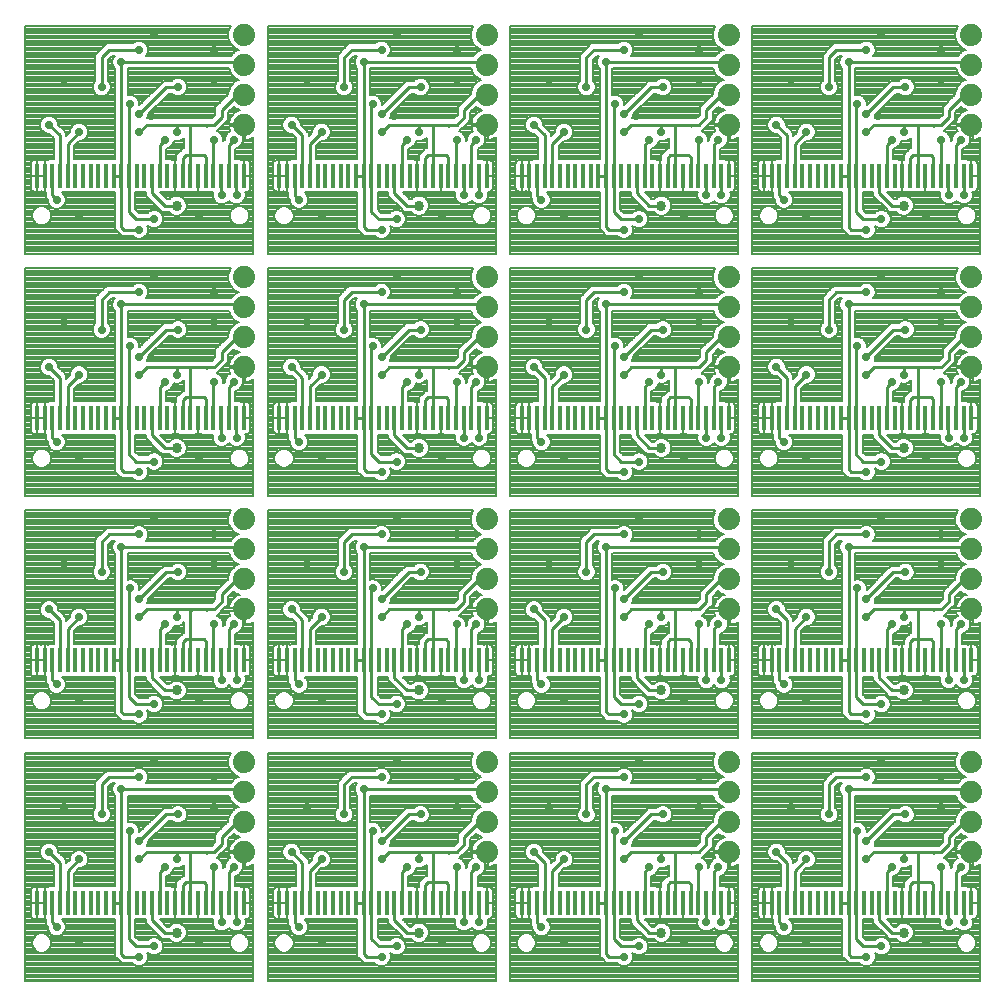
<source format=gbl>
G75*
%MOIN*%
%OFA0B0*%
%FSLAX25Y25*%
%IPPOS*%
%LPD*%
%AMOC8*
5,1,8,0,0,1.08239X$1,22.5*
%
%ADD10R,0.01378X0.07874*%
%ADD11C,0.07400*%
%ADD12C,0.00800*%
%ADD13C,0.02900*%
%ADD14C,0.01000*%
%ADD15C,0.03400*%
D10*
X0007406Y0108337D03*
X0009965Y0108337D03*
X0012524Y0108337D03*
X0015083Y0108337D03*
X0017642Y0108337D03*
X0020201Y0108337D03*
X0022760Y0108337D03*
X0025319Y0108337D03*
X0027878Y0108337D03*
X0030437Y0108337D03*
X0032996Y0108337D03*
X0035555Y0108337D03*
X0038114Y0108337D03*
X0040673Y0108337D03*
X0043232Y0108337D03*
X0045791Y0108337D03*
X0048350Y0108337D03*
X0050909Y0108337D03*
X0053469Y0108337D03*
X0056028Y0108337D03*
X0058587Y0108337D03*
X0061146Y0108337D03*
X0063705Y0108337D03*
X0066264Y0108337D03*
X0068823Y0108337D03*
X0071382Y0108337D03*
X0073941Y0108337D03*
X0076500Y0108337D03*
X0088206Y0108337D03*
X0090765Y0108337D03*
X0093324Y0108337D03*
X0095883Y0108337D03*
X0098442Y0108337D03*
X0101001Y0108337D03*
X0103560Y0108337D03*
X0106119Y0108337D03*
X0108678Y0108337D03*
X0111237Y0108337D03*
X0113796Y0108337D03*
X0116355Y0108337D03*
X0118914Y0108337D03*
X0121473Y0108337D03*
X0124032Y0108337D03*
X0126591Y0108337D03*
X0129150Y0108337D03*
X0131709Y0108337D03*
X0134269Y0108337D03*
X0136828Y0108337D03*
X0139387Y0108337D03*
X0141946Y0108337D03*
X0144505Y0108337D03*
X0147064Y0108337D03*
X0149623Y0108337D03*
X0152182Y0108337D03*
X0154741Y0108337D03*
X0157300Y0108337D03*
X0169006Y0108337D03*
X0171565Y0108337D03*
X0174124Y0108337D03*
X0176683Y0108337D03*
X0179242Y0108337D03*
X0181801Y0108337D03*
X0184360Y0108337D03*
X0186919Y0108337D03*
X0189478Y0108337D03*
X0192037Y0108337D03*
X0194596Y0108337D03*
X0197155Y0108337D03*
X0199714Y0108337D03*
X0202273Y0108337D03*
X0204832Y0108337D03*
X0207391Y0108337D03*
X0209950Y0108337D03*
X0212509Y0108337D03*
X0215069Y0108337D03*
X0217628Y0108337D03*
X0220187Y0108337D03*
X0222746Y0108337D03*
X0225305Y0108337D03*
X0227864Y0108337D03*
X0230423Y0108337D03*
X0232982Y0108337D03*
X0235541Y0108337D03*
X0238100Y0108337D03*
X0249806Y0108337D03*
X0252365Y0108337D03*
X0254924Y0108337D03*
X0257483Y0108337D03*
X0260042Y0108337D03*
X0262601Y0108337D03*
X0265160Y0108337D03*
X0267719Y0108337D03*
X0270278Y0108337D03*
X0272837Y0108337D03*
X0275396Y0108337D03*
X0277955Y0108337D03*
X0280514Y0108337D03*
X0283073Y0108337D03*
X0285632Y0108337D03*
X0288191Y0108337D03*
X0290750Y0108337D03*
X0293309Y0108337D03*
X0295869Y0108337D03*
X0298428Y0108337D03*
X0300987Y0108337D03*
X0303546Y0108337D03*
X0306105Y0108337D03*
X0308664Y0108337D03*
X0311223Y0108337D03*
X0313782Y0108337D03*
X0316341Y0108337D03*
X0318900Y0108337D03*
X0318900Y0189137D03*
X0316341Y0189137D03*
X0313782Y0189137D03*
X0311223Y0189137D03*
X0308664Y0189137D03*
X0306105Y0189137D03*
X0303546Y0189137D03*
X0300987Y0189137D03*
X0298428Y0189137D03*
X0295869Y0189137D03*
X0293309Y0189137D03*
X0290750Y0189137D03*
X0288191Y0189137D03*
X0285632Y0189137D03*
X0283073Y0189137D03*
X0280514Y0189137D03*
X0277955Y0189137D03*
X0275396Y0189137D03*
X0272837Y0189137D03*
X0270278Y0189137D03*
X0267719Y0189137D03*
X0265160Y0189137D03*
X0262601Y0189137D03*
X0260042Y0189137D03*
X0257483Y0189137D03*
X0254924Y0189137D03*
X0252365Y0189137D03*
X0249806Y0189137D03*
X0238100Y0189137D03*
X0235541Y0189137D03*
X0232982Y0189137D03*
X0230423Y0189137D03*
X0227864Y0189137D03*
X0225305Y0189137D03*
X0222746Y0189137D03*
X0220187Y0189137D03*
X0217628Y0189137D03*
X0215069Y0189137D03*
X0212509Y0189137D03*
X0209950Y0189137D03*
X0207391Y0189137D03*
X0204832Y0189137D03*
X0202273Y0189137D03*
X0199714Y0189137D03*
X0197155Y0189137D03*
X0194596Y0189137D03*
X0192037Y0189137D03*
X0189478Y0189137D03*
X0186919Y0189137D03*
X0184360Y0189137D03*
X0181801Y0189137D03*
X0179242Y0189137D03*
X0176683Y0189137D03*
X0174124Y0189137D03*
X0171565Y0189137D03*
X0169006Y0189137D03*
X0157300Y0189137D03*
X0154741Y0189137D03*
X0152182Y0189137D03*
X0149623Y0189137D03*
X0147064Y0189137D03*
X0144505Y0189137D03*
X0141946Y0189137D03*
X0139387Y0189137D03*
X0136828Y0189137D03*
X0134269Y0189137D03*
X0131709Y0189137D03*
X0129150Y0189137D03*
X0126591Y0189137D03*
X0124032Y0189137D03*
X0121473Y0189137D03*
X0118914Y0189137D03*
X0116355Y0189137D03*
X0113796Y0189137D03*
X0111237Y0189137D03*
X0108678Y0189137D03*
X0106119Y0189137D03*
X0103560Y0189137D03*
X0101001Y0189137D03*
X0098442Y0189137D03*
X0095883Y0189137D03*
X0093324Y0189137D03*
X0090765Y0189137D03*
X0088206Y0189137D03*
X0076500Y0189137D03*
X0073941Y0189137D03*
X0071382Y0189137D03*
X0068823Y0189137D03*
X0066264Y0189137D03*
X0063705Y0189137D03*
X0061146Y0189137D03*
X0058587Y0189137D03*
X0056028Y0189137D03*
X0053469Y0189137D03*
X0050909Y0189137D03*
X0048350Y0189137D03*
X0045791Y0189137D03*
X0043232Y0189137D03*
X0040673Y0189137D03*
X0038114Y0189137D03*
X0035555Y0189137D03*
X0032996Y0189137D03*
X0030437Y0189137D03*
X0027878Y0189137D03*
X0025319Y0189137D03*
X0022760Y0189137D03*
X0020201Y0189137D03*
X0017642Y0189137D03*
X0015083Y0189137D03*
X0012524Y0189137D03*
X0009965Y0189137D03*
X0007406Y0189137D03*
X0007406Y0269937D03*
X0009965Y0269937D03*
X0012524Y0269937D03*
X0015083Y0269937D03*
X0017642Y0269937D03*
X0020201Y0269937D03*
X0022760Y0269937D03*
X0025319Y0269937D03*
X0027878Y0269937D03*
X0030437Y0269937D03*
X0032996Y0269937D03*
X0035555Y0269937D03*
X0038114Y0269937D03*
X0040673Y0269937D03*
X0043232Y0269937D03*
X0045791Y0269937D03*
X0048350Y0269937D03*
X0050909Y0269937D03*
X0053469Y0269937D03*
X0056028Y0269937D03*
X0058587Y0269937D03*
X0061146Y0269937D03*
X0063705Y0269937D03*
X0066264Y0269937D03*
X0068823Y0269937D03*
X0071382Y0269937D03*
X0073941Y0269937D03*
X0076500Y0269937D03*
X0088206Y0269937D03*
X0090765Y0269937D03*
X0093324Y0269937D03*
X0095883Y0269937D03*
X0098442Y0269937D03*
X0101001Y0269937D03*
X0103560Y0269937D03*
X0106119Y0269937D03*
X0108678Y0269937D03*
X0111237Y0269937D03*
X0113796Y0269937D03*
X0116355Y0269937D03*
X0118914Y0269937D03*
X0121473Y0269937D03*
X0124032Y0269937D03*
X0126591Y0269937D03*
X0129150Y0269937D03*
X0131709Y0269937D03*
X0134269Y0269937D03*
X0136828Y0269937D03*
X0139387Y0269937D03*
X0141946Y0269937D03*
X0144505Y0269937D03*
X0147064Y0269937D03*
X0149623Y0269937D03*
X0152182Y0269937D03*
X0154741Y0269937D03*
X0157300Y0269937D03*
X0169006Y0269937D03*
X0171565Y0269937D03*
X0174124Y0269937D03*
X0176683Y0269937D03*
X0179242Y0269937D03*
X0181801Y0269937D03*
X0184360Y0269937D03*
X0186919Y0269937D03*
X0189478Y0269937D03*
X0192037Y0269937D03*
X0194596Y0269937D03*
X0197155Y0269937D03*
X0199714Y0269937D03*
X0202273Y0269937D03*
X0204832Y0269937D03*
X0207391Y0269937D03*
X0209950Y0269937D03*
X0212509Y0269937D03*
X0215069Y0269937D03*
X0217628Y0269937D03*
X0220187Y0269937D03*
X0222746Y0269937D03*
X0225305Y0269937D03*
X0227864Y0269937D03*
X0230423Y0269937D03*
X0232982Y0269937D03*
X0235541Y0269937D03*
X0238100Y0269937D03*
X0249806Y0269937D03*
X0252365Y0269937D03*
X0254924Y0269937D03*
X0257483Y0269937D03*
X0260042Y0269937D03*
X0262601Y0269937D03*
X0265160Y0269937D03*
X0267719Y0269937D03*
X0270278Y0269937D03*
X0272837Y0269937D03*
X0275396Y0269937D03*
X0277955Y0269937D03*
X0280514Y0269937D03*
X0283073Y0269937D03*
X0285632Y0269937D03*
X0288191Y0269937D03*
X0290750Y0269937D03*
X0293309Y0269937D03*
X0295869Y0269937D03*
X0298428Y0269937D03*
X0300987Y0269937D03*
X0303546Y0269937D03*
X0306105Y0269937D03*
X0308664Y0269937D03*
X0311223Y0269937D03*
X0313782Y0269937D03*
X0316341Y0269937D03*
X0318900Y0269937D03*
X0318900Y0350714D03*
X0316341Y0350714D03*
X0313782Y0350714D03*
X0311223Y0350714D03*
X0308664Y0350714D03*
X0306105Y0350714D03*
X0303546Y0350714D03*
X0300987Y0350714D03*
X0298428Y0350714D03*
X0295869Y0350714D03*
X0293309Y0350714D03*
X0290750Y0350714D03*
X0288191Y0350714D03*
X0285632Y0350714D03*
X0283073Y0350714D03*
X0280514Y0350714D03*
X0277955Y0350714D03*
X0275396Y0350714D03*
X0272837Y0350714D03*
X0270278Y0350714D03*
X0267719Y0350714D03*
X0265160Y0350714D03*
X0262601Y0350714D03*
X0260042Y0350714D03*
X0257483Y0350714D03*
X0254924Y0350714D03*
X0252365Y0350714D03*
X0249806Y0350714D03*
X0238100Y0350714D03*
X0235541Y0350714D03*
X0232982Y0350714D03*
X0230423Y0350714D03*
X0227864Y0350714D03*
X0225305Y0350714D03*
X0222746Y0350714D03*
X0220187Y0350714D03*
X0217628Y0350714D03*
X0215069Y0350714D03*
X0212509Y0350714D03*
X0209950Y0350714D03*
X0207391Y0350714D03*
X0204832Y0350714D03*
X0202273Y0350714D03*
X0199714Y0350714D03*
X0197155Y0350714D03*
X0194596Y0350714D03*
X0192037Y0350714D03*
X0189478Y0350714D03*
X0186919Y0350714D03*
X0184360Y0350714D03*
X0181801Y0350714D03*
X0179242Y0350714D03*
X0176683Y0350714D03*
X0174124Y0350714D03*
X0171565Y0350714D03*
X0169006Y0350714D03*
X0157300Y0350714D03*
X0154741Y0350714D03*
X0152182Y0350714D03*
X0149623Y0350714D03*
X0147064Y0350714D03*
X0144505Y0350714D03*
X0141946Y0350714D03*
X0139387Y0350714D03*
X0136828Y0350714D03*
X0134269Y0350714D03*
X0131709Y0350714D03*
X0129150Y0350714D03*
X0126591Y0350714D03*
X0124032Y0350714D03*
X0121473Y0350714D03*
X0118914Y0350714D03*
X0116355Y0350714D03*
X0113796Y0350714D03*
X0111237Y0350714D03*
X0108678Y0350714D03*
X0106119Y0350714D03*
X0103560Y0350714D03*
X0101001Y0350714D03*
X0098442Y0350714D03*
X0095883Y0350714D03*
X0093324Y0350714D03*
X0090765Y0350714D03*
X0088206Y0350714D03*
X0076500Y0350714D03*
X0073941Y0350714D03*
X0071382Y0350714D03*
X0068823Y0350714D03*
X0066264Y0350714D03*
X0063705Y0350714D03*
X0061146Y0350714D03*
X0058587Y0350714D03*
X0056028Y0350714D03*
X0053469Y0350714D03*
X0050909Y0350714D03*
X0048350Y0350714D03*
X0045791Y0350714D03*
X0043232Y0350714D03*
X0040673Y0350714D03*
X0038114Y0350714D03*
X0035555Y0350714D03*
X0032996Y0350714D03*
X0030437Y0350714D03*
X0027878Y0350714D03*
X0025319Y0350714D03*
X0022760Y0350714D03*
X0020201Y0350714D03*
X0017642Y0350714D03*
X0015083Y0350714D03*
X0012524Y0350714D03*
X0009965Y0350714D03*
X0007406Y0350714D03*
D11*
X0076500Y0367714D03*
X0076500Y0377714D03*
X0076500Y0387714D03*
X0076500Y0397714D03*
X0076500Y0316937D03*
X0076500Y0306937D03*
X0076500Y0296937D03*
X0076500Y0286937D03*
X0076500Y0236137D03*
X0076500Y0226137D03*
X0076500Y0216137D03*
X0076500Y0206137D03*
X0076500Y0155337D03*
X0076500Y0145337D03*
X0076500Y0135337D03*
X0076500Y0125337D03*
X0157300Y0125337D03*
X0157300Y0135337D03*
X0157300Y0145337D03*
X0157300Y0155337D03*
X0157300Y0206137D03*
X0157300Y0216137D03*
X0157300Y0226137D03*
X0157300Y0236137D03*
X0157300Y0286937D03*
X0157300Y0296937D03*
X0157300Y0306937D03*
X0157300Y0316937D03*
X0157300Y0367714D03*
X0157300Y0377714D03*
X0157300Y0387714D03*
X0157300Y0397714D03*
X0238100Y0397714D03*
X0238100Y0387714D03*
X0238100Y0377714D03*
X0238100Y0367714D03*
X0238100Y0316937D03*
X0238100Y0306937D03*
X0238100Y0296937D03*
X0238100Y0286937D03*
X0238100Y0236137D03*
X0238100Y0226137D03*
X0238100Y0216137D03*
X0238100Y0206137D03*
X0238100Y0155337D03*
X0238100Y0145337D03*
X0238100Y0135337D03*
X0238100Y0125337D03*
X0318900Y0125337D03*
X0318900Y0135337D03*
X0318900Y0145337D03*
X0318900Y0155337D03*
X0318900Y0206137D03*
X0318900Y0216137D03*
X0318900Y0226137D03*
X0318900Y0236137D03*
X0318900Y0286937D03*
X0318900Y0296937D03*
X0318900Y0306937D03*
X0318900Y0316937D03*
X0318900Y0367714D03*
X0318900Y0377714D03*
X0318900Y0387714D03*
X0318900Y0397714D03*
D12*
X0003500Y0158337D02*
X0003500Y0082337D01*
X0079500Y0082337D01*
X0079500Y0121212D01*
X0079173Y0120975D01*
X0078458Y0120610D01*
X0077694Y0120362D01*
X0076901Y0120237D01*
X0076900Y0120237D01*
X0076900Y0124937D01*
X0076100Y0124937D01*
X0071400Y0124937D01*
X0071400Y0124935D01*
X0071526Y0124142D01*
X0071774Y0123379D01*
X0071878Y0123173D01*
X0071272Y0122922D01*
X0070414Y0122064D01*
X0069950Y0120943D01*
X0069950Y0120256D01*
X0069550Y0119856D01*
X0069550Y0120943D01*
X0069086Y0122064D01*
X0068228Y0122922D01*
X0067399Y0123266D01*
X0068600Y0124467D01*
X0069870Y0125737D01*
X0071100Y0126967D01*
X0071100Y0129467D01*
X0072987Y0131354D01*
X0073498Y0130843D01*
X0075013Y0130216D01*
X0074542Y0130063D01*
X0073827Y0129699D01*
X0073178Y0129227D01*
X0072610Y0128659D01*
X0072138Y0128010D01*
X0071774Y0127294D01*
X0071526Y0126531D01*
X0071400Y0125738D01*
X0071400Y0125737D01*
X0076100Y0125737D01*
X0076100Y0124937D01*
X0076100Y0120237D01*
X0076099Y0120237D01*
X0076050Y0120244D01*
X0076050Y0119730D01*
X0075586Y0118609D01*
X0074728Y0117751D01*
X0073607Y0117287D01*
X0073482Y0117287D01*
X0073482Y0113874D01*
X0079500Y0113874D01*
X0079500Y0113076D02*
X0078343Y0113076D01*
X0078309Y0113133D02*
X0078049Y0113394D01*
X0077729Y0113578D01*
X0077373Y0113674D01*
X0076500Y0113674D01*
X0075627Y0113674D01*
X0075521Y0113645D01*
X0075293Y0113874D01*
X0073482Y0113874D01*
X0073482Y0114673D02*
X0079500Y0114673D01*
X0079500Y0115471D02*
X0073482Y0115471D01*
X0073482Y0116270D02*
X0079500Y0116270D01*
X0079500Y0117068D02*
X0073482Y0117068D01*
X0074843Y0117867D02*
X0079500Y0117867D01*
X0079500Y0118665D02*
X0075609Y0118665D01*
X0075940Y0119464D02*
X0079500Y0119464D01*
X0079500Y0120262D02*
X0077063Y0120262D01*
X0076900Y0120262D02*
X0076100Y0120262D01*
X0076100Y0121061D02*
X0076900Y0121061D01*
X0076900Y0121859D02*
X0076100Y0121859D01*
X0076100Y0122658D02*
X0076900Y0122658D01*
X0076900Y0123456D02*
X0076100Y0123456D01*
X0076100Y0124255D02*
X0076900Y0124255D01*
X0076100Y0125053D02*
X0069186Y0125053D01*
X0068600Y0124467D02*
X0068600Y0124467D01*
X0068388Y0124255D02*
X0071508Y0124255D01*
X0071749Y0123456D02*
X0067589Y0123456D01*
X0068492Y0122658D02*
X0071008Y0122658D01*
X0070329Y0121859D02*
X0069171Y0121859D01*
X0069501Y0121061D02*
X0069999Y0121061D01*
X0069950Y0120262D02*
X0069550Y0120262D01*
X0069870Y0125737D02*
X0069870Y0125737D01*
X0069985Y0125852D02*
X0071418Y0125852D01*
X0071564Y0126650D02*
X0070784Y0126650D01*
X0071100Y0127449D02*
X0071852Y0127449D01*
X0072311Y0128247D02*
X0071100Y0128247D01*
X0071100Y0129046D02*
X0072997Y0129046D01*
X0074113Y0129844D02*
X0071478Y0129844D01*
X0072276Y0130643D02*
X0073982Y0130643D01*
X0070329Y0134635D02*
X0050269Y0134635D01*
X0051067Y0135434D02*
X0052589Y0135434D01*
X0052772Y0135251D02*
X0053893Y0134787D01*
X0055107Y0134787D01*
X0056228Y0135251D01*
X0057086Y0136109D01*
X0057550Y0137230D01*
X0057550Y0138443D01*
X0057086Y0139564D01*
X0056228Y0140422D01*
X0055107Y0140887D01*
X0053893Y0140887D01*
X0052772Y0140422D01*
X0052287Y0139937D01*
X0049630Y0139937D01*
X0048400Y0138706D01*
X0041580Y0131887D01*
X0041550Y0131887D01*
X0041550Y0132943D01*
X0041086Y0134064D01*
X0040228Y0134922D01*
X0039107Y0135387D01*
X0037893Y0135387D01*
X0037655Y0135288D01*
X0037655Y0143970D01*
X0037768Y0144083D01*
X0071283Y0144083D01*
X0072007Y0142334D01*
X0073498Y0140843D01*
X0074722Y0140337D01*
X0073498Y0139830D01*
X0072007Y0138339D01*
X0071200Y0136391D01*
X0071200Y0135506D01*
X0066900Y0131206D01*
X0066900Y0128706D01*
X0065630Y0127437D01*
X0044221Y0127437D01*
X0044550Y0128230D01*
X0044550Y0128917D01*
X0051370Y0135737D01*
X0052287Y0135737D01*
X0052772Y0135251D01*
X0049470Y0133837D02*
X0069530Y0133837D01*
X0068732Y0133038D02*
X0048672Y0133038D01*
X0047873Y0132240D02*
X0067933Y0132240D01*
X0067135Y0131441D02*
X0047075Y0131441D01*
X0046276Y0130643D02*
X0066900Y0130643D01*
X0066900Y0129844D02*
X0045478Y0129844D01*
X0044679Y0129046D02*
X0066900Y0129046D01*
X0066441Y0128247D02*
X0044550Y0128247D01*
X0044226Y0127449D02*
X0065642Y0127449D01*
X0071127Y0135434D02*
X0056411Y0135434D01*
X0057137Y0136232D02*
X0071200Y0136232D01*
X0071465Y0137031D02*
X0057468Y0137031D01*
X0057550Y0137829D02*
X0071796Y0137829D01*
X0072296Y0138628D02*
X0057474Y0138628D01*
X0057143Y0139426D02*
X0073095Y0139426D01*
X0074452Y0140225D02*
X0056425Y0140225D01*
X0052575Y0140225D02*
X0037655Y0140225D01*
X0037655Y0141023D02*
X0073318Y0141023D01*
X0072519Y0141822D02*
X0037655Y0141822D01*
X0037655Y0142620D02*
X0071888Y0142620D01*
X0071558Y0143419D02*
X0037655Y0143419D01*
X0037655Y0139426D02*
X0049120Y0139426D01*
X0048321Y0138628D02*
X0037655Y0138628D01*
X0037655Y0137829D02*
X0047523Y0137829D01*
X0046724Y0137031D02*
X0037655Y0137031D01*
X0037655Y0136232D02*
X0045926Y0136232D01*
X0045127Y0135434D02*
X0037655Y0135434D01*
X0040515Y0134635D02*
X0044329Y0134635D01*
X0043530Y0133837D02*
X0041180Y0133837D01*
X0041511Y0133038D02*
X0042732Y0133038D01*
X0041933Y0132240D02*
X0041550Y0132240D01*
X0033455Y0132240D02*
X0003500Y0132240D01*
X0003500Y0133038D02*
X0033455Y0133038D01*
X0033455Y0133837D02*
X0003500Y0133837D01*
X0003500Y0134635D02*
X0033455Y0134635D01*
X0033455Y0135434D02*
X0030911Y0135434D01*
X0030728Y0135251D02*
X0031586Y0136109D01*
X0032050Y0137230D01*
X0032050Y0138443D01*
X0031586Y0139564D01*
X0031100Y0140050D01*
X0031100Y0146967D01*
X0032370Y0148237D01*
X0033295Y0148237D01*
X0032969Y0147911D01*
X0032505Y0146790D01*
X0032505Y0145576D01*
X0032969Y0144455D01*
X0033455Y0143970D01*
X0033455Y0113874D01*
X0019742Y0113874D01*
X0019742Y0118108D01*
X0021420Y0119787D01*
X0022107Y0119787D01*
X0023228Y0120251D01*
X0024086Y0121109D01*
X0024550Y0122230D01*
X0024550Y0123443D01*
X0024086Y0124564D01*
X0023228Y0125422D01*
X0022107Y0125887D01*
X0020893Y0125887D01*
X0019772Y0125422D01*
X0018914Y0124564D01*
X0018450Y0123443D01*
X0018450Y0122756D01*
X0017183Y0121489D01*
X0017183Y0122624D01*
X0015953Y0123854D01*
X0014550Y0125256D01*
X0014550Y0125943D01*
X0014086Y0127064D01*
X0013228Y0127922D01*
X0012107Y0128387D01*
X0010893Y0128387D01*
X0009772Y0127922D01*
X0008914Y0127064D01*
X0008450Y0125943D01*
X0008450Y0124730D01*
X0008914Y0123609D01*
X0009772Y0122751D01*
X0010893Y0122287D01*
X0011580Y0122287D01*
X0012983Y0120884D01*
X0012983Y0113874D01*
X0003500Y0113874D01*
X0003500Y0113076D02*
X0005563Y0113076D01*
X0005596Y0113133D02*
X0005412Y0112814D01*
X0005317Y0112458D01*
X0005317Y0108337D01*
X0007405Y0108337D01*
X0007405Y0108337D01*
X0007405Y0113674D01*
X0006532Y0113674D01*
X0006176Y0113578D01*
X0005857Y0113394D01*
X0005596Y0113133D01*
X0005317Y0112277D02*
X0003500Y0112277D01*
X0003500Y0111479D02*
X0005317Y0111479D01*
X0005317Y0110680D02*
X0003500Y0110680D01*
X0003500Y0109882D02*
X0005317Y0109882D01*
X0005317Y0109083D02*
X0003500Y0109083D01*
X0003500Y0108285D02*
X0005317Y0108285D01*
X0005317Y0108337D02*
X0005317Y0104215D01*
X0005412Y0103859D01*
X0005596Y0103540D01*
X0005857Y0103279D01*
X0006176Y0103095D01*
X0006532Y0103000D01*
X0007405Y0103000D01*
X0007405Y0108336D01*
X0007406Y0108336D01*
X0007406Y0103000D01*
X0008279Y0103000D01*
X0008635Y0103095D01*
X0008685Y0103124D01*
X0008735Y0103095D01*
X0009091Y0103000D01*
X0009964Y0103000D01*
X0009964Y0108336D01*
X0009965Y0108336D01*
X0009965Y0103000D01*
X0010424Y0103000D01*
X0010424Y0100943D01*
X0010950Y0100417D01*
X0010950Y0099730D01*
X0011414Y0098609D01*
X0012272Y0097751D01*
X0013393Y0097287D01*
X0014607Y0097287D01*
X0015728Y0097751D01*
X0016586Y0098609D01*
X0017050Y0099730D01*
X0017050Y0100943D01*
X0016586Y0102064D01*
X0015850Y0102800D01*
X0033455Y0102800D01*
X0033455Y0090412D01*
X0034400Y0089467D01*
X0035630Y0088237D01*
X0039287Y0088237D01*
X0039772Y0087751D01*
X0040893Y0087287D01*
X0042107Y0087287D01*
X0043228Y0087751D01*
X0044086Y0088609D01*
X0044550Y0089730D01*
X0044550Y0090943D01*
X0044221Y0091737D01*
X0044287Y0091737D01*
X0044772Y0091251D01*
X0045893Y0090787D01*
X0047107Y0090787D01*
X0048228Y0091251D01*
X0049086Y0092109D01*
X0049550Y0093230D01*
X0049550Y0094443D01*
X0049086Y0095564D01*
X0048228Y0096422D01*
X0047107Y0096887D01*
X0045893Y0096887D01*
X0044772Y0096422D01*
X0044287Y0095937D01*
X0041370Y0095937D01*
X0040214Y0097092D01*
X0040214Y0102800D01*
X0043691Y0102800D01*
X0043691Y0101675D01*
X0047900Y0097467D01*
X0049130Y0096237D01*
X0051433Y0096237D01*
X0052131Y0095539D01*
X0053344Y0095037D01*
X0054656Y0095037D01*
X0055869Y0095539D01*
X0056798Y0096467D01*
X0057300Y0097680D01*
X0057300Y0098993D01*
X0056798Y0100206D01*
X0055869Y0101134D01*
X0054656Y0101637D01*
X0053344Y0101637D01*
X0052131Y0101134D01*
X0051433Y0100437D01*
X0050870Y0100437D01*
X0048507Y0102800D01*
X0052261Y0102800D01*
X0052489Y0103028D01*
X0052595Y0103000D01*
X0053468Y0103000D01*
X0053468Y0108336D01*
X0053469Y0108336D01*
X0053469Y0103000D01*
X0054342Y0103000D01*
X0054448Y0103028D01*
X0054676Y0102800D01*
X0059938Y0102800D01*
X0060167Y0103028D01*
X0060272Y0103000D01*
X0061146Y0103000D01*
X0062019Y0103000D01*
X0062125Y0103028D01*
X0062353Y0102800D01*
X0066098Y0102800D01*
X0065950Y0102443D01*
X0065950Y0101230D01*
X0066414Y0100109D01*
X0067272Y0099251D01*
X0068393Y0098787D01*
X0069607Y0098787D01*
X0070728Y0099251D01*
X0071500Y0100023D01*
X0072272Y0099251D01*
X0073393Y0098787D01*
X0074607Y0098787D01*
X0075728Y0099251D01*
X0076586Y0100109D01*
X0077050Y0101230D01*
X0077050Y0102443D01*
X0076820Y0103000D01*
X0077373Y0103000D01*
X0077729Y0103095D01*
X0078049Y0103279D01*
X0078309Y0103540D01*
X0078494Y0103859D01*
X0078589Y0104215D01*
X0078589Y0108337D01*
X0078589Y0112458D01*
X0078494Y0112814D01*
X0078309Y0113133D01*
X0078589Y0112277D02*
X0079500Y0112277D01*
X0079500Y0111479D02*
X0078589Y0111479D01*
X0078589Y0110680D02*
X0079500Y0110680D01*
X0079500Y0109882D02*
X0078589Y0109882D01*
X0078589Y0109083D02*
X0079500Y0109083D01*
X0079500Y0108285D02*
X0078589Y0108285D01*
X0078589Y0108337D02*
X0076500Y0108337D01*
X0076500Y0113674D01*
X0076500Y0108337D01*
X0076500Y0108337D01*
X0078589Y0108337D01*
X0078589Y0107486D02*
X0079500Y0107486D01*
X0079500Y0106687D02*
X0078589Y0106687D01*
X0078589Y0105889D02*
X0079500Y0105889D01*
X0079500Y0105090D02*
X0078589Y0105090D01*
X0078589Y0104292D02*
X0079500Y0104292D01*
X0079500Y0103493D02*
X0078263Y0103493D01*
X0079500Y0102695D02*
X0076946Y0102695D01*
X0077050Y0101896D02*
X0079500Y0101896D01*
X0079500Y0101098D02*
X0076995Y0101098D01*
X0076665Y0100299D02*
X0079500Y0100299D01*
X0079500Y0099501D02*
X0075978Y0099501D01*
X0075557Y0098126D02*
X0074294Y0098126D01*
X0073127Y0097642D01*
X0072234Y0096749D01*
X0071750Y0095582D01*
X0071750Y0094319D01*
X0072234Y0093152D01*
X0073127Y0092259D01*
X0074294Y0091776D01*
X0075557Y0091776D01*
X0076724Y0092259D01*
X0077617Y0093152D01*
X0078100Y0094319D01*
X0078100Y0095582D01*
X0077617Y0096749D01*
X0076724Y0097642D01*
X0075557Y0098126D01*
X0076092Y0097904D02*
X0079500Y0097904D01*
X0079500Y0098702D02*
X0057300Y0098702D01*
X0057300Y0097904D02*
X0073758Y0097904D01*
X0072590Y0097105D02*
X0057062Y0097105D01*
X0056637Y0096307D02*
X0072051Y0096307D01*
X0071750Y0095508D02*
X0055795Y0095508D01*
X0057090Y0099501D02*
X0067022Y0099501D01*
X0066335Y0100299D02*
X0056704Y0100299D01*
X0055906Y0101098D02*
X0066005Y0101098D01*
X0065950Y0101896D02*
X0049410Y0101896D01*
X0050209Y0101098D02*
X0052094Y0101098D01*
X0053468Y0103493D02*
X0053469Y0103493D01*
X0053468Y0104292D02*
X0053469Y0104292D01*
X0053468Y0105090D02*
X0053469Y0105090D01*
X0053468Y0105889D02*
X0053469Y0105889D01*
X0053468Y0106687D02*
X0053469Y0106687D01*
X0053468Y0107486D02*
X0053469Y0107486D01*
X0053468Y0108285D02*
X0053469Y0108285D01*
X0053468Y0108337D02*
X0053468Y0113674D01*
X0052595Y0113674D01*
X0052489Y0113645D01*
X0052261Y0113874D01*
X0050450Y0113874D01*
X0053928Y0113874D01*
X0053928Y0113674D02*
X0053469Y0113674D01*
X0053469Y0108337D01*
X0053468Y0108337D01*
X0053468Y0109083D02*
X0053469Y0109083D01*
X0053468Y0109882D02*
X0053469Y0109882D01*
X0053468Y0110680D02*
X0053469Y0110680D01*
X0053468Y0111479D02*
X0053469Y0111479D01*
X0053468Y0112277D02*
X0053469Y0112277D01*
X0053468Y0113076D02*
X0053469Y0113076D01*
X0053928Y0113674D02*
X0053928Y0115234D01*
X0055158Y0116464D01*
X0056130Y0117437D01*
X0056487Y0117437D01*
X0056487Y0121010D01*
X0055728Y0120251D01*
X0054607Y0119787D01*
X0053393Y0119787D01*
X0053050Y0119929D01*
X0053050Y0119730D01*
X0052586Y0118609D01*
X0051728Y0117751D01*
X0050607Y0117287D01*
X0050450Y0117287D01*
X0050450Y0113874D01*
X0050450Y0114673D02*
X0053928Y0114673D01*
X0054165Y0115471D02*
X0050450Y0115471D01*
X0050450Y0116270D02*
X0054963Y0116270D01*
X0055762Y0117068D02*
X0050450Y0117068D01*
X0051843Y0117867D02*
X0056487Y0117867D01*
X0056487Y0118665D02*
X0052609Y0118665D01*
X0052940Y0119464D02*
X0056487Y0119464D01*
X0056487Y0120262D02*
X0055739Y0120262D01*
X0061146Y0108336D02*
X0061146Y0108336D01*
X0061146Y0103000D01*
X0061146Y0108336D01*
X0061146Y0108285D02*
X0061146Y0108285D01*
X0061146Y0107486D02*
X0061146Y0107486D01*
X0061146Y0106687D02*
X0061146Y0106687D01*
X0061146Y0105889D02*
X0061146Y0105889D01*
X0061146Y0105090D02*
X0061146Y0105090D01*
X0061146Y0104292D02*
X0061146Y0104292D01*
X0061146Y0103493D02*
X0061146Y0103493D01*
X0066054Y0102695D02*
X0048612Y0102695D01*
X0045866Y0099501D02*
X0040214Y0099501D01*
X0040214Y0100299D02*
X0045067Y0100299D01*
X0044269Y0101098D02*
X0040214Y0101098D01*
X0040214Y0101896D02*
X0043691Y0101896D01*
X0043691Y0102695D02*
X0040214Y0102695D01*
X0040214Y0098702D02*
X0046664Y0098702D01*
X0047463Y0097904D02*
X0040214Y0097904D01*
X0040214Y0097105D02*
X0048261Y0097105D01*
X0048343Y0096307D02*
X0049060Y0096307D01*
X0049109Y0095508D02*
X0052205Y0095508D01*
X0049440Y0094710D02*
X0071750Y0094710D01*
X0071919Y0093911D02*
X0049550Y0093911D01*
X0049501Y0093113D02*
X0072273Y0093113D01*
X0073072Y0092314D02*
X0049171Y0092314D01*
X0048493Y0091516D02*
X0079500Y0091516D01*
X0079500Y0092314D02*
X0076779Y0092314D01*
X0077577Y0093113D02*
X0079500Y0093113D01*
X0079500Y0093911D02*
X0077931Y0093911D01*
X0078100Y0094710D02*
X0079500Y0094710D01*
X0079500Y0095508D02*
X0078100Y0095508D01*
X0077800Y0096307D02*
X0079500Y0096307D01*
X0079500Y0097105D02*
X0077260Y0097105D01*
X0072022Y0099501D02*
X0070978Y0099501D01*
X0076500Y0108337D02*
X0076500Y0108337D01*
X0076500Y0109083D02*
X0076500Y0109083D01*
X0076500Y0109882D02*
X0076500Y0109882D01*
X0076500Y0110680D02*
X0076500Y0110680D01*
X0076500Y0111479D02*
X0076500Y0111479D01*
X0076500Y0112277D02*
X0076500Y0112277D01*
X0076500Y0113076D02*
X0076500Y0113076D01*
X0084300Y0113076D02*
X0086363Y0113076D01*
X0086396Y0113133D02*
X0086212Y0112814D01*
X0086117Y0112458D01*
X0086117Y0108337D01*
X0088205Y0108337D01*
X0088205Y0108337D01*
X0088205Y0113674D01*
X0087332Y0113674D01*
X0086976Y0113578D01*
X0086657Y0113394D01*
X0086396Y0113133D01*
X0086117Y0112277D02*
X0084300Y0112277D01*
X0084300Y0111479D02*
X0086117Y0111479D01*
X0086117Y0110680D02*
X0084300Y0110680D01*
X0084300Y0109882D02*
X0086117Y0109882D01*
X0086117Y0109083D02*
X0084300Y0109083D01*
X0084300Y0108285D02*
X0086117Y0108285D01*
X0086117Y0108337D02*
X0086117Y0104215D01*
X0086212Y0103859D01*
X0086396Y0103540D01*
X0086657Y0103279D01*
X0086976Y0103095D01*
X0087332Y0103000D01*
X0088205Y0103000D01*
X0088205Y0108336D01*
X0088206Y0108336D01*
X0088206Y0103000D01*
X0089079Y0103000D01*
X0089435Y0103095D01*
X0089485Y0103124D01*
X0089535Y0103095D01*
X0089891Y0103000D01*
X0090764Y0103000D01*
X0090764Y0108336D01*
X0090765Y0108336D01*
X0090765Y0103000D01*
X0091224Y0103000D01*
X0091224Y0100943D01*
X0091750Y0100417D01*
X0091750Y0099730D01*
X0092214Y0098609D01*
X0093072Y0097751D01*
X0094193Y0097287D01*
X0095407Y0097287D01*
X0096528Y0097751D01*
X0097386Y0098609D01*
X0097850Y0099730D01*
X0097850Y0100943D01*
X0097386Y0102064D01*
X0096650Y0102800D01*
X0114255Y0102800D01*
X0114255Y0090412D01*
X0115200Y0089467D01*
X0116430Y0088237D01*
X0120087Y0088237D01*
X0120572Y0087751D01*
X0121693Y0087287D01*
X0122907Y0087287D01*
X0124028Y0087751D01*
X0124886Y0088609D01*
X0125350Y0089730D01*
X0125350Y0090943D01*
X0125021Y0091737D01*
X0125087Y0091737D01*
X0125572Y0091251D01*
X0126693Y0090787D01*
X0127907Y0090787D01*
X0129028Y0091251D01*
X0129886Y0092109D01*
X0130350Y0093230D01*
X0130350Y0094443D01*
X0129886Y0095564D01*
X0129028Y0096422D01*
X0127907Y0096887D01*
X0126693Y0096887D01*
X0125572Y0096422D01*
X0125087Y0095937D01*
X0122170Y0095937D01*
X0121014Y0097092D01*
X0121014Y0102800D01*
X0124491Y0102800D01*
X0124491Y0101675D01*
X0128700Y0097467D01*
X0129930Y0096237D01*
X0132233Y0096237D01*
X0132931Y0095539D01*
X0134144Y0095037D01*
X0135456Y0095037D01*
X0136669Y0095539D01*
X0137598Y0096467D01*
X0138100Y0097680D01*
X0138100Y0098993D01*
X0137598Y0100206D01*
X0136669Y0101134D01*
X0135456Y0101637D01*
X0134144Y0101637D01*
X0132931Y0101134D01*
X0132233Y0100437D01*
X0131670Y0100437D01*
X0129307Y0102800D01*
X0133061Y0102800D01*
X0133289Y0103028D01*
X0133395Y0103000D01*
X0134268Y0103000D01*
X0134268Y0108336D01*
X0134269Y0108336D01*
X0134269Y0103000D01*
X0135142Y0103000D01*
X0135248Y0103028D01*
X0135476Y0102800D01*
X0140738Y0102800D01*
X0140967Y0103028D01*
X0141072Y0103000D01*
X0141946Y0103000D01*
X0142819Y0103000D01*
X0142925Y0103028D01*
X0143153Y0102800D01*
X0146898Y0102800D01*
X0146750Y0102443D01*
X0146750Y0101230D01*
X0147214Y0100109D01*
X0148072Y0099251D01*
X0149193Y0098787D01*
X0150407Y0098787D01*
X0151528Y0099251D01*
X0152300Y0100023D01*
X0153072Y0099251D01*
X0154193Y0098787D01*
X0155407Y0098787D01*
X0156528Y0099251D01*
X0157386Y0100109D01*
X0157850Y0101230D01*
X0157850Y0102443D01*
X0157620Y0103000D01*
X0158173Y0103000D01*
X0158529Y0103095D01*
X0158849Y0103279D01*
X0159109Y0103540D01*
X0159294Y0103859D01*
X0159389Y0104215D01*
X0159389Y0108337D01*
X0159389Y0112458D01*
X0159294Y0112814D01*
X0159109Y0113133D01*
X0158849Y0113394D01*
X0158529Y0113578D01*
X0158173Y0113674D01*
X0157300Y0113674D01*
X0156427Y0113674D01*
X0156321Y0113645D01*
X0156093Y0113874D01*
X0154282Y0113874D01*
X0160300Y0113874D01*
X0160300Y0113076D02*
X0159143Y0113076D01*
X0159389Y0112277D02*
X0160300Y0112277D01*
X0160300Y0111479D02*
X0159389Y0111479D01*
X0159389Y0110680D02*
X0160300Y0110680D01*
X0160300Y0109882D02*
X0159389Y0109882D01*
X0159389Y0109083D02*
X0160300Y0109083D01*
X0160300Y0108285D02*
X0159389Y0108285D01*
X0159389Y0108337D02*
X0157300Y0108337D01*
X0157300Y0113674D01*
X0157300Y0108337D01*
X0157300Y0108337D01*
X0159389Y0108337D01*
X0159389Y0107486D02*
X0160300Y0107486D01*
X0160300Y0106687D02*
X0159389Y0106687D01*
X0159389Y0105889D02*
X0160300Y0105889D01*
X0160300Y0105090D02*
X0159389Y0105090D01*
X0159389Y0104292D02*
X0160300Y0104292D01*
X0160300Y0103493D02*
X0159063Y0103493D01*
X0160300Y0102695D02*
X0157746Y0102695D01*
X0157850Y0101896D02*
X0160300Y0101896D01*
X0160300Y0101098D02*
X0157795Y0101098D01*
X0157465Y0100299D02*
X0160300Y0100299D01*
X0160300Y0099501D02*
X0156778Y0099501D01*
X0156357Y0098126D02*
X0155094Y0098126D01*
X0153927Y0097642D01*
X0153034Y0096749D01*
X0152550Y0095582D01*
X0152550Y0094319D01*
X0153034Y0093152D01*
X0153927Y0092259D01*
X0155094Y0091776D01*
X0156357Y0091776D01*
X0157524Y0092259D01*
X0158417Y0093152D01*
X0158900Y0094319D01*
X0158900Y0095582D01*
X0158417Y0096749D01*
X0157524Y0097642D01*
X0156357Y0098126D01*
X0156892Y0097904D02*
X0160300Y0097904D01*
X0160300Y0098702D02*
X0138100Y0098702D01*
X0138100Y0097904D02*
X0154558Y0097904D01*
X0153390Y0097105D02*
X0137862Y0097105D01*
X0137437Y0096307D02*
X0152851Y0096307D01*
X0152550Y0095508D02*
X0136595Y0095508D01*
X0133005Y0095508D02*
X0129909Y0095508D01*
X0129860Y0096307D02*
X0129143Y0096307D01*
X0129061Y0097105D02*
X0121014Y0097105D01*
X0121014Y0097904D02*
X0128263Y0097904D01*
X0127464Y0098702D02*
X0121014Y0098702D01*
X0121014Y0099501D02*
X0126666Y0099501D01*
X0125867Y0100299D02*
X0121014Y0100299D01*
X0121014Y0101098D02*
X0125069Y0101098D01*
X0124491Y0101896D02*
X0121014Y0101896D01*
X0121014Y0102695D02*
X0124491Y0102695D01*
X0129412Y0102695D02*
X0146854Y0102695D01*
X0146750Y0101896D02*
X0130210Y0101896D01*
X0131009Y0101098D02*
X0132894Y0101098D01*
X0134268Y0103493D02*
X0134269Y0103493D01*
X0134268Y0104292D02*
X0134269Y0104292D01*
X0134268Y0105090D02*
X0134269Y0105090D01*
X0134268Y0105889D02*
X0134269Y0105889D01*
X0134268Y0106687D02*
X0134269Y0106687D01*
X0134268Y0107486D02*
X0134269Y0107486D01*
X0134268Y0108285D02*
X0134269Y0108285D01*
X0134268Y0108337D02*
X0134268Y0113674D01*
X0133395Y0113674D01*
X0133289Y0113645D01*
X0133061Y0113874D01*
X0131250Y0113874D01*
X0134728Y0113874D01*
X0134728Y0113674D02*
X0134269Y0113674D01*
X0134269Y0108337D01*
X0134268Y0108337D01*
X0134268Y0109083D02*
X0134269Y0109083D01*
X0134268Y0109882D02*
X0134269Y0109882D01*
X0134268Y0110680D02*
X0134269Y0110680D01*
X0134268Y0111479D02*
X0134269Y0111479D01*
X0134268Y0112277D02*
X0134269Y0112277D01*
X0134268Y0113076D02*
X0134269Y0113076D01*
X0134728Y0113674D02*
X0134728Y0115234D01*
X0135958Y0116464D01*
X0136930Y0117437D01*
X0137287Y0117437D01*
X0137287Y0121010D01*
X0136528Y0120251D01*
X0135407Y0119787D01*
X0134193Y0119787D01*
X0133850Y0119929D01*
X0133850Y0119730D01*
X0133386Y0118609D01*
X0132528Y0117751D01*
X0131407Y0117287D01*
X0131250Y0117287D01*
X0131250Y0113874D01*
X0131250Y0114673D02*
X0134728Y0114673D01*
X0134965Y0115471D02*
X0131250Y0115471D01*
X0131250Y0116270D02*
X0135763Y0116270D01*
X0136562Y0117068D02*
X0131250Y0117068D01*
X0132643Y0117867D02*
X0137287Y0117867D01*
X0137287Y0118665D02*
X0133409Y0118665D01*
X0133740Y0119464D02*
X0137287Y0119464D01*
X0137287Y0120262D02*
X0136539Y0120262D01*
X0146430Y0127437D02*
X0125021Y0127437D01*
X0125350Y0128230D01*
X0125350Y0128917D01*
X0132170Y0135737D01*
X0133087Y0135737D01*
X0133572Y0135251D01*
X0134693Y0134787D01*
X0135907Y0134787D01*
X0137028Y0135251D01*
X0137886Y0136109D01*
X0138350Y0137230D01*
X0138350Y0138443D01*
X0137886Y0139564D01*
X0137028Y0140422D01*
X0135907Y0140887D01*
X0134693Y0140887D01*
X0133572Y0140422D01*
X0133087Y0139937D01*
X0130430Y0139937D01*
X0129200Y0138706D01*
X0122380Y0131887D01*
X0122350Y0131887D01*
X0122350Y0132943D01*
X0121886Y0134064D01*
X0121028Y0134922D01*
X0119907Y0135387D01*
X0118693Y0135387D01*
X0118455Y0135288D01*
X0118455Y0143970D01*
X0118568Y0144083D01*
X0152083Y0144083D01*
X0152807Y0142334D01*
X0154298Y0140843D01*
X0155522Y0140337D01*
X0154298Y0139830D01*
X0152807Y0138339D01*
X0152000Y0136391D01*
X0152000Y0135506D01*
X0147700Y0131206D01*
X0147700Y0128706D01*
X0146430Y0127437D01*
X0146442Y0127449D02*
X0125026Y0127449D01*
X0125350Y0128247D02*
X0147241Y0128247D01*
X0147700Y0129046D02*
X0125479Y0129046D01*
X0126278Y0129844D02*
X0147700Y0129844D01*
X0147700Y0130643D02*
X0127076Y0130643D01*
X0127875Y0131441D02*
X0147935Y0131441D01*
X0148733Y0132240D02*
X0128673Y0132240D01*
X0129472Y0133038D02*
X0149532Y0133038D01*
X0150330Y0133837D02*
X0130270Y0133837D01*
X0131069Y0134635D02*
X0151129Y0134635D01*
X0151927Y0135434D02*
X0137211Y0135434D01*
X0137937Y0136232D02*
X0152000Y0136232D01*
X0152265Y0137031D02*
X0138268Y0137031D01*
X0138350Y0137829D02*
X0152596Y0137829D01*
X0153096Y0138628D02*
X0138274Y0138628D01*
X0137943Y0139426D02*
X0153895Y0139426D01*
X0155252Y0140225D02*
X0137225Y0140225D01*
X0133375Y0140225D02*
X0118455Y0140225D01*
X0118455Y0141023D02*
X0154118Y0141023D01*
X0153319Y0141822D02*
X0118455Y0141822D01*
X0118455Y0142620D02*
X0152688Y0142620D01*
X0152358Y0143419D02*
X0118455Y0143419D01*
X0118455Y0139426D02*
X0129920Y0139426D01*
X0129121Y0138628D02*
X0118455Y0138628D01*
X0118455Y0137829D02*
X0128323Y0137829D01*
X0127524Y0137031D02*
X0118455Y0137031D01*
X0118455Y0136232D02*
X0126726Y0136232D01*
X0125927Y0135434D02*
X0118455Y0135434D01*
X0121315Y0134635D02*
X0125129Y0134635D01*
X0124330Y0133837D02*
X0121980Y0133837D01*
X0122311Y0133038D02*
X0123532Y0133038D01*
X0122733Y0132240D02*
X0122350Y0132240D01*
X0114255Y0132240D02*
X0084300Y0132240D01*
X0084300Y0133038D02*
X0114255Y0133038D01*
X0114255Y0133837D02*
X0084300Y0133837D01*
X0084300Y0134635D02*
X0114255Y0134635D01*
X0114255Y0135434D02*
X0111711Y0135434D01*
X0111528Y0135251D02*
X0112386Y0136109D01*
X0112850Y0137230D01*
X0112850Y0138443D01*
X0112386Y0139564D01*
X0111900Y0140050D01*
X0111900Y0146967D01*
X0113170Y0148237D01*
X0114095Y0148237D01*
X0113769Y0147911D01*
X0113305Y0146790D01*
X0113305Y0145576D01*
X0113769Y0144455D01*
X0114255Y0143970D01*
X0114255Y0113874D01*
X0100542Y0113874D01*
X0100542Y0118108D01*
X0102220Y0119787D01*
X0102907Y0119787D01*
X0104028Y0120251D01*
X0104886Y0121109D01*
X0105350Y0122230D01*
X0105350Y0123443D01*
X0104886Y0124564D01*
X0104028Y0125422D01*
X0102907Y0125887D01*
X0101693Y0125887D01*
X0100572Y0125422D01*
X0099714Y0124564D01*
X0099250Y0123443D01*
X0099250Y0122756D01*
X0097983Y0121489D01*
X0097983Y0122624D01*
X0096753Y0123854D01*
X0095350Y0125256D01*
X0095350Y0125943D01*
X0094886Y0127064D01*
X0094028Y0127922D01*
X0092907Y0128387D01*
X0091693Y0128387D01*
X0090572Y0127922D01*
X0089714Y0127064D01*
X0089250Y0125943D01*
X0089250Y0124730D01*
X0089714Y0123609D01*
X0090572Y0122751D01*
X0091693Y0122287D01*
X0092380Y0122287D01*
X0093783Y0120884D01*
X0093783Y0113874D01*
X0084300Y0113874D01*
X0084300Y0114673D02*
X0093783Y0114673D01*
X0093783Y0115471D02*
X0084300Y0115471D01*
X0084300Y0116270D02*
X0093783Y0116270D01*
X0093783Y0117068D02*
X0084300Y0117068D01*
X0084300Y0117867D02*
X0093783Y0117867D01*
X0093783Y0118665D02*
X0084300Y0118665D01*
X0084300Y0119464D02*
X0093783Y0119464D01*
X0093783Y0120262D02*
X0084300Y0120262D01*
X0084300Y0121061D02*
X0093606Y0121061D01*
X0092808Y0121859D02*
X0084300Y0121859D01*
X0084300Y0122658D02*
X0090797Y0122658D01*
X0089867Y0123456D02*
X0084300Y0123456D01*
X0084300Y0124255D02*
X0089447Y0124255D01*
X0089250Y0125053D02*
X0084300Y0125053D01*
X0084300Y0125852D02*
X0089250Y0125852D01*
X0089543Y0126650D02*
X0084300Y0126650D01*
X0084300Y0127449D02*
X0090099Y0127449D01*
X0091357Y0128247D02*
X0084300Y0128247D01*
X0084300Y0129046D02*
X0114255Y0129046D01*
X0114255Y0129844D02*
X0084300Y0129844D01*
X0084300Y0130643D02*
X0114255Y0130643D01*
X0114255Y0131441D02*
X0084300Y0131441D01*
X0084300Y0135434D02*
X0107889Y0135434D01*
X0108072Y0135251D02*
X0107214Y0136109D01*
X0106750Y0137230D01*
X0106750Y0138443D01*
X0107214Y0139564D01*
X0107700Y0140050D01*
X0107700Y0148706D01*
X0110200Y0151206D01*
X0111430Y0152437D01*
X0120087Y0152437D01*
X0120572Y0152922D01*
X0121693Y0153387D01*
X0122907Y0153387D01*
X0124028Y0152922D01*
X0124886Y0152064D01*
X0125350Y0150943D01*
X0125350Y0149730D01*
X0124886Y0148609D01*
X0124560Y0148283D01*
X0152784Y0148283D01*
X0152807Y0148339D01*
X0154298Y0149830D01*
X0155522Y0150337D01*
X0154298Y0150843D01*
X0152807Y0152334D01*
X0152000Y0154282D01*
X0152000Y0156391D01*
X0152806Y0158337D01*
X0084300Y0158337D01*
X0084300Y0082337D01*
X0160300Y0082337D01*
X0160300Y0121212D01*
X0159973Y0120975D01*
X0159258Y0120610D01*
X0158494Y0120362D01*
X0157701Y0120237D01*
X0157700Y0120237D01*
X0157700Y0124937D01*
X0156900Y0124937D01*
X0152200Y0124937D01*
X0152200Y0124935D01*
X0152326Y0124142D01*
X0152574Y0123379D01*
X0152678Y0123173D01*
X0152072Y0122922D01*
X0151214Y0122064D01*
X0150750Y0120943D01*
X0150750Y0120256D01*
X0150350Y0119856D01*
X0150350Y0120943D01*
X0149886Y0122064D01*
X0149028Y0122922D01*
X0148199Y0123266D01*
X0150670Y0125737D01*
X0151900Y0126967D01*
X0151900Y0129467D01*
X0153787Y0131354D01*
X0154298Y0130843D01*
X0155813Y0130216D01*
X0155342Y0130063D01*
X0154627Y0129699D01*
X0153978Y0129227D01*
X0153410Y0128659D01*
X0152938Y0128010D01*
X0152574Y0127294D01*
X0152326Y0126531D01*
X0152200Y0125738D01*
X0152200Y0125737D01*
X0156900Y0125737D01*
X0156900Y0124937D01*
X0156900Y0120237D01*
X0156899Y0120237D01*
X0156850Y0120244D01*
X0156850Y0119730D01*
X0156386Y0118609D01*
X0155528Y0117751D01*
X0154407Y0117287D01*
X0154282Y0117287D01*
X0154282Y0113874D01*
X0154282Y0114673D02*
X0160300Y0114673D01*
X0160300Y0115471D02*
X0154282Y0115471D01*
X0154282Y0116270D02*
X0160300Y0116270D01*
X0160300Y0117068D02*
X0154282Y0117068D01*
X0155643Y0117867D02*
X0160300Y0117867D01*
X0160300Y0118665D02*
X0156409Y0118665D01*
X0156740Y0119464D02*
X0160300Y0119464D01*
X0160300Y0120262D02*
X0157863Y0120262D01*
X0157700Y0120262D02*
X0156900Y0120262D01*
X0156900Y0121061D02*
X0157700Y0121061D01*
X0157700Y0121859D02*
X0156900Y0121859D01*
X0156900Y0122658D02*
X0157700Y0122658D01*
X0157700Y0123456D02*
X0156900Y0123456D01*
X0156900Y0124255D02*
X0157700Y0124255D01*
X0156900Y0125053D02*
X0149986Y0125053D01*
X0149188Y0124255D02*
X0152308Y0124255D01*
X0152549Y0123456D02*
X0148389Y0123456D01*
X0149292Y0122658D02*
X0151808Y0122658D01*
X0151129Y0121859D02*
X0149971Y0121859D01*
X0150301Y0121061D02*
X0150799Y0121061D01*
X0150750Y0120262D02*
X0150350Y0120262D01*
X0150785Y0125852D02*
X0152218Y0125852D01*
X0152364Y0126650D02*
X0151584Y0126650D01*
X0151900Y0127449D02*
X0152652Y0127449D01*
X0153111Y0128247D02*
X0151900Y0128247D01*
X0151900Y0129046D02*
X0153797Y0129046D01*
X0154913Y0129844D02*
X0152278Y0129844D01*
X0153076Y0130643D02*
X0154782Y0130643D01*
X0165100Y0130643D02*
X0195055Y0130643D01*
X0195055Y0131441D02*
X0165100Y0131441D01*
X0165100Y0132240D02*
X0195055Y0132240D01*
X0195055Y0133038D02*
X0165100Y0133038D01*
X0165100Y0133837D02*
X0195055Y0133837D01*
X0195055Y0134635D02*
X0165100Y0134635D01*
X0165100Y0135434D02*
X0188689Y0135434D01*
X0188872Y0135251D02*
X0189993Y0134787D01*
X0191207Y0134787D01*
X0192328Y0135251D01*
X0193186Y0136109D01*
X0193650Y0137230D01*
X0193650Y0138443D01*
X0193186Y0139564D01*
X0192700Y0140050D01*
X0192700Y0146967D01*
X0193970Y0148237D01*
X0194895Y0148237D01*
X0194569Y0147911D01*
X0194105Y0146790D01*
X0194105Y0145576D01*
X0194569Y0144455D01*
X0195055Y0143970D01*
X0195055Y0113874D01*
X0181342Y0113874D01*
X0181342Y0118108D01*
X0183020Y0119787D01*
X0183707Y0119787D01*
X0184828Y0120251D01*
X0185686Y0121109D01*
X0186150Y0122230D01*
X0186150Y0123443D01*
X0185686Y0124564D01*
X0184828Y0125422D01*
X0183707Y0125887D01*
X0182493Y0125887D01*
X0181372Y0125422D01*
X0180514Y0124564D01*
X0180050Y0123443D01*
X0180050Y0122756D01*
X0178783Y0121489D01*
X0178783Y0122624D01*
X0177553Y0123854D01*
X0176150Y0125256D01*
X0176150Y0125943D01*
X0175686Y0127064D01*
X0174828Y0127922D01*
X0173707Y0128387D01*
X0172493Y0128387D01*
X0171372Y0127922D01*
X0170514Y0127064D01*
X0170050Y0125943D01*
X0170050Y0124730D01*
X0170514Y0123609D01*
X0171372Y0122751D01*
X0172493Y0122287D01*
X0173180Y0122287D01*
X0174583Y0120884D01*
X0174583Y0113874D01*
X0165100Y0113874D01*
X0165100Y0113076D02*
X0167163Y0113076D01*
X0167196Y0113133D02*
X0167012Y0112814D01*
X0166917Y0112458D01*
X0166917Y0108337D01*
X0169005Y0108337D01*
X0169005Y0108337D01*
X0169005Y0113674D01*
X0168132Y0113674D01*
X0167776Y0113578D01*
X0167457Y0113394D01*
X0167196Y0113133D01*
X0166917Y0112277D02*
X0165100Y0112277D01*
X0165100Y0111479D02*
X0166917Y0111479D01*
X0166917Y0110680D02*
X0165100Y0110680D01*
X0165100Y0109882D02*
X0166917Y0109882D01*
X0166917Y0109083D02*
X0165100Y0109083D01*
X0165100Y0108285D02*
X0166917Y0108285D01*
X0166917Y0108337D02*
X0166917Y0104215D01*
X0167012Y0103859D01*
X0167196Y0103540D01*
X0167457Y0103279D01*
X0167776Y0103095D01*
X0168132Y0103000D01*
X0169005Y0103000D01*
X0169005Y0108336D01*
X0169006Y0108336D01*
X0169006Y0103000D01*
X0169879Y0103000D01*
X0170235Y0103095D01*
X0170285Y0103124D01*
X0170335Y0103095D01*
X0170691Y0103000D01*
X0171564Y0103000D01*
X0171564Y0108336D01*
X0171565Y0108336D01*
X0171565Y0103000D01*
X0172024Y0103000D01*
X0172024Y0100943D01*
X0172550Y0100417D01*
X0172550Y0099730D01*
X0173014Y0098609D01*
X0173872Y0097751D01*
X0174993Y0097287D01*
X0176207Y0097287D01*
X0177328Y0097751D01*
X0178186Y0098609D01*
X0178650Y0099730D01*
X0178650Y0100943D01*
X0178186Y0102064D01*
X0177450Y0102800D01*
X0195055Y0102800D01*
X0195055Y0090412D01*
X0196000Y0089467D01*
X0197230Y0088237D01*
X0200887Y0088237D01*
X0201372Y0087751D01*
X0202493Y0087287D01*
X0203707Y0087287D01*
X0204828Y0087751D01*
X0205686Y0088609D01*
X0206150Y0089730D01*
X0206150Y0090943D01*
X0205821Y0091737D01*
X0205887Y0091737D01*
X0206372Y0091251D01*
X0207493Y0090787D01*
X0208707Y0090787D01*
X0209828Y0091251D01*
X0210686Y0092109D01*
X0211150Y0093230D01*
X0211150Y0094443D01*
X0210686Y0095564D01*
X0209828Y0096422D01*
X0208707Y0096887D01*
X0207493Y0096887D01*
X0206372Y0096422D01*
X0205887Y0095937D01*
X0202970Y0095937D01*
X0201814Y0097092D01*
X0201814Y0102800D01*
X0205291Y0102800D01*
X0205291Y0101675D01*
X0206521Y0100445D01*
X0206521Y0100445D01*
X0209500Y0097467D01*
X0209500Y0097467D01*
X0210730Y0096237D01*
X0213033Y0096237D01*
X0213731Y0095539D01*
X0214944Y0095037D01*
X0216256Y0095037D01*
X0217469Y0095539D01*
X0218398Y0096467D01*
X0218900Y0097680D01*
X0218900Y0098993D01*
X0218398Y0100206D01*
X0217469Y0101134D01*
X0216256Y0101637D01*
X0214944Y0101637D01*
X0213731Y0101134D01*
X0213033Y0100437D01*
X0212470Y0100437D01*
X0210107Y0102800D01*
X0213861Y0102800D01*
X0214089Y0103028D01*
X0214195Y0103000D01*
X0215068Y0103000D01*
X0215068Y0108336D01*
X0215069Y0108336D01*
X0215069Y0103000D01*
X0215942Y0103000D01*
X0216048Y0103028D01*
X0216276Y0102800D01*
X0221538Y0102800D01*
X0221767Y0103028D01*
X0221872Y0103000D01*
X0222746Y0103000D01*
X0223619Y0103000D01*
X0223725Y0103028D01*
X0223953Y0102800D01*
X0227698Y0102800D01*
X0227550Y0102443D01*
X0227550Y0101230D01*
X0228014Y0100109D01*
X0228872Y0099251D01*
X0229993Y0098787D01*
X0231207Y0098787D01*
X0232328Y0099251D01*
X0233100Y0100023D01*
X0233872Y0099251D01*
X0234993Y0098787D01*
X0236207Y0098787D01*
X0237328Y0099251D01*
X0238186Y0100109D01*
X0238650Y0101230D01*
X0238650Y0102443D01*
X0238420Y0103000D01*
X0238973Y0103000D01*
X0239329Y0103095D01*
X0239649Y0103279D01*
X0239909Y0103540D01*
X0240094Y0103859D01*
X0240189Y0104215D01*
X0240189Y0108337D01*
X0240189Y0112458D01*
X0240094Y0112814D01*
X0239909Y0113133D01*
X0239649Y0113394D01*
X0239329Y0113578D01*
X0238973Y0113674D01*
X0238100Y0113674D01*
X0237227Y0113674D01*
X0237121Y0113645D01*
X0236893Y0113874D01*
X0235082Y0113874D01*
X0241100Y0113874D01*
X0241100Y0113076D02*
X0239943Y0113076D01*
X0240189Y0112277D02*
X0241100Y0112277D01*
X0241100Y0111479D02*
X0240189Y0111479D01*
X0240189Y0110680D02*
X0241100Y0110680D01*
X0241100Y0109882D02*
X0240189Y0109882D01*
X0240189Y0109083D02*
X0241100Y0109083D01*
X0241100Y0108285D02*
X0240189Y0108285D01*
X0240189Y0108337D02*
X0238100Y0108337D01*
X0238100Y0113674D01*
X0238100Y0108337D01*
X0238100Y0108337D01*
X0240189Y0108337D01*
X0240189Y0107486D02*
X0241100Y0107486D01*
X0241100Y0106687D02*
X0240189Y0106687D01*
X0240189Y0105889D02*
X0241100Y0105889D01*
X0241100Y0105090D02*
X0240189Y0105090D01*
X0240189Y0104292D02*
X0241100Y0104292D01*
X0241100Y0103493D02*
X0239863Y0103493D01*
X0241100Y0102695D02*
X0238546Y0102695D01*
X0238650Y0101896D02*
X0241100Y0101896D01*
X0241100Y0101098D02*
X0238595Y0101098D01*
X0238265Y0100299D02*
X0241100Y0100299D01*
X0241100Y0099501D02*
X0237578Y0099501D01*
X0237157Y0098126D02*
X0235894Y0098126D01*
X0234727Y0097642D01*
X0233834Y0096749D01*
X0233350Y0095582D01*
X0233350Y0094319D01*
X0233834Y0093152D01*
X0234727Y0092259D01*
X0235894Y0091776D01*
X0237157Y0091776D01*
X0238324Y0092259D01*
X0239217Y0093152D01*
X0239700Y0094319D01*
X0239700Y0095582D01*
X0239217Y0096749D01*
X0238324Y0097642D01*
X0237157Y0098126D01*
X0237692Y0097904D02*
X0241100Y0097904D01*
X0241100Y0098702D02*
X0218900Y0098702D01*
X0218900Y0097904D02*
X0235358Y0097904D01*
X0234190Y0097105D02*
X0218662Y0097105D01*
X0218237Y0096307D02*
X0233651Y0096307D01*
X0233350Y0095508D02*
X0217395Y0095508D01*
X0213805Y0095508D02*
X0210709Y0095508D01*
X0210660Y0096307D02*
X0209943Y0096307D01*
X0209861Y0097105D02*
X0201814Y0097105D01*
X0201814Y0097904D02*
X0209063Y0097904D01*
X0208264Y0098702D02*
X0201814Y0098702D01*
X0201814Y0099501D02*
X0207466Y0099501D01*
X0206667Y0100299D02*
X0201814Y0100299D01*
X0201814Y0101098D02*
X0205869Y0101098D01*
X0205291Y0101896D02*
X0201814Y0101896D01*
X0201814Y0102695D02*
X0205291Y0102695D01*
X0210212Y0102695D02*
X0227654Y0102695D01*
X0227550Y0101896D02*
X0211010Y0101896D01*
X0211809Y0101098D02*
X0213694Y0101098D01*
X0215068Y0103493D02*
X0215069Y0103493D01*
X0215068Y0104292D02*
X0215069Y0104292D01*
X0215068Y0105090D02*
X0215069Y0105090D01*
X0215068Y0105889D02*
X0215069Y0105889D01*
X0215068Y0106687D02*
X0215069Y0106687D01*
X0215068Y0107486D02*
X0215069Y0107486D01*
X0215068Y0108285D02*
X0215069Y0108285D01*
X0215068Y0108337D02*
X0215068Y0113674D01*
X0214195Y0113674D01*
X0214089Y0113645D01*
X0213861Y0113874D01*
X0212050Y0113874D01*
X0215528Y0113874D01*
X0215528Y0113674D02*
X0215069Y0113674D01*
X0215069Y0108337D01*
X0215068Y0108337D01*
X0215068Y0109083D02*
X0215069Y0109083D01*
X0215068Y0109882D02*
X0215069Y0109882D01*
X0215068Y0110680D02*
X0215069Y0110680D01*
X0215068Y0111479D02*
X0215069Y0111479D01*
X0215068Y0112277D02*
X0215069Y0112277D01*
X0215068Y0113076D02*
X0215069Y0113076D01*
X0215528Y0113674D02*
X0215528Y0115234D01*
X0216758Y0116464D01*
X0217730Y0117437D01*
X0218087Y0117437D01*
X0218087Y0121010D01*
X0217328Y0120251D01*
X0216207Y0119787D01*
X0214993Y0119787D01*
X0214650Y0119929D01*
X0214650Y0119730D01*
X0214186Y0118609D01*
X0213328Y0117751D01*
X0212207Y0117287D01*
X0212050Y0117287D01*
X0212050Y0113874D01*
X0212050Y0114673D02*
X0215528Y0114673D01*
X0215765Y0115471D02*
X0212050Y0115471D01*
X0212050Y0116270D02*
X0216563Y0116270D01*
X0217362Y0117068D02*
X0212050Y0117068D01*
X0213443Y0117867D02*
X0218087Y0117867D01*
X0218087Y0118665D02*
X0214209Y0118665D01*
X0214540Y0119464D02*
X0218087Y0119464D01*
X0218087Y0120262D02*
X0217339Y0120262D01*
X0228999Y0123266D02*
X0231470Y0125737D01*
X0232700Y0126967D01*
X0232700Y0129467D01*
X0234587Y0131354D01*
X0235098Y0130843D01*
X0236613Y0130216D01*
X0236142Y0130063D01*
X0235427Y0129699D01*
X0234778Y0129227D01*
X0234210Y0128659D01*
X0233738Y0128010D01*
X0233374Y0127294D01*
X0233126Y0126531D01*
X0233000Y0125738D01*
X0233000Y0125737D01*
X0237700Y0125737D01*
X0237700Y0124937D01*
X0233000Y0124937D01*
X0233000Y0124935D01*
X0233126Y0124142D01*
X0233374Y0123379D01*
X0233478Y0123173D01*
X0232872Y0122922D01*
X0232014Y0122064D01*
X0231550Y0120943D01*
X0231550Y0120256D01*
X0231150Y0119856D01*
X0231150Y0120943D01*
X0230686Y0122064D01*
X0229828Y0122922D01*
X0228999Y0123266D01*
X0229189Y0123456D02*
X0233349Y0123456D01*
X0233108Y0124255D02*
X0229988Y0124255D01*
X0230786Y0125053D02*
X0237700Y0125053D01*
X0237700Y0124937D02*
X0238500Y0124937D01*
X0238500Y0120237D01*
X0238501Y0120237D01*
X0239294Y0120362D01*
X0240058Y0120610D01*
X0240773Y0120975D01*
X0241100Y0121212D01*
X0241100Y0082337D01*
X0165100Y0082337D01*
X0165100Y0158337D01*
X0233606Y0158337D01*
X0232800Y0156391D01*
X0232800Y0154282D01*
X0233607Y0152334D01*
X0235098Y0150843D01*
X0236322Y0150337D01*
X0235098Y0149830D01*
X0233607Y0148339D01*
X0233584Y0148283D01*
X0205360Y0148283D01*
X0205686Y0148609D01*
X0206150Y0149730D01*
X0206150Y0150943D01*
X0205686Y0152064D01*
X0204828Y0152922D01*
X0203707Y0153387D01*
X0202493Y0153387D01*
X0201372Y0152922D01*
X0200887Y0152437D01*
X0192230Y0152437D01*
X0191000Y0151206D01*
X0188500Y0148706D01*
X0188500Y0140050D01*
X0188014Y0139564D01*
X0187550Y0138443D01*
X0187550Y0137230D01*
X0188014Y0136109D01*
X0188872Y0135251D01*
X0187963Y0136232D02*
X0165100Y0136232D01*
X0165100Y0137031D02*
X0187632Y0137031D01*
X0187550Y0137829D02*
X0165100Y0137829D01*
X0165100Y0138628D02*
X0187626Y0138628D01*
X0187957Y0139426D02*
X0165100Y0139426D01*
X0165100Y0140225D02*
X0188500Y0140225D01*
X0188500Y0141023D02*
X0165100Y0141023D01*
X0165100Y0141822D02*
X0188500Y0141822D01*
X0188500Y0142620D02*
X0165100Y0142620D01*
X0165100Y0143419D02*
X0188500Y0143419D01*
X0188500Y0144218D02*
X0165100Y0144218D01*
X0165100Y0145016D02*
X0188500Y0145016D01*
X0188500Y0145815D02*
X0165100Y0145815D01*
X0165100Y0146613D02*
X0188500Y0146613D01*
X0188500Y0147412D02*
X0165100Y0147412D01*
X0165100Y0148210D02*
X0188500Y0148210D01*
X0188802Y0149009D02*
X0165100Y0149009D01*
X0165100Y0149807D02*
X0189601Y0149807D01*
X0190399Y0150606D02*
X0165100Y0150606D01*
X0165100Y0151404D02*
X0191198Y0151404D01*
X0191996Y0152203D02*
X0165100Y0152203D01*
X0165100Y0153001D02*
X0201563Y0153001D01*
X0204637Y0153001D02*
X0233331Y0153001D01*
X0233000Y0153800D02*
X0165100Y0153800D01*
X0165100Y0154598D02*
X0232800Y0154598D01*
X0232800Y0155397D02*
X0165100Y0155397D01*
X0165100Y0156195D02*
X0232800Y0156195D01*
X0233050Y0156994D02*
X0165100Y0156994D01*
X0165100Y0157792D02*
X0233380Y0157792D01*
X0233739Y0152203D02*
X0205547Y0152203D01*
X0205959Y0151404D02*
X0234537Y0151404D01*
X0235672Y0150606D02*
X0206150Y0150606D01*
X0206150Y0149807D02*
X0235075Y0149807D01*
X0234277Y0149009D02*
X0205851Y0149009D01*
X0199368Y0144083D02*
X0232883Y0144083D01*
X0233607Y0142334D01*
X0235098Y0140843D01*
X0236322Y0140337D01*
X0235098Y0139830D01*
X0233607Y0138339D01*
X0232800Y0136391D01*
X0232800Y0135506D01*
X0228500Y0131206D01*
X0228500Y0128706D01*
X0227230Y0127437D01*
X0205821Y0127437D01*
X0206150Y0128230D01*
X0206150Y0128917D01*
X0212970Y0135737D01*
X0213887Y0135737D01*
X0214372Y0135251D01*
X0215493Y0134787D01*
X0216707Y0134787D01*
X0217828Y0135251D01*
X0218686Y0136109D01*
X0219150Y0137230D01*
X0219150Y0138443D01*
X0218686Y0139564D01*
X0217828Y0140422D01*
X0216707Y0140887D01*
X0215493Y0140887D01*
X0214372Y0140422D01*
X0213887Y0139937D01*
X0211230Y0139937D01*
X0210000Y0138706D01*
X0203180Y0131887D01*
X0203150Y0131887D01*
X0203150Y0132943D01*
X0202686Y0134064D01*
X0201828Y0134922D01*
X0200707Y0135387D01*
X0199493Y0135387D01*
X0199255Y0135288D01*
X0199255Y0143970D01*
X0199368Y0144083D01*
X0199255Y0143419D02*
X0233158Y0143419D01*
X0233488Y0142620D02*
X0199255Y0142620D01*
X0199255Y0141822D02*
X0234119Y0141822D01*
X0234918Y0141023D02*
X0199255Y0141023D01*
X0199255Y0140225D02*
X0214175Y0140225D01*
X0210720Y0139426D02*
X0199255Y0139426D01*
X0199255Y0138628D02*
X0209921Y0138628D01*
X0209123Y0137829D02*
X0199255Y0137829D01*
X0199255Y0137031D02*
X0208324Y0137031D01*
X0207526Y0136232D02*
X0199255Y0136232D01*
X0199255Y0135434D02*
X0206727Y0135434D01*
X0205929Y0134635D02*
X0202115Y0134635D01*
X0202780Y0133837D02*
X0205130Y0133837D01*
X0204332Y0133038D02*
X0203111Y0133038D01*
X0203150Y0132240D02*
X0203533Y0132240D01*
X0206279Y0129046D02*
X0228500Y0129046D01*
X0228500Y0129844D02*
X0207078Y0129844D01*
X0207876Y0130643D02*
X0228500Y0130643D01*
X0228735Y0131441D02*
X0208675Y0131441D01*
X0209473Y0132240D02*
X0229533Y0132240D01*
X0230332Y0133038D02*
X0210272Y0133038D01*
X0211070Y0133837D02*
X0231130Y0133837D01*
X0231929Y0134635D02*
X0211869Y0134635D01*
X0212667Y0135434D02*
X0214189Y0135434D01*
X0218011Y0135434D02*
X0232727Y0135434D01*
X0232800Y0136232D02*
X0218737Y0136232D01*
X0219068Y0137031D02*
X0233065Y0137031D01*
X0233396Y0137829D02*
X0219150Y0137829D01*
X0219074Y0138628D02*
X0233896Y0138628D01*
X0234695Y0139426D02*
X0218743Y0139426D01*
X0218025Y0140225D02*
X0236052Y0140225D01*
X0235582Y0130643D02*
X0233876Y0130643D01*
X0233078Y0129844D02*
X0235713Y0129844D01*
X0234597Y0129046D02*
X0232700Y0129046D01*
X0232700Y0128247D02*
X0233911Y0128247D01*
X0233452Y0127449D02*
X0232700Y0127449D01*
X0232384Y0126650D02*
X0233164Y0126650D01*
X0233018Y0125852D02*
X0231585Y0125852D01*
X0232608Y0122658D02*
X0230092Y0122658D01*
X0230771Y0121859D02*
X0231929Y0121859D01*
X0231599Y0121061D02*
X0231101Y0121061D01*
X0231150Y0120262D02*
X0231550Y0120262D01*
X0235082Y0117287D02*
X0235082Y0113874D01*
X0235082Y0114673D02*
X0241100Y0114673D01*
X0241100Y0115471D02*
X0235082Y0115471D01*
X0235082Y0116270D02*
X0241100Y0116270D01*
X0241100Y0117068D02*
X0235082Y0117068D01*
X0235082Y0117287D02*
X0235207Y0117287D01*
X0236328Y0117751D01*
X0237186Y0118609D01*
X0237650Y0119730D01*
X0237650Y0120244D01*
X0237699Y0120237D01*
X0237700Y0120237D01*
X0237700Y0124937D01*
X0237700Y0124255D02*
X0238500Y0124255D01*
X0238500Y0123456D02*
X0237700Y0123456D01*
X0237700Y0122658D02*
X0238500Y0122658D01*
X0238500Y0121859D02*
X0237700Y0121859D01*
X0237700Y0121061D02*
X0238500Y0121061D01*
X0238500Y0120262D02*
X0237700Y0120262D01*
X0237540Y0119464D02*
X0241100Y0119464D01*
X0241100Y0120262D02*
X0238663Y0120262D01*
X0237209Y0118665D02*
X0241100Y0118665D01*
X0241100Y0117867D02*
X0236443Y0117867D01*
X0240891Y0121061D02*
X0241100Y0121061D01*
X0245900Y0121061D02*
X0255206Y0121061D01*
X0255383Y0120884D02*
X0253980Y0122287D01*
X0253293Y0122287D01*
X0252172Y0122751D01*
X0251314Y0123609D01*
X0250850Y0124730D01*
X0250850Y0125943D01*
X0251314Y0127064D01*
X0252172Y0127922D01*
X0253293Y0128387D01*
X0254507Y0128387D01*
X0255628Y0127922D01*
X0256486Y0127064D01*
X0256950Y0125943D01*
X0256950Y0125256D01*
X0258353Y0123854D01*
X0259583Y0122624D01*
X0259583Y0121489D01*
X0260850Y0122756D01*
X0260850Y0123443D01*
X0261314Y0124564D01*
X0262172Y0125422D01*
X0263293Y0125887D01*
X0264507Y0125887D01*
X0265628Y0125422D01*
X0266486Y0124564D01*
X0266950Y0123443D01*
X0266950Y0122230D01*
X0266486Y0121109D01*
X0265628Y0120251D01*
X0264507Y0119787D01*
X0263820Y0119787D01*
X0262142Y0118108D01*
X0262142Y0113874D01*
X0275855Y0113874D01*
X0262142Y0113874D01*
X0262142Y0114673D02*
X0275855Y0114673D01*
X0275855Y0115471D02*
X0262142Y0115471D01*
X0262142Y0116270D02*
X0275855Y0116270D01*
X0275855Y0117068D02*
X0262142Y0117068D01*
X0262142Y0117867D02*
X0275855Y0117867D01*
X0275855Y0118665D02*
X0262698Y0118665D01*
X0263497Y0119464D02*
X0275855Y0119464D01*
X0275855Y0120262D02*
X0265639Y0120262D01*
X0266437Y0121061D02*
X0275855Y0121061D01*
X0275855Y0121859D02*
X0266796Y0121859D01*
X0266950Y0122658D02*
X0275855Y0122658D01*
X0275855Y0123456D02*
X0266945Y0123456D01*
X0266614Y0124255D02*
X0275855Y0124255D01*
X0275855Y0125053D02*
X0265997Y0125053D01*
X0264591Y0125852D02*
X0275855Y0125852D01*
X0275855Y0126650D02*
X0256657Y0126650D01*
X0256950Y0125852D02*
X0263209Y0125852D01*
X0261803Y0125053D02*
X0257153Y0125053D01*
X0257952Y0124255D02*
X0261186Y0124255D01*
X0260855Y0123456D02*
X0258750Y0123456D01*
X0259549Y0122658D02*
X0260751Y0122658D01*
X0259953Y0121859D02*
X0259583Y0121859D01*
X0255383Y0120884D02*
X0255383Y0113874D01*
X0245900Y0113874D01*
X0245900Y0113076D02*
X0247963Y0113076D01*
X0247996Y0113133D02*
X0247812Y0112814D01*
X0247717Y0112458D01*
X0247717Y0108337D01*
X0249805Y0108337D01*
X0249805Y0108337D01*
X0249805Y0113674D01*
X0248932Y0113674D01*
X0248576Y0113578D01*
X0248257Y0113394D01*
X0247996Y0113133D01*
X0247717Y0112277D02*
X0245900Y0112277D01*
X0245900Y0111479D02*
X0247717Y0111479D01*
X0247717Y0110680D02*
X0245900Y0110680D01*
X0245900Y0109882D02*
X0247717Y0109882D01*
X0247717Y0109083D02*
X0245900Y0109083D01*
X0245900Y0108285D02*
X0247717Y0108285D01*
X0247717Y0108337D02*
X0247717Y0104215D01*
X0247812Y0103859D01*
X0247996Y0103540D01*
X0248257Y0103279D01*
X0248576Y0103095D01*
X0248932Y0103000D01*
X0249805Y0103000D01*
X0249805Y0108336D01*
X0249806Y0108336D01*
X0249806Y0103000D01*
X0250679Y0103000D01*
X0251035Y0103095D01*
X0251085Y0103124D01*
X0251135Y0103095D01*
X0251491Y0103000D01*
X0252364Y0103000D01*
X0252364Y0108336D01*
X0252365Y0108336D01*
X0252365Y0103000D01*
X0252824Y0103000D01*
X0252824Y0100943D01*
X0253350Y0100417D01*
X0253350Y0099730D01*
X0253814Y0098609D01*
X0254672Y0097751D01*
X0255793Y0097287D01*
X0257007Y0097287D01*
X0258128Y0097751D01*
X0258986Y0098609D01*
X0259450Y0099730D01*
X0259450Y0100943D01*
X0258986Y0102064D01*
X0258250Y0102800D01*
X0275855Y0102800D01*
X0275855Y0090412D01*
X0276800Y0089467D01*
X0278030Y0088237D01*
X0281687Y0088237D01*
X0282172Y0087751D01*
X0283293Y0087287D01*
X0284507Y0087287D01*
X0285628Y0087751D01*
X0286486Y0088609D01*
X0286950Y0089730D01*
X0286950Y0090943D01*
X0286621Y0091737D01*
X0286687Y0091737D01*
X0287172Y0091251D01*
X0288293Y0090787D01*
X0289507Y0090787D01*
X0290628Y0091251D01*
X0291486Y0092109D01*
X0291950Y0093230D01*
X0291950Y0094443D01*
X0291486Y0095564D01*
X0290628Y0096422D01*
X0289507Y0096887D01*
X0288293Y0096887D01*
X0287172Y0096422D01*
X0286687Y0095937D01*
X0283770Y0095937D01*
X0282614Y0097092D01*
X0282614Y0102800D01*
X0286091Y0102800D01*
X0286091Y0101675D01*
X0290300Y0097467D01*
X0291530Y0096237D01*
X0293833Y0096237D01*
X0294531Y0095539D01*
X0295744Y0095037D01*
X0297056Y0095037D01*
X0298269Y0095539D01*
X0299198Y0096467D01*
X0299700Y0097680D01*
X0299700Y0098993D01*
X0299198Y0100206D01*
X0298269Y0101134D01*
X0297056Y0101637D01*
X0295744Y0101637D01*
X0294531Y0101134D01*
X0293833Y0100437D01*
X0293270Y0100437D01*
X0290907Y0102800D01*
X0294661Y0102800D01*
X0294889Y0103028D01*
X0294995Y0103000D01*
X0295868Y0103000D01*
X0295868Y0108336D01*
X0295869Y0108336D01*
X0295869Y0103000D01*
X0296742Y0103000D01*
X0296848Y0103028D01*
X0297076Y0102800D01*
X0302338Y0102800D01*
X0302567Y0103028D01*
X0302672Y0103000D01*
X0303546Y0103000D01*
X0304419Y0103000D01*
X0304525Y0103028D01*
X0304753Y0102800D01*
X0308498Y0102800D01*
X0308350Y0102443D01*
X0308350Y0101230D01*
X0308814Y0100109D01*
X0309672Y0099251D01*
X0310793Y0098787D01*
X0312007Y0098787D01*
X0313128Y0099251D01*
X0313900Y0100023D01*
X0314672Y0099251D01*
X0315793Y0098787D01*
X0317007Y0098787D01*
X0318128Y0099251D01*
X0318986Y0100109D01*
X0319450Y0101230D01*
X0319450Y0102443D01*
X0319220Y0103000D01*
X0319773Y0103000D01*
X0320129Y0103095D01*
X0320449Y0103279D01*
X0320709Y0103540D01*
X0320894Y0103859D01*
X0320989Y0104215D01*
X0320989Y0108337D01*
X0320989Y0112458D01*
X0320894Y0112814D01*
X0320709Y0113133D01*
X0320449Y0113394D01*
X0320129Y0113578D01*
X0319773Y0113674D01*
X0318900Y0113674D01*
X0318027Y0113674D01*
X0317921Y0113645D01*
X0317693Y0113874D01*
X0315882Y0113874D01*
X0321900Y0113874D01*
X0321900Y0113076D02*
X0320743Y0113076D01*
X0320989Y0112277D02*
X0321900Y0112277D01*
X0321900Y0111479D02*
X0320989Y0111479D01*
X0320989Y0110680D02*
X0321900Y0110680D01*
X0321900Y0109882D02*
X0320989Y0109882D01*
X0320989Y0109083D02*
X0321900Y0109083D01*
X0321900Y0108285D02*
X0320989Y0108285D01*
X0320989Y0108337D02*
X0318900Y0108337D01*
X0318900Y0113674D01*
X0318900Y0108337D01*
X0318900Y0108337D01*
X0320989Y0108337D01*
X0320989Y0107486D02*
X0321900Y0107486D01*
X0321900Y0106687D02*
X0320989Y0106687D01*
X0320989Y0105889D02*
X0321900Y0105889D01*
X0321900Y0105090D02*
X0320989Y0105090D01*
X0320989Y0104292D02*
X0321900Y0104292D01*
X0321900Y0103493D02*
X0320663Y0103493D01*
X0321900Y0102695D02*
X0319346Y0102695D01*
X0319450Y0101896D02*
X0321900Y0101896D01*
X0321900Y0101098D02*
X0319395Y0101098D01*
X0319065Y0100299D02*
X0321900Y0100299D01*
X0321900Y0099501D02*
X0318378Y0099501D01*
X0317957Y0098126D02*
X0316694Y0098126D01*
X0315527Y0097642D01*
X0314634Y0096749D01*
X0314150Y0095582D01*
X0314150Y0094319D01*
X0314634Y0093152D01*
X0315527Y0092259D01*
X0316694Y0091776D01*
X0317957Y0091776D01*
X0319124Y0092259D01*
X0320017Y0093152D01*
X0320500Y0094319D01*
X0320500Y0095582D01*
X0320017Y0096749D01*
X0319124Y0097642D01*
X0317957Y0098126D01*
X0318492Y0097904D02*
X0321900Y0097904D01*
X0321900Y0098702D02*
X0299700Y0098702D01*
X0299700Y0097904D02*
X0316158Y0097904D01*
X0314990Y0097105D02*
X0299462Y0097105D01*
X0299037Y0096307D02*
X0314451Y0096307D01*
X0314150Y0095508D02*
X0298195Y0095508D01*
X0299490Y0099501D02*
X0309422Y0099501D01*
X0308735Y0100299D02*
X0299104Y0100299D01*
X0298306Y0101098D02*
X0308405Y0101098D01*
X0308350Y0101896D02*
X0291810Y0101896D01*
X0292609Y0101098D02*
X0294494Y0101098D01*
X0295868Y0103493D02*
X0295869Y0103493D01*
X0295868Y0104292D02*
X0295869Y0104292D01*
X0295868Y0105090D02*
X0295869Y0105090D01*
X0295868Y0105889D02*
X0295869Y0105889D01*
X0295868Y0106687D02*
X0295869Y0106687D01*
X0295868Y0107486D02*
X0295869Y0107486D01*
X0295868Y0108285D02*
X0295869Y0108285D01*
X0295868Y0108337D02*
X0295868Y0113674D01*
X0294995Y0113674D01*
X0294889Y0113645D01*
X0294661Y0113874D01*
X0292850Y0113874D01*
X0296328Y0113874D01*
X0296328Y0113674D02*
X0295869Y0113674D01*
X0295869Y0108337D01*
X0295868Y0108337D01*
X0295868Y0109083D02*
X0295869Y0109083D01*
X0295868Y0109882D02*
X0295869Y0109882D01*
X0295868Y0110680D02*
X0295869Y0110680D01*
X0295868Y0111479D02*
X0295869Y0111479D01*
X0295868Y0112277D02*
X0295869Y0112277D01*
X0295868Y0113076D02*
X0295869Y0113076D01*
X0296328Y0113674D02*
X0296328Y0115234D01*
X0298530Y0117437D01*
X0298887Y0117437D01*
X0298887Y0121010D01*
X0298128Y0120251D01*
X0297007Y0119787D01*
X0295793Y0119787D01*
X0295450Y0119929D01*
X0295450Y0119730D01*
X0294986Y0118609D01*
X0294128Y0117751D01*
X0293007Y0117287D01*
X0292850Y0117287D01*
X0292850Y0113874D01*
X0292850Y0114673D02*
X0296328Y0114673D01*
X0296565Y0115471D02*
X0292850Y0115471D01*
X0292850Y0116270D02*
X0297363Y0116270D01*
X0298162Y0117068D02*
X0292850Y0117068D01*
X0294243Y0117867D02*
X0298887Y0117867D01*
X0298887Y0118665D02*
X0295009Y0118665D01*
X0295340Y0119464D02*
X0298887Y0119464D01*
X0298887Y0120262D02*
X0298139Y0120262D01*
X0309799Y0123266D02*
X0312270Y0125737D01*
X0313500Y0126967D01*
X0313500Y0129467D01*
X0315387Y0131354D01*
X0315898Y0130843D01*
X0317413Y0130216D01*
X0316942Y0130063D01*
X0316227Y0129699D01*
X0315578Y0129227D01*
X0315010Y0128659D01*
X0314538Y0128010D01*
X0314174Y0127294D01*
X0313926Y0126531D01*
X0313800Y0125738D01*
X0313800Y0125737D01*
X0318500Y0125737D01*
X0318500Y0124937D01*
X0313800Y0124937D01*
X0313800Y0124935D01*
X0313926Y0124142D01*
X0314174Y0123379D01*
X0314278Y0123173D01*
X0313672Y0122922D01*
X0312814Y0122064D01*
X0312350Y0120943D01*
X0312350Y0120256D01*
X0311950Y0119856D01*
X0311950Y0120943D01*
X0311486Y0122064D01*
X0310628Y0122922D01*
X0309799Y0123266D01*
X0309989Y0123456D02*
X0314149Y0123456D01*
X0313908Y0124255D02*
X0310788Y0124255D01*
X0311586Y0125053D02*
X0318500Y0125053D01*
X0318500Y0124937D02*
X0319300Y0124937D01*
X0319300Y0120237D01*
X0319301Y0120237D01*
X0320094Y0120362D01*
X0320858Y0120610D01*
X0321573Y0120975D01*
X0321900Y0121212D01*
X0321900Y0082337D01*
X0245900Y0082337D01*
X0245900Y0158337D01*
X0314406Y0158337D01*
X0313600Y0156391D01*
X0313600Y0154282D01*
X0314407Y0152334D01*
X0315898Y0150843D01*
X0317122Y0150337D01*
X0315898Y0149830D01*
X0314407Y0148339D01*
X0314384Y0148283D01*
X0286160Y0148283D01*
X0286486Y0148609D01*
X0286950Y0149730D01*
X0286950Y0150943D01*
X0286486Y0152064D01*
X0285628Y0152922D01*
X0284507Y0153387D01*
X0283293Y0153387D01*
X0282172Y0152922D01*
X0281687Y0152437D01*
X0273030Y0152437D01*
X0271800Y0151206D01*
X0269300Y0148706D01*
X0269300Y0140050D01*
X0268814Y0139564D01*
X0268350Y0138443D01*
X0268350Y0137230D01*
X0268814Y0136109D01*
X0269672Y0135251D01*
X0270793Y0134787D01*
X0272007Y0134787D01*
X0273128Y0135251D01*
X0273986Y0136109D01*
X0274450Y0137230D01*
X0274450Y0138443D01*
X0273986Y0139564D01*
X0273500Y0140050D01*
X0273500Y0146967D01*
X0274770Y0148237D01*
X0275695Y0148237D01*
X0275369Y0147911D01*
X0274905Y0146790D01*
X0274905Y0145576D01*
X0275369Y0144455D01*
X0275855Y0143970D01*
X0275855Y0113874D01*
X0275855Y0102695D02*
X0258355Y0102695D01*
X0259055Y0101896D02*
X0275855Y0101896D01*
X0275855Y0101098D02*
X0259386Y0101098D01*
X0259450Y0100299D02*
X0275855Y0100299D01*
X0275855Y0099501D02*
X0259355Y0099501D01*
X0259024Y0098702D02*
X0275855Y0098702D01*
X0275855Y0097904D02*
X0258281Y0097904D01*
X0254519Y0097904D02*
X0252547Y0097904D01*
X0252012Y0098126D02*
X0253179Y0097642D01*
X0254072Y0096749D01*
X0254555Y0095582D01*
X0254555Y0094319D01*
X0254072Y0093152D01*
X0253179Y0092259D01*
X0252012Y0091776D01*
X0250749Y0091776D01*
X0249582Y0092259D01*
X0248689Y0093152D01*
X0248206Y0094319D01*
X0248206Y0095582D01*
X0248689Y0096749D01*
X0249582Y0097642D01*
X0250749Y0098126D01*
X0252012Y0098126D01*
X0250214Y0097904D02*
X0245900Y0097904D01*
X0245900Y0098702D02*
X0253776Y0098702D01*
X0253445Y0099501D02*
X0245900Y0099501D01*
X0245900Y0100299D02*
X0253350Y0100299D01*
X0252824Y0101098D02*
X0245900Y0101098D01*
X0245900Y0101896D02*
X0252824Y0101896D01*
X0252824Y0102695D02*
X0245900Y0102695D01*
X0245900Y0103493D02*
X0248043Y0103493D01*
X0247717Y0104292D02*
X0245900Y0104292D01*
X0245900Y0105090D02*
X0247717Y0105090D01*
X0247717Y0105889D02*
X0245900Y0105889D01*
X0245900Y0106687D02*
X0247717Y0106687D01*
X0247717Y0107486D02*
X0245900Y0107486D01*
X0247717Y0108337D02*
X0249805Y0108337D01*
X0249806Y0108337D01*
X0251894Y0108337D01*
X0252364Y0108337D01*
X0252364Y0108337D01*
X0252364Y0113674D01*
X0251491Y0113674D01*
X0251135Y0113578D01*
X0251085Y0113549D01*
X0251035Y0113578D01*
X0250679Y0113674D01*
X0249806Y0113674D01*
X0249806Y0108337D01*
X0249806Y0108337D01*
X0252364Y0108337D01*
X0252365Y0108337D01*
X0252365Y0113674D01*
X0253238Y0113674D01*
X0253344Y0113645D01*
X0253572Y0113874D01*
X0255383Y0113874D01*
X0255383Y0114673D02*
X0245900Y0114673D01*
X0245900Y0115471D02*
X0255383Y0115471D01*
X0255383Y0116270D02*
X0245900Y0116270D01*
X0245900Y0117068D02*
X0255383Y0117068D01*
X0255383Y0117867D02*
X0245900Y0117867D01*
X0245900Y0118665D02*
X0255383Y0118665D01*
X0255383Y0119464D02*
X0245900Y0119464D01*
X0245900Y0120262D02*
X0255383Y0120262D01*
X0254408Y0121859D02*
X0245900Y0121859D01*
X0245900Y0122658D02*
X0252397Y0122658D01*
X0251467Y0123456D02*
X0245900Y0123456D01*
X0245900Y0124255D02*
X0251047Y0124255D01*
X0250850Y0125053D02*
X0245900Y0125053D01*
X0245900Y0125852D02*
X0250850Y0125852D01*
X0251143Y0126650D02*
X0245900Y0126650D01*
X0245900Y0127449D02*
X0251699Y0127449D01*
X0252957Y0128247D02*
X0245900Y0128247D01*
X0245900Y0129046D02*
X0275855Y0129046D01*
X0275855Y0129844D02*
X0245900Y0129844D01*
X0245900Y0130643D02*
X0275855Y0130643D01*
X0275855Y0131441D02*
X0245900Y0131441D01*
X0245900Y0132240D02*
X0275855Y0132240D01*
X0275855Y0133038D02*
X0245900Y0133038D01*
X0245900Y0133837D02*
X0275855Y0133837D01*
X0275855Y0134635D02*
X0245900Y0134635D01*
X0245900Y0135434D02*
X0269489Y0135434D01*
X0268763Y0136232D02*
X0245900Y0136232D01*
X0245900Y0137031D02*
X0268432Y0137031D01*
X0268350Y0137829D02*
X0245900Y0137829D01*
X0245900Y0138628D02*
X0268426Y0138628D01*
X0268757Y0139426D02*
X0245900Y0139426D01*
X0245900Y0140225D02*
X0269300Y0140225D01*
X0269300Y0141023D02*
X0245900Y0141023D01*
X0245900Y0141822D02*
X0269300Y0141822D01*
X0269300Y0142620D02*
X0245900Y0142620D01*
X0245900Y0143419D02*
X0269300Y0143419D01*
X0269300Y0144218D02*
X0245900Y0144218D01*
X0245900Y0145016D02*
X0269300Y0145016D01*
X0269300Y0145815D02*
X0245900Y0145815D01*
X0245900Y0146613D02*
X0269300Y0146613D01*
X0269300Y0147412D02*
X0245900Y0147412D01*
X0245900Y0148210D02*
X0269300Y0148210D01*
X0269602Y0149009D02*
X0245900Y0149009D01*
X0245900Y0149807D02*
X0270401Y0149807D01*
X0271199Y0150606D02*
X0245900Y0150606D01*
X0245900Y0151404D02*
X0271998Y0151404D01*
X0272796Y0152203D02*
X0245900Y0152203D01*
X0245900Y0153001D02*
X0282363Y0153001D01*
X0285437Y0153001D02*
X0314131Y0153001D01*
X0313800Y0153800D02*
X0245900Y0153800D01*
X0245900Y0154598D02*
X0313600Y0154598D01*
X0313600Y0155397D02*
X0245900Y0155397D01*
X0245900Y0156195D02*
X0313600Y0156195D01*
X0313850Y0156994D02*
X0245900Y0156994D01*
X0245900Y0157792D02*
X0314180Y0157792D01*
X0314539Y0152203D02*
X0286347Y0152203D01*
X0286759Y0151404D02*
X0315337Y0151404D01*
X0316472Y0150606D02*
X0286950Y0150606D01*
X0286950Y0149807D02*
X0315875Y0149807D01*
X0315077Y0149009D02*
X0286651Y0149009D01*
X0280168Y0144083D02*
X0313683Y0144083D01*
X0314407Y0142334D01*
X0315898Y0140843D01*
X0317122Y0140337D01*
X0315898Y0139830D01*
X0314407Y0138339D01*
X0313600Y0136391D01*
X0313600Y0135506D01*
X0309300Y0131206D01*
X0309300Y0128706D01*
X0308030Y0127437D01*
X0286621Y0127437D01*
X0286950Y0128230D01*
X0286950Y0128917D01*
X0293770Y0135737D01*
X0294687Y0135737D01*
X0295172Y0135251D01*
X0296293Y0134787D01*
X0297507Y0134787D01*
X0298628Y0135251D01*
X0299486Y0136109D01*
X0299950Y0137230D01*
X0299950Y0138443D01*
X0299486Y0139564D01*
X0298628Y0140422D01*
X0297507Y0140887D01*
X0296293Y0140887D01*
X0295172Y0140422D01*
X0294687Y0139937D01*
X0292030Y0139937D01*
X0290800Y0138706D01*
X0283980Y0131887D01*
X0283950Y0131887D01*
X0283950Y0132943D01*
X0283486Y0134064D01*
X0282628Y0134922D01*
X0281507Y0135387D01*
X0280293Y0135387D01*
X0280055Y0135288D01*
X0280055Y0143970D01*
X0280168Y0144083D01*
X0280055Y0143419D02*
X0313958Y0143419D01*
X0314288Y0142620D02*
X0280055Y0142620D01*
X0280055Y0141822D02*
X0314919Y0141822D01*
X0315718Y0141023D02*
X0280055Y0141023D01*
X0280055Y0140225D02*
X0294975Y0140225D01*
X0291520Y0139426D02*
X0280055Y0139426D01*
X0280055Y0138628D02*
X0290721Y0138628D01*
X0289923Y0137829D02*
X0280055Y0137829D01*
X0280055Y0137031D02*
X0289124Y0137031D01*
X0288326Y0136232D02*
X0280055Y0136232D01*
X0280055Y0135434D02*
X0287527Y0135434D01*
X0286729Y0134635D02*
X0282915Y0134635D01*
X0283580Y0133837D02*
X0285930Y0133837D01*
X0285132Y0133038D02*
X0283911Y0133038D01*
X0283950Y0132240D02*
X0284333Y0132240D01*
X0287079Y0129046D02*
X0309300Y0129046D01*
X0309300Y0129844D02*
X0287878Y0129844D01*
X0288676Y0130643D02*
X0309300Y0130643D01*
X0309535Y0131441D02*
X0289475Y0131441D01*
X0290273Y0132240D02*
X0310333Y0132240D01*
X0311132Y0133038D02*
X0291072Y0133038D01*
X0291870Y0133837D02*
X0311930Y0133837D01*
X0312729Y0134635D02*
X0292669Y0134635D01*
X0293467Y0135434D02*
X0294989Y0135434D01*
X0298811Y0135434D02*
X0313527Y0135434D01*
X0313600Y0136232D02*
X0299537Y0136232D01*
X0299868Y0137031D02*
X0313865Y0137031D01*
X0314196Y0137829D02*
X0299950Y0137829D01*
X0299874Y0138628D02*
X0314696Y0138628D01*
X0315495Y0139426D02*
X0299543Y0139426D01*
X0298825Y0140225D02*
X0316852Y0140225D01*
X0316382Y0130643D02*
X0314676Y0130643D01*
X0313878Y0129844D02*
X0316513Y0129844D01*
X0315397Y0129046D02*
X0313500Y0129046D01*
X0313500Y0128247D02*
X0314711Y0128247D01*
X0314252Y0127449D02*
X0313500Y0127449D01*
X0313184Y0126650D02*
X0313964Y0126650D01*
X0313818Y0125852D02*
X0312385Y0125852D01*
X0313408Y0122658D02*
X0310892Y0122658D01*
X0311571Y0121859D02*
X0312729Y0121859D01*
X0312399Y0121061D02*
X0311901Y0121061D01*
X0311950Y0120262D02*
X0312350Y0120262D01*
X0315882Y0117287D02*
X0315882Y0113874D01*
X0315882Y0114673D02*
X0321900Y0114673D01*
X0321900Y0115471D02*
X0315882Y0115471D01*
X0315882Y0116270D02*
X0321900Y0116270D01*
X0321900Y0117068D02*
X0315882Y0117068D01*
X0315882Y0117287D02*
X0316007Y0117287D01*
X0317128Y0117751D01*
X0317986Y0118609D01*
X0318450Y0119730D01*
X0318450Y0120244D01*
X0318499Y0120237D01*
X0318500Y0120237D01*
X0318500Y0124937D01*
X0318500Y0124255D02*
X0319300Y0124255D01*
X0319300Y0123456D02*
X0318500Y0123456D01*
X0318500Y0122658D02*
X0319300Y0122658D01*
X0319300Y0121859D02*
X0318500Y0121859D01*
X0318500Y0121061D02*
X0319300Y0121061D01*
X0319300Y0120262D02*
X0318500Y0120262D01*
X0318340Y0119464D02*
X0321900Y0119464D01*
X0321900Y0120262D02*
X0319463Y0120262D01*
X0318009Y0118665D02*
X0321900Y0118665D01*
X0321900Y0117867D02*
X0317243Y0117867D01*
X0318900Y0113076D02*
X0318900Y0113076D01*
X0318900Y0112277D02*
X0318900Y0112277D01*
X0318900Y0111479D02*
X0318900Y0111479D01*
X0318900Y0110680D02*
X0318900Y0110680D01*
X0318900Y0109882D02*
X0318900Y0109882D01*
X0318900Y0109083D02*
X0318900Y0109083D01*
X0318900Y0108337D02*
X0318900Y0108337D01*
X0314422Y0099501D02*
X0313378Y0099501D01*
X0314150Y0094710D02*
X0291840Y0094710D01*
X0291950Y0093911D02*
X0314319Y0093911D01*
X0314673Y0093113D02*
X0291901Y0093113D01*
X0291571Y0092314D02*
X0315472Y0092314D01*
X0319179Y0092314D02*
X0321900Y0092314D01*
X0321900Y0091516D02*
X0290893Y0091516D01*
X0286907Y0091516D02*
X0286713Y0091516D01*
X0286950Y0090717D02*
X0321900Y0090717D01*
X0321900Y0089919D02*
X0286950Y0089919D01*
X0286697Y0089120D02*
X0321900Y0089120D01*
X0321900Y0088322D02*
X0286198Y0088322D01*
X0285078Y0087523D02*
X0321900Y0087523D01*
X0321900Y0086725D02*
X0245900Y0086725D01*
X0245900Y0087523D02*
X0282722Y0087523D01*
X0277945Y0088322D02*
X0245900Y0088322D01*
X0245900Y0089120D02*
X0277147Y0089120D01*
X0276348Y0089919D02*
X0245900Y0089919D01*
X0245900Y0090717D02*
X0275855Y0090717D01*
X0275855Y0091516D02*
X0245900Y0091516D01*
X0245900Y0092314D02*
X0249527Y0092314D01*
X0248728Y0093113D02*
X0245900Y0093113D01*
X0245900Y0093911D02*
X0248374Y0093911D01*
X0248206Y0094710D02*
X0245900Y0094710D01*
X0245900Y0095508D02*
X0248206Y0095508D01*
X0248506Y0096307D02*
X0245900Y0096307D01*
X0245900Y0097105D02*
X0249045Y0097105D01*
X0253716Y0097105D02*
X0275855Y0097105D01*
X0275855Y0096307D02*
X0254255Y0096307D01*
X0254555Y0095508D02*
X0275855Y0095508D01*
X0275855Y0094710D02*
X0254555Y0094710D01*
X0254386Y0093911D02*
X0275855Y0093911D01*
X0275855Y0093113D02*
X0254032Y0093113D01*
X0253234Y0092314D02*
X0275855Y0092314D01*
X0282614Y0097105D02*
X0290661Y0097105D01*
X0290743Y0096307D02*
X0291460Y0096307D01*
X0291509Y0095508D02*
X0294605Y0095508D01*
X0289863Y0097904D02*
X0282614Y0097904D01*
X0282614Y0098702D02*
X0289064Y0098702D01*
X0288266Y0099501D02*
X0282614Y0099501D01*
X0282614Y0100299D02*
X0287467Y0100299D01*
X0286669Y0101098D02*
X0282614Y0101098D01*
X0282614Y0101896D02*
X0286091Y0101896D01*
X0286091Y0102695D02*
X0282614Y0102695D01*
X0283400Y0096307D02*
X0287057Y0096307D01*
X0291012Y0102695D02*
X0308454Y0102695D01*
X0303546Y0103000D02*
X0303546Y0108336D01*
X0303546Y0108336D01*
X0303546Y0103000D01*
X0303546Y0103493D02*
X0303546Y0103493D01*
X0303546Y0104292D02*
X0303546Y0104292D01*
X0303546Y0105090D02*
X0303546Y0105090D01*
X0303546Y0105889D02*
X0303546Y0105889D01*
X0303546Y0106687D02*
X0303546Y0106687D01*
X0303546Y0107486D02*
X0303546Y0107486D01*
X0303546Y0108285D02*
X0303546Y0108285D01*
X0319660Y0097105D02*
X0321900Y0097105D01*
X0321900Y0096307D02*
X0320200Y0096307D01*
X0320500Y0095508D02*
X0321900Y0095508D01*
X0321900Y0094710D02*
X0320500Y0094710D01*
X0320331Y0093911D02*
X0321900Y0093911D01*
X0321900Y0093113D02*
X0319977Y0093113D01*
X0321900Y0085926D02*
X0245900Y0085926D01*
X0245900Y0085128D02*
X0321900Y0085128D01*
X0321900Y0084329D02*
X0245900Y0084329D01*
X0245900Y0083531D02*
X0321900Y0083531D01*
X0321900Y0082732D02*
X0245900Y0082732D01*
X0241100Y0082732D02*
X0165100Y0082732D01*
X0165100Y0083531D02*
X0241100Y0083531D01*
X0241100Y0084329D02*
X0165100Y0084329D01*
X0165100Y0085128D02*
X0241100Y0085128D01*
X0241100Y0085926D02*
X0165100Y0085926D01*
X0165100Y0086725D02*
X0241100Y0086725D01*
X0241100Y0087523D02*
X0204278Y0087523D01*
X0205398Y0088322D02*
X0241100Y0088322D01*
X0241100Y0089120D02*
X0205897Y0089120D01*
X0206150Y0089919D02*
X0241100Y0089919D01*
X0241100Y0090717D02*
X0206150Y0090717D01*
X0206107Y0091516D02*
X0205913Y0091516D01*
X0206257Y0096307D02*
X0202600Y0096307D01*
X0195055Y0096307D02*
X0173455Y0096307D01*
X0173272Y0096749D02*
X0172379Y0097642D01*
X0171212Y0098126D01*
X0169949Y0098126D01*
X0168782Y0097642D01*
X0167889Y0096749D01*
X0167406Y0095582D01*
X0167406Y0094319D01*
X0167889Y0093152D01*
X0168782Y0092259D01*
X0169949Y0091776D01*
X0171212Y0091776D01*
X0172379Y0092259D01*
X0173272Y0093152D01*
X0173755Y0094319D01*
X0173755Y0095582D01*
X0173272Y0096749D01*
X0172916Y0097105D02*
X0195055Y0097105D01*
X0195055Y0097904D02*
X0177481Y0097904D01*
X0178224Y0098702D02*
X0195055Y0098702D01*
X0195055Y0099501D02*
X0178555Y0099501D01*
X0178650Y0100299D02*
X0195055Y0100299D01*
X0195055Y0101098D02*
X0178586Y0101098D01*
X0178255Y0101896D02*
X0195055Y0101896D01*
X0195055Y0102695D02*
X0177555Y0102695D01*
X0173719Y0097904D02*
X0171747Y0097904D01*
X0172976Y0098702D02*
X0165100Y0098702D01*
X0165100Y0097904D02*
X0169414Y0097904D01*
X0168245Y0097105D02*
X0165100Y0097105D01*
X0165100Y0096307D02*
X0167706Y0096307D01*
X0167406Y0095508D02*
X0165100Y0095508D01*
X0165100Y0094710D02*
X0167406Y0094710D01*
X0167574Y0093911D02*
X0165100Y0093911D01*
X0165100Y0093113D02*
X0167928Y0093113D01*
X0168727Y0092314D02*
X0165100Y0092314D01*
X0165100Y0091516D02*
X0195055Y0091516D01*
X0195055Y0092314D02*
X0172434Y0092314D01*
X0173232Y0093113D02*
X0195055Y0093113D01*
X0195055Y0093911D02*
X0173586Y0093911D01*
X0173755Y0094710D02*
X0195055Y0094710D01*
X0195055Y0095508D02*
X0173755Y0095508D01*
X0172645Y0099501D02*
X0165100Y0099501D01*
X0165100Y0100299D02*
X0172550Y0100299D01*
X0172024Y0101098D02*
X0165100Y0101098D01*
X0165100Y0101896D02*
X0172024Y0101896D01*
X0172024Y0102695D02*
X0165100Y0102695D01*
X0165100Y0103493D02*
X0167243Y0103493D01*
X0166917Y0104292D02*
X0165100Y0104292D01*
X0165100Y0105090D02*
X0166917Y0105090D01*
X0166917Y0105889D02*
X0165100Y0105889D01*
X0165100Y0106687D02*
X0166917Y0106687D01*
X0166917Y0107486D02*
X0165100Y0107486D01*
X0166917Y0108337D02*
X0169005Y0108337D01*
X0169006Y0108337D01*
X0171094Y0108337D01*
X0171564Y0108337D01*
X0171564Y0108337D01*
X0171564Y0113674D01*
X0170691Y0113674D01*
X0170335Y0113578D01*
X0170285Y0113549D01*
X0170235Y0113578D01*
X0169879Y0113674D01*
X0169006Y0113674D01*
X0169006Y0108337D01*
X0169006Y0108337D01*
X0171564Y0108337D01*
X0171565Y0108337D01*
X0171565Y0113674D01*
X0172438Y0113674D01*
X0172544Y0113645D01*
X0172772Y0113874D01*
X0174583Y0113874D01*
X0174583Y0114673D02*
X0165100Y0114673D01*
X0165100Y0115471D02*
X0174583Y0115471D01*
X0174583Y0116270D02*
X0165100Y0116270D01*
X0165100Y0117068D02*
X0174583Y0117068D01*
X0174583Y0117867D02*
X0165100Y0117867D01*
X0165100Y0118665D02*
X0174583Y0118665D01*
X0174583Y0119464D02*
X0165100Y0119464D01*
X0165100Y0120262D02*
X0174583Y0120262D01*
X0174406Y0121061D02*
X0165100Y0121061D01*
X0165100Y0121859D02*
X0173608Y0121859D01*
X0171597Y0122658D02*
X0165100Y0122658D01*
X0165100Y0123456D02*
X0170667Y0123456D01*
X0170247Y0124255D02*
X0165100Y0124255D01*
X0165100Y0125053D02*
X0170050Y0125053D01*
X0170050Y0125852D02*
X0165100Y0125852D01*
X0165100Y0126650D02*
X0170343Y0126650D01*
X0170899Y0127449D02*
X0165100Y0127449D01*
X0165100Y0128247D02*
X0172157Y0128247D01*
X0174043Y0128247D02*
X0195055Y0128247D01*
X0195055Y0127449D02*
X0175301Y0127449D01*
X0175857Y0126650D02*
X0195055Y0126650D01*
X0195055Y0125852D02*
X0183791Y0125852D01*
X0182409Y0125852D02*
X0176150Y0125852D01*
X0176353Y0125053D02*
X0181003Y0125053D01*
X0180386Y0124255D02*
X0177152Y0124255D01*
X0177950Y0123456D02*
X0180055Y0123456D01*
X0179951Y0122658D02*
X0178749Y0122658D01*
X0178783Y0121859D02*
X0179153Y0121859D01*
X0181898Y0118665D02*
X0195055Y0118665D01*
X0195055Y0117867D02*
X0181342Y0117867D01*
X0181342Y0117068D02*
X0195055Y0117068D01*
X0195055Y0116270D02*
X0181342Y0116270D01*
X0181342Y0115471D02*
X0195055Y0115471D01*
X0195055Y0114673D02*
X0181342Y0114673D01*
X0181342Y0113874D02*
X0195055Y0113874D01*
X0195055Y0119464D02*
X0182697Y0119464D01*
X0184839Y0120262D02*
X0195055Y0120262D01*
X0195055Y0121061D02*
X0185637Y0121061D01*
X0185996Y0121859D02*
X0195055Y0121859D01*
X0195055Y0122658D02*
X0186150Y0122658D01*
X0186145Y0123456D02*
X0195055Y0123456D01*
X0195055Y0124255D02*
X0185814Y0124255D01*
X0185197Y0125053D02*
X0195055Y0125053D01*
X0195055Y0129046D02*
X0165100Y0129046D01*
X0165100Y0129844D02*
X0195055Y0129844D01*
X0195055Y0135434D02*
X0192511Y0135434D01*
X0193237Y0136232D02*
X0195055Y0136232D01*
X0195055Y0137031D02*
X0193568Y0137031D01*
X0193650Y0137829D02*
X0195055Y0137829D01*
X0195055Y0138628D02*
X0193574Y0138628D01*
X0193243Y0139426D02*
X0195055Y0139426D01*
X0195055Y0140225D02*
X0192700Y0140225D01*
X0192700Y0141023D02*
X0195055Y0141023D01*
X0195055Y0141822D02*
X0192700Y0141822D01*
X0192700Y0142620D02*
X0195055Y0142620D01*
X0195055Y0143419D02*
X0192700Y0143419D01*
X0192700Y0144218D02*
X0194807Y0144218D01*
X0194337Y0145016D02*
X0192700Y0145016D01*
X0192700Y0145815D02*
X0194105Y0145815D01*
X0194105Y0146613D02*
X0192700Y0146613D01*
X0193145Y0147412D02*
X0194363Y0147412D01*
X0193943Y0148210D02*
X0194869Y0148210D01*
X0197230Y0169037D02*
X0200887Y0169037D01*
X0201372Y0168551D01*
X0202493Y0168087D01*
X0203707Y0168087D01*
X0204828Y0168551D01*
X0205686Y0169409D01*
X0206150Y0170530D01*
X0206150Y0171743D01*
X0205821Y0172537D01*
X0205887Y0172537D01*
X0206372Y0172051D01*
X0207493Y0171587D01*
X0208707Y0171587D01*
X0209828Y0172051D01*
X0210686Y0172909D01*
X0211150Y0174030D01*
X0211150Y0175243D01*
X0210686Y0176364D01*
X0209828Y0177222D01*
X0208707Y0177687D01*
X0207493Y0177687D01*
X0206372Y0177222D01*
X0205887Y0176737D01*
X0202970Y0176737D01*
X0201814Y0177892D01*
X0201814Y0183600D01*
X0205291Y0183600D01*
X0205291Y0182475D01*
X0209500Y0178267D01*
X0210730Y0177037D01*
X0213033Y0177037D01*
X0213731Y0176339D01*
X0214944Y0175837D01*
X0216256Y0175837D01*
X0217469Y0176339D01*
X0218398Y0177267D01*
X0218900Y0178480D01*
X0218900Y0179793D01*
X0218398Y0181006D01*
X0217469Y0181934D01*
X0216256Y0182437D01*
X0214944Y0182437D01*
X0213731Y0181934D01*
X0213033Y0181237D01*
X0212470Y0181237D01*
X0210107Y0183600D01*
X0213861Y0183600D01*
X0214089Y0183828D01*
X0214195Y0183800D01*
X0215068Y0183800D01*
X0215068Y0189136D01*
X0215069Y0189136D01*
X0215069Y0183800D01*
X0215942Y0183800D01*
X0216048Y0183828D01*
X0216276Y0183600D01*
X0221538Y0183600D01*
X0221767Y0183828D01*
X0221872Y0183800D01*
X0222746Y0183800D01*
X0223619Y0183800D01*
X0223725Y0183828D01*
X0223953Y0183600D01*
X0227698Y0183600D01*
X0227550Y0183243D01*
X0227550Y0182030D01*
X0228014Y0180909D01*
X0228872Y0180051D01*
X0229993Y0179587D01*
X0231207Y0179587D01*
X0232328Y0180051D01*
X0233100Y0180823D01*
X0233872Y0180051D01*
X0234993Y0179587D01*
X0236207Y0179587D01*
X0237328Y0180051D01*
X0238186Y0180909D01*
X0238650Y0182030D01*
X0238650Y0183243D01*
X0238420Y0183800D01*
X0238973Y0183800D01*
X0239329Y0183895D01*
X0239649Y0184079D01*
X0239909Y0184340D01*
X0240094Y0184659D01*
X0240189Y0185015D01*
X0240189Y0189137D01*
X0240189Y0193258D01*
X0240094Y0193614D01*
X0239909Y0193933D01*
X0239649Y0194194D01*
X0239329Y0194378D01*
X0238973Y0194474D01*
X0238100Y0194474D01*
X0237227Y0194474D01*
X0237121Y0194445D01*
X0236893Y0194674D01*
X0235082Y0194674D01*
X0235082Y0198087D01*
X0235207Y0198087D01*
X0236328Y0198551D01*
X0237186Y0199409D01*
X0237650Y0200530D01*
X0237650Y0201044D01*
X0237699Y0201037D01*
X0237700Y0201037D01*
X0237700Y0205737D01*
X0233000Y0205737D01*
X0233000Y0205735D01*
X0233126Y0204942D01*
X0233374Y0204179D01*
X0233478Y0203973D01*
X0232872Y0203722D01*
X0232014Y0202864D01*
X0231550Y0201743D01*
X0231550Y0201056D01*
X0231150Y0200656D01*
X0231150Y0201743D01*
X0230686Y0202864D01*
X0229828Y0203722D01*
X0228999Y0204066D01*
X0231470Y0206537D01*
X0232700Y0207767D01*
X0232700Y0210267D01*
X0234587Y0212154D01*
X0235098Y0211643D01*
X0236613Y0211016D01*
X0236142Y0210863D01*
X0235427Y0210499D01*
X0234778Y0210027D01*
X0234210Y0209459D01*
X0233738Y0208810D01*
X0233374Y0208094D01*
X0233126Y0207331D01*
X0233000Y0206538D01*
X0233000Y0206537D01*
X0237700Y0206537D01*
X0237700Y0205737D01*
X0238500Y0205737D01*
X0238500Y0201037D01*
X0238501Y0201037D01*
X0239294Y0201162D01*
X0240058Y0201410D01*
X0240773Y0201775D01*
X0241100Y0202012D01*
X0241100Y0163137D01*
X0165100Y0163137D01*
X0165100Y0239137D01*
X0233606Y0239137D01*
X0232800Y0237191D01*
X0232800Y0235082D01*
X0233607Y0233134D01*
X0235098Y0231643D01*
X0236322Y0231137D01*
X0235098Y0230630D01*
X0233607Y0229139D01*
X0233584Y0229083D01*
X0205360Y0229083D01*
X0205686Y0229409D01*
X0206150Y0230530D01*
X0206150Y0231743D01*
X0205686Y0232864D01*
X0204828Y0233722D01*
X0203707Y0234187D01*
X0202493Y0234187D01*
X0201372Y0233722D01*
X0200887Y0233237D01*
X0192230Y0233237D01*
X0191000Y0232006D01*
X0188500Y0229506D01*
X0188500Y0220850D01*
X0188014Y0220364D01*
X0187550Y0219243D01*
X0187550Y0218030D01*
X0188014Y0216909D01*
X0188872Y0216051D01*
X0189993Y0215587D01*
X0191207Y0215587D01*
X0192328Y0216051D01*
X0193186Y0216909D01*
X0193650Y0218030D01*
X0193650Y0219243D01*
X0193186Y0220364D01*
X0192700Y0220850D01*
X0192700Y0227767D01*
X0193970Y0229037D01*
X0194895Y0229037D01*
X0194569Y0228711D01*
X0194105Y0227590D01*
X0194105Y0226376D01*
X0194569Y0225255D01*
X0195055Y0224770D01*
X0195055Y0194674D01*
X0181342Y0194674D01*
X0181342Y0198908D01*
X0183020Y0200587D01*
X0183707Y0200587D01*
X0184828Y0201051D01*
X0185686Y0201909D01*
X0186150Y0203030D01*
X0186150Y0204243D01*
X0185686Y0205364D01*
X0184828Y0206222D01*
X0183707Y0206687D01*
X0182493Y0206687D01*
X0181372Y0206222D01*
X0180514Y0205364D01*
X0180050Y0204243D01*
X0180050Y0203556D01*
X0178783Y0202289D01*
X0178783Y0203424D01*
X0176150Y0206056D01*
X0176150Y0206743D01*
X0175686Y0207864D01*
X0174828Y0208722D01*
X0173707Y0209187D01*
X0172493Y0209187D01*
X0171372Y0208722D01*
X0170514Y0207864D01*
X0170050Y0206743D01*
X0170050Y0205530D01*
X0170514Y0204409D01*
X0171372Y0203551D01*
X0172493Y0203087D01*
X0173180Y0203087D01*
X0174583Y0201684D01*
X0174583Y0194674D01*
X0172772Y0194674D01*
X0172544Y0194445D01*
X0172438Y0194474D01*
X0171565Y0194474D01*
X0171565Y0189137D01*
X0171564Y0189137D01*
X0171564Y0189137D01*
X0171094Y0189137D01*
X0169006Y0189137D01*
X0169006Y0189137D01*
X0169005Y0189137D01*
X0169005Y0189137D01*
X0166917Y0189137D01*
X0166917Y0193258D01*
X0167012Y0193614D01*
X0167196Y0193933D01*
X0167457Y0194194D01*
X0167776Y0194378D01*
X0168132Y0194474D01*
X0169005Y0194474D01*
X0169005Y0189137D01*
X0166917Y0189137D01*
X0166917Y0185015D01*
X0167012Y0184659D01*
X0167196Y0184340D01*
X0167457Y0184079D01*
X0167776Y0183895D01*
X0168132Y0183800D01*
X0169005Y0183800D01*
X0169005Y0189136D01*
X0169006Y0189136D01*
X0169006Y0183800D01*
X0169879Y0183800D01*
X0170235Y0183895D01*
X0170285Y0183924D01*
X0170335Y0183895D01*
X0170691Y0183800D01*
X0171564Y0183800D01*
X0171564Y0189136D01*
X0171565Y0189136D01*
X0171565Y0183800D01*
X0172024Y0183800D01*
X0172024Y0181743D01*
X0172550Y0181217D01*
X0172550Y0180530D01*
X0173014Y0179409D01*
X0173872Y0178551D01*
X0174993Y0178087D01*
X0176207Y0178087D01*
X0177328Y0178551D01*
X0178186Y0179409D01*
X0178650Y0180530D01*
X0178650Y0181743D01*
X0178186Y0182864D01*
X0177450Y0183600D01*
X0195055Y0183600D01*
X0195055Y0171212D01*
X0196000Y0170267D01*
X0197230Y0169037D01*
X0196497Y0169770D02*
X0165100Y0169770D01*
X0165100Y0170568D02*
X0195698Y0170568D01*
X0195055Y0171367D02*
X0165100Y0171367D01*
X0165100Y0172165D02*
X0195055Y0172165D01*
X0195055Y0172964D02*
X0172148Y0172964D01*
X0172379Y0173059D02*
X0173272Y0173952D01*
X0173755Y0175119D01*
X0173755Y0176382D01*
X0173272Y0177549D01*
X0172379Y0178442D01*
X0171212Y0178926D01*
X0169949Y0178926D01*
X0168782Y0178442D01*
X0167889Y0177549D01*
X0167406Y0176382D01*
X0167406Y0175119D01*
X0167889Y0173952D01*
X0168782Y0173059D01*
X0169949Y0172576D01*
X0171212Y0172576D01*
X0172379Y0173059D01*
X0173082Y0173762D02*
X0195055Y0173762D01*
X0195055Y0174561D02*
X0173524Y0174561D01*
X0173755Y0175359D02*
X0195055Y0175359D01*
X0195055Y0176158D02*
X0173755Y0176158D01*
X0173517Y0176956D02*
X0195055Y0176956D01*
X0195055Y0177755D02*
X0173066Y0177755D01*
X0173870Y0178554D02*
X0172110Y0178554D01*
X0173071Y0179352D02*
X0165100Y0179352D01*
X0165100Y0178554D02*
X0169051Y0178554D01*
X0168095Y0177755D02*
X0165100Y0177755D01*
X0165100Y0176956D02*
X0167643Y0176956D01*
X0167406Y0176158D02*
X0165100Y0176158D01*
X0165100Y0175359D02*
X0167406Y0175359D01*
X0167637Y0174561D02*
X0165100Y0174561D01*
X0165100Y0173762D02*
X0168079Y0173762D01*
X0169012Y0172964D02*
X0165100Y0172964D01*
X0165100Y0168971D02*
X0200952Y0168971D01*
X0202285Y0168173D02*
X0165100Y0168173D01*
X0165100Y0167374D02*
X0241100Y0167374D01*
X0241100Y0166576D02*
X0165100Y0166576D01*
X0165100Y0165777D02*
X0241100Y0165777D01*
X0241100Y0164979D02*
X0165100Y0164979D01*
X0165100Y0164180D02*
X0241100Y0164180D01*
X0241100Y0163382D02*
X0165100Y0163382D01*
X0160300Y0163382D02*
X0084300Y0163382D01*
X0084300Y0163137D02*
X0084300Y0239137D01*
X0152806Y0239137D01*
X0152000Y0237191D01*
X0152000Y0235082D01*
X0152807Y0233134D01*
X0154298Y0231643D01*
X0155522Y0231137D01*
X0154298Y0230630D01*
X0152807Y0229139D01*
X0152784Y0229083D01*
X0124560Y0229083D01*
X0124886Y0229409D01*
X0125350Y0230530D01*
X0125350Y0231743D01*
X0124886Y0232864D01*
X0124028Y0233722D01*
X0122907Y0234187D01*
X0121693Y0234187D01*
X0120572Y0233722D01*
X0120087Y0233237D01*
X0111430Y0233237D01*
X0110200Y0232006D01*
X0107700Y0229506D01*
X0107700Y0220850D01*
X0107214Y0220364D01*
X0106750Y0219243D01*
X0106750Y0218030D01*
X0107214Y0216909D01*
X0108072Y0216051D01*
X0109193Y0215587D01*
X0110407Y0215587D01*
X0111528Y0216051D01*
X0112386Y0216909D01*
X0112850Y0218030D01*
X0112850Y0219243D01*
X0112386Y0220364D01*
X0111900Y0220850D01*
X0111900Y0227767D01*
X0113170Y0229037D01*
X0114095Y0229037D01*
X0113769Y0228711D01*
X0113305Y0227590D01*
X0113305Y0226376D01*
X0113769Y0225255D01*
X0114255Y0224770D01*
X0114255Y0194674D01*
X0100542Y0194674D01*
X0100542Y0198908D01*
X0102220Y0200587D01*
X0102907Y0200587D01*
X0104028Y0201051D01*
X0104886Y0201909D01*
X0105350Y0203030D01*
X0105350Y0204243D01*
X0104886Y0205364D01*
X0104028Y0206222D01*
X0102907Y0206687D01*
X0101693Y0206687D01*
X0100572Y0206222D01*
X0099714Y0205364D01*
X0099250Y0204243D01*
X0099250Y0203556D01*
X0097983Y0202289D01*
X0097983Y0203424D01*
X0096753Y0204654D01*
X0095350Y0206056D01*
X0095350Y0206743D01*
X0094886Y0207864D01*
X0094028Y0208722D01*
X0092907Y0209187D01*
X0091693Y0209187D01*
X0090572Y0208722D01*
X0089714Y0207864D01*
X0089250Y0206743D01*
X0089250Y0205530D01*
X0089714Y0204409D01*
X0090572Y0203551D01*
X0091693Y0203087D01*
X0092380Y0203087D01*
X0093783Y0201684D01*
X0093783Y0194674D01*
X0091972Y0194674D01*
X0091744Y0194445D01*
X0091638Y0194474D01*
X0090765Y0194474D01*
X0090765Y0189137D01*
X0090764Y0189137D01*
X0090764Y0189137D01*
X0090294Y0189137D01*
X0088206Y0189137D01*
X0088206Y0189137D01*
X0088205Y0189137D01*
X0088205Y0189137D01*
X0086117Y0189137D01*
X0086117Y0193258D01*
X0086212Y0193614D01*
X0086396Y0193933D01*
X0086657Y0194194D01*
X0086976Y0194378D01*
X0087332Y0194474D01*
X0088205Y0194474D01*
X0088205Y0189137D01*
X0086117Y0189137D01*
X0086117Y0185015D01*
X0086212Y0184659D01*
X0086396Y0184340D01*
X0086657Y0184079D01*
X0086976Y0183895D01*
X0087332Y0183800D01*
X0088205Y0183800D01*
X0088205Y0189136D01*
X0088206Y0189136D01*
X0088206Y0183800D01*
X0089079Y0183800D01*
X0089435Y0183895D01*
X0089485Y0183924D01*
X0089535Y0183895D01*
X0089891Y0183800D01*
X0090764Y0183800D01*
X0090764Y0189136D01*
X0090765Y0189136D01*
X0090765Y0183800D01*
X0091224Y0183800D01*
X0091224Y0181743D01*
X0091750Y0181217D01*
X0091750Y0180530D01*
X0092214Y0179409D01*
X0093072Y0178551D01*
X0094193Y0178087D01*
X0095407Y0178087D01*
X0096528Y0178551D01*
X0097386Y0179409D01*
X0097850Y0180530D01*
X0097850Y0181743D01*
X0097386Y0182864D01*
X0096650Y0183600D01*
X0114255Y0183600D01*
X0114255Y0171212D01*
X0115200Y0170267D01*
X0116430Y0169037D01*
X0120087Y0169037D01*
X0120572Y0168551D01*
X0121693Y0168087D01*
X0122907Y0168087D01*
X0124028Y0168551D01*
X0124886Y0169409D01*
X0125350Y0170530D01*
X0125350Y0171743D01*
X0125021Y0172537D01*
X0125087Y0172537D01*
X0125572Y0172051D01*
X0126693Y0171587D01*
X0127907Y0171587D01*
X0129028Y0172051D01*
X0129886Y0172909D01*
X0130350Y0174030D01*
X0130350Y0175243D01*
X0129886Y0176364D01*
X0129028Y0177222D01*
X0127907Y0177687D01*
X0126693Y0177687D01*
X0125572Y0177222D01*
X0125087Y0176737D01*
X0122170Y0176737D01*
X0121014Y0177892D01*
X0121014Y0183600D01*
X0124491Y0183600D01*
X0124491Y0182475D01*
X0128700Y0178267D01*
X0129930Y0177037D01*
X0132233Y0177037D01*
X0132931Y0176339D01*
X0134144Y0175837D01*
X0135456Y0175837D01*
X0136669Y0176339D01*
X0137598Y0177267D01*
X0138100Y0178480D01*
X0138100Y0179793D01*
X0137598Y0181006D01*
X0136669Y0181934D01*
X0135456Y0182437D01*
X0134144Y0182437D01*
X0132931Y0181934D01*
X0132233Y0181237D01*
X0131670Y0181237D01*
X0129307Y0183600D01*
X0133061Y0183600D01*
X0133289Y0183828D01*
X0133395Y0183800D01*
X0134268Y0183800D01*
X0134268Y0189136D01*
X0134269Y0189136D01*
X0134269Y0183800D01*
X0135142Y0183800D01*
X0135248Y0183828D01*
X0135476Y0183600D01*
X0140738Y0183600D01*
X0140967Y0183828D01*
X0141072Y0183800D01*
X0141946Y0183800D01*
X0142819Y0183800D01*
X0142925Y0183828D01*
X0143153Y0183600D01*
X0146898Y0183600D01*
X0146750Y0183243D01*
X0146750Y0182030D01*
X0147214Y0180909D01*
X0148072Y0180051D01*
X0149193Y0179587D01*
X0150407Y0179587D01*
X0151528Y0180051D01*
X0152300Y0180823D01*
X0153072Y0180051D01*
X0154193Y0179587D01*
X0155407Y0179587D01*
X0156528Y0180051D01*
X0157386Y0180909D01*
X0157850Y0182030D01*
X0157850Y0183243D01*
X0157620Y0183800D01*
X0158173Y0183800D01*
X0158529Y0183895D01*
X0158849Y0184079D01*
X0159109Y0184340D01*
X0159294Y0184659D01*
X0159389Y0185015D01*
X0159389Y0189137D01*
X0159389Y0193258D01*
X0159294Y0193614D01*
X0159109Y0193933D01*
X0158849Y0194194D01*
X0158529Y0194378D01*
X0158173Y0194474D01*
X0157300Y0194474D01*
X0156427Y0194474D01*
X0156321Y0194445D01*
X0156093Y0194674D01*
X0154282Y0194674D01*
X0154282Y0198087D01*
X0154407Y0198087D01*
X0155528Y0198551D01*
X0156386Y0199409D01*
X0156850Y0200530D01*
X0156850Y0201044D01*
X0156899Y0201037D01*
X0156900Y0201037D01*
X0156900Y0205737D01*
X0152200Y0205737D01*
X0152200Y0205735D01*
X0152326Y0204942D01*
X0152574Y0204179D01*
X0152678Y0203973D01*
X0152072Y0203722D01*
X0151214Y0202864D01*
X0150750Y0201743D01*
X0150750Y0201056D01*
X0150350Y0200656D01*
X0150350Y0201743D01*
X0149886Y0202864D01*
X0149028Y0203722D01*
X0148199Y0204066D01*
X0150670Y0206537D01*
X0151900Y0207767D01*
X0151900Y0210267D01*
X0153787Y0212154D01*
X0154298Y0211643D01*
X0155813Y0211016D01*
X0155342Y0210863D01*
X0154627Y0210499D01*
X0153978Y0210027D01*
X0153410Y0209459D01*
X0152938Y0208810D01*
X0152574Y0208094D01*
X0152326Y0207331D01*
X0152200Y0206538D01*
X0152200Y0206537D01*
X0156900Y0206537D01*
X0156900Y0205737D01*
X0157700Y0205737D01*
X0157700Y0201037D01*
X0157701Y0201037D01*
X0158494Y0201162D01*
X0159258Y0201410D01*
X0159973Y0201775D01*
X0160300Y0202012D01*
X0160300Y0163137D01*
X0084300Y0163137D01*
X0084300Y0164180D02*
X0160300Y0164180D01*
X0160300Y0164979D02*
X0084300Y0164979D01*
X0084300Y0165777D02*
X0160300Y0165777D01*
X0160300Y0166576D02*
X0084300Y0166576D01*
X0084300Y0167374D02*
X0160300Y0167374D01*
X0160300Y0168173D02*
X0123115Y0168173D01*
X0124448Y0168971D02*
X0160300Y0168971D01*
X0160300Y0169770D02*
X0125035Y0169770D01*
X0125350Y0170568D02*
X0160300Y0170568D01*
X0160300Y0171367D02*
X0125350Y0171367D01*
X0125458Y0172165D02*
X0125175Y0172165D01*
X0129142Y0172165D02*
X0160300Y0172165D01*
X0160300Y0172964D02*
X0157293Y0172964D01*
X0157524Y0173059D02*
X0158417Y0173952D01*
X0158900Y0175119D01*
X0158900Y0176382D01*
X0158417Y0177549D01*
X0157524Y0178442D01*
X0156357Y0178926D01*
X0155094Y0178926D01*
X0153927Y0178442D01*
X0153034Y0177549D01*
X0152550Y0176382D01*
X0152550Y0175119D01*
X0153034Y0173952D01*
X0153927Y0173059D01*
X0155094Y0172576D01*
X0156357Y0172576D01*
X0157524Y0173059D01*
X0158227Y0173762D02*
X0160300Y0173762D01*
X0160300Y0174561D02*
X0158669Y0174561D01*
X0158900Y0175359D02*
X0160300Y0175359D01*
X0160300Y0176158D02*
X0158900Y0176158D01*
X0158662Y0176956D02*
X0160300Y0176956D01*
X0160300Y0177755D02*
X0158211Y0177755D01*
X0157255Y0178554D02*
X0160300Y0178554D01*
X0160300Y0179352D02*
X0138100Y0179352D01*
X0138100Y0178554D02*
X0154195Y0178554D01*
X0153240Y0177755D02*
X0137800Y0177755D01*
X0137287Y0176956D02*
X0152788Y0176956D01*
X0152550Y0176158D02*
X0136232Y0176158D01*
X0133368Y0176158D02*
X0129971Y0176158D01*
X0130302Y0175359D02*
X0152550Y0175359D01*
X0152782Y0174561D02*
X0130350Y0174561D01*
X0130239Y0173762D02*
X0153224Y0173762D01*
X0154157Y0172964D02*
X0129908Y0172964D01*
X0129293Y0176956D02*
X0132313Y0176956D01*
X0129212Y0177755D02*
X0121151Y0177755D01*
X0121014Y0178554D02*
X0128413Y0178554D01*
X0127615Y0179352D02*
X0121014Y0179352D01*
X0121014Y0180151D02*
X0126816Y0180151D01*
X0126018Y0180949D02*
X0121014Y0180949D01*
X0121014Y0181748D02*
X0125219Y0181748D01*
X0124491Y0182546D02*
X0121014Y0182546D01*
X0121014Y0183345D02*
X0124491Y0183345D01*
X0129562Y0183345D02*
X0146792Y0183345D01*
X0146750Y0182546D02*
X0130360Y0182546D01*
X0131159Y0181748D02*
X0132744Y0181748D01*
X0134268Y0184143D02*
X0134269Y0184143D01*
X0134268Y0184942D02*
X0134269Y0184942D01*
X0134268Y0185740D02*
X0134269Y0185740D01*
X0134268Y0186539D02*
X0134269Y0186539D01*
X0134268Y0187337D02*
X0134269Y0187337D01*
X0134268Y0188136D02*
X0134269Y0188136D01*
X0134268Y0188934D02*
X0134269Y0188934D01*
X0134268Y0189137D02*
X0134268Y0194474D01*
X0133395Y0194474D01*
X0133289Y0194445D01*
X0133061Y0194674D01*
X0131250Y0194674D01*
X0131250Y0198087D01*
X0131407Y0198087D01*
X0132528Y0198551D01*
X0133386Y0199409D01*
X0133850Y0200530D01*
X0133850Y0200729D01*
X0134193Y0200587D01*
X0135407Y0200587D01*
X0136528Y0201051D01*
X0137287Y0201810D01*
X0137287Y0198237D01*
X0136930Y0198237D01*
X0135958Y0197264D01*
X0134728Y0196034D01*
X0134728Y0194474D01*
X0134269Y0194474D01*
X0134269Y0189137D01*
X0134268Y0189137D01*
X0134268Y0189733D02*
X0134269Y0189733D01*
X0134268Y0190531D02*
X0134269Y0190531D01*
X0134268Y0191330D02*
X0134269Y0191330D01*
X0134268Y0192128D02*
X0134269Y0192128D01*
X0134268Y0192927D02*
X0134269Y0192927D01*
X0134268Y0193725D02*
X0134269Y0193725D01*
X0134728Y0194524D02*
X0133211Y0194524D01*
X0134728Y0195322D02*
X0131250Y0195322D01*
X0131250Y0196121D02*
X0134814Y0196121D01*
X0135613Y0196919D02*
X0131250Y0196919D01*
X0131250Y0197718D02*
X0136411Y0197718D01*
X0137287Y0198516D02*
X0132444Y0198516D01*
X0133292Y0199315D02*
X0137287Y0199315D01*
X0137287Y0200113D02*
X0133677Y0200113D01*
X0136192Y0200912D02*
X0137287Y0200912D01*
X0137287Y0201710D02*
X0137187Y0201710D01*
X0146430Y0208237D02*
X0125021Y0208237D01*
X0125350Y0209030D01*
X0125350Y0209717D01*
X0132170Y0216537D01*
X0133087Y0216537D01*
X0133572Y0216051D01*
X0134693Y0215587D01*
X0135907Y0215587D01*
X0137028Y0216051D01*
X0137886Y0216909D01*
X0138350Y0218030D01*
X0138350Y0219243D01*
X0137886Y0220364D01*
X0137028Y0221222D01*
X0135907Y0221687D01*
X0134693Y0221687D01*
X0133572Y0221222D01*
X0133087Y0220737D01*
X0130430Y0220737D01*
X0129200Y0219506D01*
X0122380Y0212687D01*
X0122350Y0212687D01*
X0122350Y0213743D01*
X0121886Y0214864D01*
X0121028Y0215722D01*
X0119907Y0216187D01*
X0118693Y0216187D01*
X0118455Y0216088D01*
X0118455Y0224770D01*
X0118568Y0224883D01*
X0152083Y0224883D01*
X0152807Y0223134D01*
X0154298Y0221643D01*
X0155522Y0221137D01*
X0154298Y0220630D01*
X0152807Y0219139D01*
X0152000Y0217191D01*
X0152000Y0216306D01*
X0147700Y0212006D01*
X0147700Y0209506D01*
X0146430Y0208237D01*
X0147090Y0208897D02*
X0125295Y0208897D01*
X0125350Y0209695D02*
X0147700Y0209695D01*
X0147700Y0210494D02*
X0126127Y0210494D01*
X0126926Y0211292D02*
X0147700Y0211292D01*
X0147785Y0212091D02*
X0127724Y0212091D01*
X0128523Y0212889D02*
X0148583Y0212889D01*
X0149382Y0213688D02*
X0129321Y0213688D01*
X0130120Y0214487D02*
X0150180Y0214487D01*
X0150979Y0215285D02*
X0130918Y0215285D01*
X0131717Y0216084D02*
X0133540Y0216084D01*
X0137060Y0216084D02*
X0151777Y0216084D01*
X0152000Y0216882D02*
X0137859Y0216882D01*
X0138205Y0217681D02*
X0152203Y0217681D01*
X0152534Y0218479D02*
X0138350Y0218479D01*
X0138336Y0219278D02*
X0152946Y0219278D01*
X0153744Y0220076D02*
X0138005Y0220076D01*
X0137375Y0220875D02*
X0154889Y0220875D01*
X0154268Y0221673D02*
X0135939Y0221673D01*
X0134661Y0221673D02*
X0118455Y0221673D01*
X0118455Y0220875D02*
X0133225Y0220875D01*
X0129770Y0220076D02*
X0118455Y0220076D01*
X0118455Y0219278D02*
X0128971Y0219278D01*
X0128173Y0218479D02*
X0118455Y0218479D01*
X0118455Y0217681D02*
X0127374Y0217681D01*
X0126576Y0216882D02*
X0118455Y0216882D01*
X0120155Y0216084D02*
X0125777Y0216084D01*
X0124979Y0215285D02*
X0121465Y0215285D01*
X0122042Y0214487D02*
X0124180Y0214487D01*
X0123382Y0213688D02*
X0122350Y0213688D01*
X0122350Y0212889D02*
X0122583Y0212889D01*
X0114255Y0212889D02*
X0084300Y0212889D01*
X0084300Y0212091D02*
X0114255Y0212091D01*
X0114255Y0211292D02*
X0084300Y0211292D01*
X0084300Y0210494D02*
X0114255Y0210494D01*
X0114255Y0209695D02*
X0084300Y0209695D01*
X0084300Y0208897D02*
X0090994Y0208897D01*
X0089948Y0208098D02*
X0084300Y0208098D01*
X0084300Y0207300D02*
X0089481Y0207300D01*
X0089250Y0206501D02*
X0084300Y0206501D01*
X0084300Y0205703D02*
X0089250Y0205703D01*
X0089509Y0204904D02*
X0084300Y0204904D01*
X0084300Y0204106D02*
X0090017Y0204106D01*
X0091160Y0203307D02*
X0084300Y0203307D01*
X0084300Y0202509D02*
X0092958Y0202509D01*
X0093756Y0201710D02*
X0084300Y0201710D01*
X0084300Y0200912D02*
X0093783Y0200912D01*
X0093783Y0200113D02*
X0084300Y0200113D01*
X0084300Y0199315D02*
X0093783Y0199315D01*
X0093783Y0198516D02*
X0084300Y0198516D01*
X0084300Y0197718D02*
X0093783Y0197718D01*
X0093783Y0196919D02*
X0084300Y0196919D01*
X0084300Y0196121D02*
X0093783Y0196121D01*
X0093783Y0195322D02*
X0084300Y0195322D01*
X0084300Y0194524D02*
X0091822Y0194524D01*
X0090764Y0194474D02*
X0089891Y0194474D01*
X0089535Y0194378D01*
X0089485Y0194349D01*
X0089435Y0194378D01*
X0089079Y0194474D01*
X0088206Y0194474D01*
X0088206Y0189137D01*
X0090764Y0189137D01*
X0090764Y0194474D01*
X0090764Y0193725D02*
X0090765Y0193725D01*
X0090764Y0192927D02*
X0090765Y0192927D01*
X0090764Y0192128D02*
X0090765Y0192128D01*
X0090764Y0191330D02*
X0090765Y0191330D01*
X0090764Y0190531D02*
X0090765Y0190531D01*
X0090764Y0189733D02*
X0090765Y0189733D01*
X0090764Y0188934D02*
X0090765Y0188934D01*
X0090764Y0188136D02*
X0090765Y0188136D01*
X0090764Y0187337D02*
X0090765Y0187337D01*
X0090764Y0186539D02*
X0090765Y0186539D01*
X0090764Y0185740D02*
X0090765Y0185740D01*
X0090764Y0184942D02*
X0090765Y0184942D01*
X0090764Y0184143D02*
X0090765Y0184143D01*
X0091224Y0183345D02*
X0084300Y0183345D01*
X0084300Y0184143D02*
X0086593Y0184143D01*
X0086136Y0184942D02*
X0084300Y0184942D01*
X0084300Y0185740D02*
X0086117Y0185740D01*
X0086117Y0186539D02*
X0084300Y0186539D01*
X0084300Y0187337D02*
X0086117Y0187337D01*
X0086117Y0188136D02*
X0084300Y0188136D01*
X0084300Y0188934D02*
X0086117Y0188934D01*
X0086117Y0189733D02*
X0084300Y0189733D01*
X0084300Y0190531D02*
X0086117Y0190531D01*
X0086117Y0191330D02*
X0084300Y0191330D01*
X0084300Y0192128D02*
X0086117Y0192128D01*
X0086117Y0192927D02*
X0084300Y0192927D01*
X0084300Y0193725D02*
X0086276Y0193725D01*
X0088205Y0193725D02*
X0088206Y0193725D01*
X0088205Y0192927D02*
X0088206Y0192927D01*
X0088205Y0192128D02*
X0088206Y0192128D01*
X0088205Y0191330D02*
X0088206Y0191330D01*
X0088205Y0190531D02*
X0088206Y0190531D01*
X0088205Y0189733D02*
X0088206Y0189733D01*
X0088205Y0188934D02*
X0088206Y0188934D01*
X0088205Y0188136D02*
X0088206Y0188136D01*
X0088205Y0187337D02*
X0088206Y0187337D01*
X0088205Y0186539D02*
X0088206Y0186539D01*
X0088205Y0185740D02*
X0088206Y0185740D01*
X0088205Y0184942D02*
X0088206Y0184942D01*
X0088205Y0184143D02*
X0088206Y0184143D01*
X0091224Y0182546D02*
X0084300Y0182546D01*
X0084300Y0181748D02*
X0091224Y0181748D01*
X0091750Y0180949D02*
X0084300Y0180949D01*
X0084300Y0180151D02*
X0091907Y0180151D01*
X0092271Y0179352D02*
X0084300Y0179352D01*
X0084300Y0178554D02*
X0088251Y0178554D01*
X0087982Y0178442D02*
X0087089Y0177549D01*
X0086606Y0176382D01*
X0086606Y0175119D01*
X0087089Y0173952D01*
X0087982Y0173059D01*
X0089149Y0172576D01*
X0090412Y0172576D01*
X0091579Y0173059D01*
X0092472Y0173952D01*
X0092955Y0175119D01*
X0092955Y0176382D01*
X0092472Y0177549D01*
X0091579Y0178442D01*
X0090412Y0178926D01*
X0089149Y0178926D01*
X0087982Y0178442D01*
X0087295Y0177755D02*
X0084300Y0177755D01*
X0084300Y0176956D02*
X0086843Y0176956D01*
X0086606Y0176158D02*
X0084300Y0176158D01*
X0084300Y0175359D02*
X0086606Y0175359D01*
X0086837Y0174561D02*
X0084300Y0174561D01*
X0084300Y0173762D02*
X0087279Y0173762D01*
X0088212Y0172964D02*
X0084300Y0172964D01*
X0084300Y0172165D02*
X0114255Y0172165D01*
X0114255Y0171367D02*
X0084300Y0171367D01*
X0084300Y0170568D02*
X0114898Y0170568D01*
X0115697Y0169770D02*
X0084300Y0169770D01*
X0084300Y0168971D02*
X0120152Y0168971D01*
X0121485Y0168173D02*
X0084300Y0168173D01*
X0079500Y0168173D02*
X0042315Y0168173D01*
X0042107Y0168087D02*
X0043228Y0168551D01*
X0044086Y0169409D01*
X0044550Y0170530D01*
X0044550Y0171743D01*
X0044221Y0172537D01*
X0044287Y0172537D01*
X0044772Y0172051D01*
X0045893Y0171587D01*
X0047107Y0171587D01*
X0048228Y0172051D01*
X0049086Y0172909D01*
X0049550Y0174030D01*
X0049550Y0175243D01*
X0049086Y0176364D01*
X0048228Y0177222D01*
X0047107Y0177687D01*
X0045893Y0177687D01*
X0044772Y0177222D01*
X0044287Y0176737D01*
X0041370Y0176737D01*
X0040214Y0177892D01*
X0040214Y0183600D01*
X0043691Y0183600D01*
X0043691Y0182475D01*
X0047900Y0178267D01*
X0049130Y0177037D01*
X0051433Y0177037D01*
X0052131Y0176339D01*
X0053344Y0175837D01*
X0054656Y0175837D01*
X0055869Y0176339D01*
X0056798Y0177267D01*
X0057300Y0178480D01*
X0057300Y0179793D01*
X0056798Y0181006D01*
X0055869Y0181934D01*
X0054656Y0182437D01*
X0053344Y0182437D01*
X0052131Y0181934D01*
X0051433Y0181237D01*
X0050870Y0181237D01*
X0048507Y0183600D01*
X0052261Y0183600D01*
X0052489Y0183828D01*
X0052595Y0183800D01*
X0053468Y0183800D01*
X0053468Y0189136D01*
X0053469Y0189136D01*
X0053469Y0183800D01*
X0054342Y0183800D01*
X0054448Y0183828D01*
X0054676Y0183600D01*
X0059938Y0183600D01*
X0060167Y0183828D01*
X0060272Y0183800D01*
X0061146Y0183800D01*
X0062019Y0183800D01*
X0062125Y0183828D01*
X0062353Y0183600D01*
X0066098Y0183600D01*
X0065950Y0183243D01*
X0065950Y0182030D01*
X0066414Y0180909D01*
X0067272Y0180051D01*
X0068393Y0179587D01*
X0069607Y0179587D01*
X0070728Y0180051D01*
X0071500Y0180823D01*
X0072272Y0180051D01*
X0073393Y0179587D01*
X0074607Y0179587D01*
X0075728Y0180051D01*
X0076586Y0180909D01*
X0077050Y0182030D01*
X0077050Y0183243D01*
X0076820Y0183800D01*
X0077373Y0183800D01*
X0077729Y0183895D01*
X0078049Y0184079D01*
X0078309Y0184340D01*
X0078494Y0184659D01*
X0078589Y0185015D01*
X0078589Y0189137D01*
X0078589Y0193258D01*
X0078494Y0193614D01*
X0078309Y0193933D01*
X0078049Y0194194D01*
X0077729Y0194378D01*
X0077373Y0194474D01*
X0076500Y0194474D01*
X0075627Y0194474D01*
X0075521Y0194445D01*
X0075293Y0194674D01*
X0073482Y0194674D01*
X0073482Y0198087D01*
X0073607Y0198087D01*
X0074728Y0198551D01*
X0075586Y0199409D01*
X0076050Y0200530D01*
X0076050Y0201044D01*
X0076099Y0201037D01*
X0076100Y0201037D01*
X0076100Y0205737D01*
X0071400Y0205737D01*
X0071400Y0205735D01*
X0071526Y0204942D01*
X0071774Y0204179D01*
X0071878Y0203973D01*
X0071272Y0203722D01*
X0070414Y0202864D01*
X0069950Y0201743D01*
X0069950Y0201056D01*
X0069550Y0200656D01*
X0069550Y0201743D01*
X0069086Y0202864D01*
X0068228Y0203722D01*
X0067399Y0204066D01*
X0069870Y0206537D01*
X0071100Y0207767D01*
X0071100Y0210267D01*
X0072987Y0212154D01*
X0073498Y0211643D01*
X0075013Y0211016D01*
X0074542Y0210863D01*
X0073827Y0210499D01*
X0073178Y0210027D01*
X0072610Y0209459D01*
X0072138Y0208810D01*
X0071774Y0208094D01*
X0071526Y0207331D01*
X0071400Y0206538D01*
X0071400Y0206537D01*
X0076100Y0206537D01*
X0076100Y0205737D01*
X0076900Y0205737D01*
X0076900Y0201037D01*
X0076901Y0201037D01*
X0077694Y0201162D01*
X0078458Y0201410D01*
X0079173Y0201775D01*
X0079500Y0202012D01*
X0079500Y0163137D01*
X0003500Y0163137D01*
X0003500Y0239137D01*
X0072006Y0239137D01*
X0071200Y0237191D01*
X0071200Y0235082D01*
X0072007Y0233134D01*
X0073498Y0231643D01*
X0074722Y0231137D01*
X0073498Y0230630D01*
X0072007Y0229139D01*
X0071984Y0229083D01*
X0043760Y0229083D01*
X0044086Y0229409D01*
X0044550Y0230530D01*
X0044550Y0231743D01*
X0044086Y0232864D01*
X0043228Y0233722D01*
X0042107Y0234187D01*
X0040893Y0234187D01*
X0039772Y0233722D01*
X0039287Y0233237D01*
X0030630Y0233237D01*
X0029400Y0232006D01*
X0026900Y0229506D01*
X0026900Y0220850D01*
X0026414Y0220364D01*
X0025950Y0219243D01*
X0025950Y0218030D01*
X0026414Y0216909D01*
X0027272Y0216051D01*
X0028393Y0215587D01*
X0029607Y0215587D01*
X0030728Y0216051D01*
X0031586Y0216909D01*
X0032050Y0218030D01*
X0032050Y0219243D01*
X0031586Y0220364D01*
X0031100Y0220850D01*
X0031100Y0227767D01*
X0032370Y0229037D01*
X0033295Y0229037D01*
X0032969Y0228711D01*
X0032505Y0227590D01*
X0032505Y0226376D01*
X0032969Y0225255D01*
X0033455Y0224770D01*
X0033455Y0194674D01*
X0019742Y0194674D01*
X0019742Y0198908D01*
X0021420Y0200587D01*
X0022107Y0200587D01*
X0023228Y0201051D01*
X0024086Y0201909D01*
X0024550Y0203030D01*
X0024550Y0204243D01*
X0024086Y0205364D01*
X0023228Y0206222D01*
X0022107Y0206687D01*
X0020893Y0206687D01*
X0019772Y0206222D01*
X0018914Y0205364D01*
X0018450Y0204243D01*
X0018450Y0203556D01*
X0017183Y0202289D01*
X0017183Y0203424D01*
X0015953Y0204654D01*
X0014550Y0206056D01*
X0014550Y0206743D01*
X0014086Y0207864D01*
X0013228Y0208722D01*
X0012107Y0209187D01*
X0010893Y0209187D01*
X0009772Y0208722D01*
X0008914Y0207864D01*
X0008450Y0206743D01*
X0008450Y0205530D01*
X0008914Y0204409D01*
X0009772Y0203551D01*
X0010893Y0203087D01*
X0011580Y0203087D01*
X0012983Y0201684D01*
X0012983Y0194674D01*
X0011172Y0194674D01*
X0010944Y0194445D01*
X0010838Y0194474D01*
X0009965Y0194474D01*
X0009965Y0189137D01*
X0009964Y0189137D01*
X0009964Y0189137D01*
X0009494Y0189137D01*
X0007406Y0189137D01*
X0007406Y0189137D01*
X0007405Y0189137D01*
X0007405Y0189137D01*
X0005317Y0189137D01*
X0005317Y0193258D01*
X0005412Y0193614D01*
X0005596Y0193933D01*
X0005857Y0194194D01*
X0006176Y0194378D01*
X0006532Y0194474D01*
X0007405Y0194474D01*
X0007405Y0189137D01*
X0005317Y0189137D01*
X0005317Y0185015D01*
X0005412Y0184659D01*
X0005596Y0184340D01*
X0005857Y0184079D01*
X0006176Y0183895D01*
X0006532Y0183800D01*
X0007405Y0183800D01*
X0007405Y0189136D01*
X0007406Y0189136D01*
X0007406Y0183800D01*
X0008279Y0183800D01*
X0008635Y0183895D01*
X0008685Y0183924D01*
X0008735Y0183895D01*
X0009091Y0183800D01*
X0009964Y0183800D01*
X0009964Y0189136D01*
X0009965Y0189136D01*
X0009965Y0183800D01*
X0010424Y0183800D01*
X0010424Y0181743D01*
X0010950Y0181217D01*
X0010950Y0180530D01*
X0011414Y0179409D01*
X0012272Y0178551D01*
X0013393Y0178087D01*
X0014607Y0178087D01*
X0015728Y0178551D01*
X0016586Y0179409D01*
X0017050Y0180530D01*
X0017050Y0181743D01*
X0016586Y0182864D01*
X0015850Y0183600D01*
X0033455Y0183600D01*
X0033455Y0171212D01*
X0034400Y0170267D01*
X0035630Y0169037D01*
X0039287Y0169037D01*
X0039772Y0168551D01*
X0040893Y0168087D01*
X0042107Y0168087D01*
X0040685Y0168173D02*
X0003500Y0168173D01*
X0003500Y0168971D02*
X0039352Y0168971D01*
X0043648Y0168971D02*
X0079500Y0168971D01*
X0079500Y0169770D02*
X0044235Y0169770D01*
X0044550Y0170568D02*
X0079500Y0170568D01*
X0079500Y0171367D02*
X0044550Y0171367D01*
X0044658Y0172165D02*
X0044375Y0172165D01*
X0048342Y0172165D02*
X0079500Y0172165D01*
X0079500Y0172964D02*
X0076493Y0172964D01*
X0076724Y0173059D02*
X0077617Y0173952D01*
X0078100Y0175119D01*
X0078100Y0176382D01*
X0077617Y0177549D01*
X0076724Y0178442D01*
X0075557Y0178926D01*
X0074294Y0178926D01*
X0073127Y0178442D01*
X0072234Y0177549D01*
X0071750Y0176382D01*
X0071750Y0175119D01*
X0072234Y0173952D01*
X0073127Y0173059D01*
X0074294Y0172576D01*
X0075557Y0172576D01*
X0076724Y0173059D01*
X0077427Y0173762D02*
X0079500Y0173762D01*
X0079500Y0174561D02*
X0077869Y0174561D01*
X0078100Y0175359D02*
X0079500Y0175359D01*
X0079500Y0176158D02*
X0078100Y0176158D01*
X0077862Y0176956D02*
X0079500Y0176956D01*
X0079500Y0177755D02*
X0077411Y0177755D01*
X0076455Y0178554D02*
X0079500Y0178554D01*
X0079500Y0179352D02*
X0057300Y0179352D01*
X0057300Y0178554D02*
X0073395Y0178554D01*
X0072440Y0177755D02*
X0057000Y0177755D01*
X0056487Y0176956D02*
X0071988Y0176956D01*
X0071750Y0176158D02*
X0055432Y0176158D01*
X0052568Y0176158D02*
X0049171Y0176158D01*
X0049502Y0175359D02*
X0071750Y0175359D01*
X0071982Y0174561D02*
X0049550Y0174561D01*
X0049439Y0173762D02*
X0072424Y0173762D01*
X0073357Y0172964D02*
X0049108Y0172964D01*
X0048493Y0176956D02*
X0051513Y0176956D01*
X0048412Y0177755D02*
X0040351Y0177755D01*
X0040214Y0178554D02*
X0047613Y0178554D01*
X0046815Y0179352D02*
X0040214Y0179352D01*
X0040214Y0180151D02*
X0046016Y0180151D01*
X0045218Y0180949D02*
X0040214Y0180949D01*
X0040214Y0181748D02*
X0044419Y0181748D01*
X0043691Y0182546D02*
X0040214Y0182546D01*
X0040214Y0183345D02*
X0043691Y0183345D01*
X0048762Y0183345D02*
X0065992Y0183345D01*
X0065950Y0182546D02*
X0049560Y0182546D01*
X0050359Y0181748D02*
X0051944Y0181748D01*
X0053468Y0184143D02*
X0053469Y0184143D01*
X0053468Y0184942D02*
X0053469Y0184942D01*
X0053468Y0185740D02*
X0053469Y0185740D01*
X0053468Y0186539D02*
X0053469Y0186539D01*
X0053468Y0187337D02*
X0053469Y0187337D01*
X0053468Y0188136D02*
X0053469Y0188136D01*
X0053468Y0188934D02*
X0053469Y0188934D01*
X0053468Y0189137D02*
X0053468Y0194474D01*
X0052595Y0194474D01*
X0052489Y0194445D01*
X0052261Y0194674D01*
X0050450Y0194674D01*
X0050450Y0198087D01*
X0050607Y0198087D01*
X0051728Y0198551D01*
X0052586Y0199409D01*
X0053050Y0200530D01*
X0053050Y0200729D01*
X0053393Y0200587D01*
X0054607Y0200587D01*
X0055728Y0201051D01*
X0056487Y0201810D01*
X0056487Y0198237D01*
X0056130Y0198237D01*
X0055158Y0197264D01*
X0053928Y0196034D01*
X0053928Y0194474D01*
X0053469Y0194474D01*
X0053469Y0189137D01*
X0053468Y0189137D01*
X0053468Y0189733D02*
X0053469Y0189733D01*
X0053468Y0190531D02*
X0053469Y0190531D01*
X0053468Y0191330D02*
X0053469Y0191330D01*
X0053468Y0192128D02*
X0053469Y0192128D01*
X0053468Y0192927D02*
X0053469Y0192927D01*
X0053468Y0193725D02*
X0053469Y0193725D01*
X0053928Y0194524D02*
X0052411Y0194524D01*
X0053928Y0195322D02*
X0050450Y0195322D01*
X0050450Y0196121D02*
X0054014Y0196121D01*
X0054813Y0196919D02*
X0050450Y0196919D01*
X0050450Y0197718D02*
X0055611Y0197718D01*
X0056487Y0198516D02*
X0051644Y0198516D01*
X0052492Y0199315D02*
X0056487Y0199315D01*
X0056487Y0200113D02*
X0052877Y0200113D01*
X0055392Y0200912D02*
X0056487Y0200912D01*
X0056487Y0201710D02*
X0056387Y0201710D01*
X0067439Y0204106D02*
X0071811Y0204106D01*
X0071538Y0204904D02*
X0068238Y0204904D01*
X0069036Y0205703D02*
X0071405Y0205703D01*
X0071521Y0207300D02*
X0070633Y0207300D01*
X0071100Y0208098D02*
X0071776Y0208098D01*
X0072202Y0208897D02*
X0071100Y0208897D01*
X0071100Y0209695D02*
X0072846Y0209695D01*
X0073821Y0210494D02*
X0071327Y0210494D01*
X0072126Y0211292D02*
X0074345Y0211292D01*
X0073050Y0212091D02*
X0072924Y0212091D01*
X0070179Y0215285D02*
X0050118Y0215285D01*
X0049320Y0214487D02*
X0069380Y0214487D01*
X0068582Y0213688D02*
X0048521Y0213688D01*
X0047723Y0212889D02*
X0067783Y0212889D01*
X0066985Y0212091D02*
X0046924Y0212091D01*
X0046126Y0211292D02*
X0066900Y0211292D01*
X0066900Y0212006D02*
X0066900Y0209506D01*
X0065630Y0208237D01*
X0044221Y0208237D01*
X0044550Y0209030D01*
X0044550Y0209717D01*
X0051370Y0216537D01*
X0052287Y0216537D01*
X0052772Y0216051D01*
X0053893Y0215587D01*
X0055107Y0215587D01*
X0056228Y0216051D01*
X0057086Y0216909D01*
X0057550Y0218030D01*
X0057550Y0219243D01*
X0057086Y0220364D01*
X0056228Y0221222D01*
X0055107Y0221687D01*
X0053893Y0221687D01*
X0052772Y0221222D01*
X0052287Y0220737D01*
X0049630Y0220737D01*
X0048400Y0219506D01*
X0041580Y0212687D01*
X0041550Y0212687D01*
X0041550Y0213743D01*
X0041086Y0214864D01*
X0040228Y0215722D01*
X0039107Y0216187D01*
X0037893Y0216187D01*
X0037655Y0216088D01*
X0037655Y0224770D01*
X0037768Y0224883D01*
X0071283Y0224883D01*
X0072007Y0223134D01*
X0073498Y0221643D01*
X0074722Y0221137D01*
X0073498Y0220630D01*
X0072007Y0219139D01*
X0071200Y0217191D01*
X0071200Y0216306D01*
X0066900Y0212006D01*
X0066900Y0210494D02*
X0045327Y0210494D01*
X0044550Y0209695D02*
X0066900Y0209695D01*
X0066290Y0208897D02*
X0044495Y0208897D01*
X0041783Y0212889D02*
X0041550Y0212889D01*
X0041550Y0213688D02*
X0042582Y0213688D01*
X0043380Y0214487D02*
X0041242Y0214487D01*
X0040665Y0215285D02*
X0044179Y0215285D01*
X0044977Y0216084D02*
X0039355Y0216084D01*
X0037655Y0216882D02*
X0045776Y0216882D01*
X0046574Y0217681D02*
X0037655Y0217681D01*
X0037655Y0218479D02*
X0047373Y0218479D01*
X0048171Y0219278D02*
X0037655Y0219278D01*
X0037655Y0220076D02*
X0048970Y0220076D01*
X0050917Y0216084D02*
X0052740Y0216084D01*
X0056260Y0216084D02*
X0070977Y0216084D01*
X0071200Y0216882D02*
X0057059Y0216882D01*
X0057405Y0217681D02*
X0071403Y0217681D01*
X0071734Y0218479D02*
X0057550Y0218479D01*
X0057536Y0219278D02*
X0072146Y0219278D01*
X0072944Y0220076D02*
X0057205Y0220076D01*
X0056575Y0220875D02*
X0074089Y0220875D01*
X0073468Y0221673D02*
X0055139Y0221673D01*
X0053861Y0221673D02*
X0037655Y0221673D01*
X0037655Y0220875D02*
X0052425Y0220875D01*
X0044189Y0229658D02*
X0072526Y0229658D01*
X0073325Y0230457D02*
X0044520Y0230457D01*
X0044550Y0231255D02*
X0074435Y0231255D01*
X0073088Y0232054D02*
X0044421Y0232054D01*
X0044091Y0232852D02*
X0072289Y0232852D01*
X0071793Y0233651D02*
X0043299Y0233651D01*
X0039701Y0233651D02*
X0003500Y0233651D01*
X0003500Y0234449D02*
X0071462Y0234449D01*
X0071200Y0235248D02*
X0003500Y0235248D01*
X0003500Y0236046D02*
X0071200Y0236046D01*
X0071200Y0236845D02*
X0003500Y0236845D01*
X0003500Y0237643D02*
X0071387Y0237643D01*
X0071718Y0238442D02*
X0003500Y0238442D01*
X0003500Y0243937D02*
X0003500Y0319937D01*
X0072006Y0319937D01*
X0071200Y0317991D01*
X0071200Y0315882D01*
X0072007Y0313934D01*
X0073498Y0312443D01*
X0074722Y0311937D01*
X0073498Y0311430D01*
X0072007Y0309939D01*
X0071984Y0309883D01*
X0043760Y0309883D01*
X0044086Y0310209D01*
X0044550Y0311330D01*
X0044550Y0312543D01*
X0044086Y0313664D01*
X0043228Y0314522D01*
X0042107Y0314987D01*
X0040893Y0314987D01*
X0039772Y0314522D01*
X0039287Y0314037D01*
X0030630Y0314037D01*
X0029400Y0312806D01*
X0026900Y0310306D01*
X0026900Y0301650D01*
X0026414Y0301164D01*
X0025950Y0300043D01*
X0025950Y0298830D01*
X0026414Y0297709D01*
X0027272Y0296851D01*
X0028393Y0296387D01*
X0029607Y0296387D01*
X0030728Y0296851D01*
X0031586Y0297709D01*
X0032050Y0298830D01*
X0032050Y0300043D01*
X0031586Y0301164D01*
X0031100Y0301650D01*
X0031100Y0308567D01*
X0032370Y0309837D01*
X0033295Y0309837D01*
X0032969Y0309511D01*
X0032505Y0308390D01*
X0032505Y0307176D01*
X0032969Y0306055D01*
X0033455Y0305570D01*
X0033455Y0275474D01*
X0019742Y0275474D01*
X0019742Y0279708D01*
X0021420Y0281387D01*
X0022107Y0281387D01*
X0023228Y0281851D01*
X0024086Y0282709D01*
X0024550Y0283830D01*
X0024550Y0285043D01*
X0024086Y0286164D01*
X0023228Y0287022D01*
X0022107Y0287487D01*
X0020893Y0287487D01*
X0019772Y0287022D01*
X0018914Y0286164D01*
X0018450Y0285043D01*
X0018450Y0284356D01*
X0017183Y0283089D01*
X0017183Y0284224D01*
X0015953Y0285454D01*
X0014550Y0286856D01*
X0014550Y0287543D01*
X0014086Y0288664D01*
X0013228Y0289522D01*
X0012107Y0289987D01*
X0010893Y0289987D01*
X0009772Y0289522D01*
X0008914Y0288664D01*
X0008450Y0287543D01*
X0008450Y0286330D01*
X0008914Y0285209D01*
X0009772Y0284351D01*
X0010893Y0283887D01*
X0011580Y0283887D01*
X0012983Y0282484D01*
X0012983Y0275474D01*
X0011172Y0275474D01*
X0010944Y0275245D01*
X0010838Y0275274D01*
X0009965Y0275274D01*
X0009965Y0269937D01*
X0009964Y0269937D01*
X0009964Y0269937D01*
X0009494Y0269937D01*
X0007406Y0269937D01*
X0007406Y0269937D01*
X0007405Y0269937D01*
X0007405Y0269937D01*
X0005317Y0269937D01*
X0005317Y0274058D01*
X0005412Y0274414D01*
X0005596Y0274733D01*
X0005857Y0274994D01*
X0006176Y0275178D01*
X0006532Y0275274D01*
X0007405Y0275274D01*
X0007405Y0269937D01*
X0005317Y0269937D01*
X0005317Y0265815D01*
X0005412Y0265459D01*
X0005596Y0265140D01*
X0005857Y0264879D01*
X0006176Y0264695D01*
X0006532Y0264600D01*
X0007405Y0264600D01*
X0007405Y0269936D01*
X0007406Y0269936D01*
X0007406Y0264600D01*
X0008279Y0264600D01*
X0008635Y0264695D01*
X0008685Y0264724D01*
X0008735Y0264695D01*
X0009091Y0264600D01*
X0009964Y0264600D01*
X0009964Y0269936D01*
X0009965Y0269936D01*
X0009965Y0264600D01*
X0010424Y0264600D01*
X0010424Y0262543D01*
X0010950Y0262017D01*
X0010950Y0261330D01*
X0011414Y0260209D01*
X0012272Y0259351D01*
X0013393Y0258887D01*
X0014607Y0258887D01*
X0015728Y0259351D01*
X0016586Y0260209D01*
X0017050Y0261330D01*
X0017050Y0262543D01*
X0016586Y0263664D01*
X0015850Y0264400D01*
X0033455Y0264400D01*
X0033455Y0252012D01*
X0034400Y0251067D01*
X0035630Y0249837D01*
X0039287Y0249837D01*
X0039772Y0249351D01*
X0040893Y0248887D01*
X0042107Y0248887D01*
X0043228Y0249351D01*
X0044086Y0250209D01*
X0044550Y0251330D01*
X0044550Y0252543D01*
X0044221Y0253337D01*
X0044287Y0253337D01*
X0044772Y0252851D01*
X0045893Y0252387D01*
X0047107Y0252387D01*
X0048228Y0252851D01*
X0049086Y0253709D01*
X0049550Y0254830D01*
X0049550Y0256043D01*
X0049086Y0257164D01*
X0048228Y0258022D01*
X0047107Y0258487D01*
X0045893Y0258487D01*
X0044772Y0258022D01*
X0044287Y0257537D01*
X0041370Y0257537D01*
X0040214Y0258692D01*
X0040214Y0264400D01*
X0043691Y0264400D01*
X0043691Y0263275D01*
X0047900Y0259067D01*
X0049130Y0257837D01*
X0051433Y0257837D01*
X0052131Y0257139D01*
X0053344Y0256637D01*
X0054656Y0256637D01*
X0055869Y0257139D01*
X0056798Y0258067D01*
X0057300Y0259280D01*
X0057300Y0260593D01*
X0056798Y0261806D01*
X0055869Y0262734D01*
X0054656Y0263237D01*
X0053344Y0263237D01*
X0052131Y0262734D01*
X0051433Y0262037D01*
X0050870Y0262037D01*
X0048507Y0264400D01*
X0052261Y0264400D01*
X0052489Y0264628D01*
X0052595Y0264600D01*
X0053468Y0264600D01*
X0053468Y0269936D01*
X0053469Y0269936D01*
X0053469Y0264600D01*
X0054342Y0264600D01*
X0054448Y0264628D01*
X0054676Y0264400D01*
X0059938Y0264400D01*
X0060167Y0264628D01*
X0060272Y0264600D01*
X0061146Y0264600D01*
X0062019Y0264600D01*
X0062125Y0264628D01*
X0062353Y0264400D01*
X0066098Y0264400D01*
X0065950Y0264043D01*
X0065950Y0262830D01*
X0066414Y0261709D01*
X0067272Y0260851D01*
X0068393Y0260387D01*
X0069607Y0260387D01*
X0070728Y0260851D01*
X0071500Y0261623D01*
X0072272Y0260851D01*
X0073393Y0260387D01*
X0074607Y0260387D01*
X0075728Y0260851D01*
X0076586Y0261709D01*
X0077050Y0262830D01*
X0077050Y0264043D01*
X0076820Y0264600D01*
X0077373Y0264600D01*
X0077729Y0264695D01*
X0078049Y0264879D01*
X0078309Y0265140D01*
X0078494Y0265459D01*
X0078589Y0265815D01*
X0078589Y0269937D01*
X0078589Y0274058D01*
X0078494Y0274414D01*
X0078309Y0274733D01*
X0078049Y0274994D01*
X0077729Y0275178D01*
X0077373Y0275274D01*
X0076500Y0275274D01*
X0075627Y0275274D01*
X0075521Y0275245D01*
X0075293Y0275474D01*
X0073482Y0275474D01*
X0073482Y0278887D01*
X0073607Y0278887D01*
X0074728Y0279351D01*
X0075586Y0280209D01*
X0076050Y0281330D01*
X0076050Y0281844D01*
X0076099Y0281837D01*
X0076100Y0281837D01*
X0076100Y0286537D01*
X0071400Y0286537D01*
X0071400Y0286535D01*
X0071526Y0285742D01*
X0071774Y0284979D01*
X0071878Y0284773D01*
X0071272Y0284522D01*
X0070414Y0283664D01*
X0069950Y0282543D01*
X0069950Y0281856D01*
X0069550Y0281456D01*
X0069550Y0282543D01*
X0069086Y0283664D01*
X0068228Y0284522D01*
X0067399Y0284866D01*
X0069870Y0287337D01*
X0071100Y0288567D01*
X0071100Y0291067D01*
X0072987Y0292954D01*
X0073498Y0292443D01*
X0075013Y0291816D01*
X0074542Y0291663D01*
X0073827Y0291299D01*
X0073178Y0290827D01*
X0072610Y0290259D01*
X0072138Y0289610D01*
X0071774Y0288894D01*
X0071526Y0288131D01*
X0071400Y0287338D01*
X0071400Y0287337D01*
X0076100Y0287337D01*
X0076100Y0286537D01*
X0076900Y0286537D01*
X0076900Y0281837D01*
X0076901Y0281837D01*
X0077694Y0281962D01*
X0078458Y0282210D01*
X0079173Y0282575D01*
X0079500Y0282812D01*
X0079500Y0243937D01*
X0003500Y0243937D01*
X0003500Y0244031D02*
X0079500Y0244031D01*
X0079500Y0244830D02*
X0003500Y0244830D01*
X0003500Y0245628D02*
X0079500Y0245628D01*
X0079500Y0246427D02*
X0003500Y0246427D01*
X0003500Y0247225D02*
X0079500Y0247225D01*
X0079500Y0248024D02*
X0003500Y0248024D01*
X0003500Y0248823D02*
X0079500Y0248823D01*
X0079500Y0249621D02*
X0043498Y0249621D01*
X0044173Y0250420D02*
X0079500Y0250420D01*
X0079500Y0251218D02*
X0044504Y0251218D01*
X0044550Y0252017D02*
X0079500Y0252017D01*
X0079500Y0252815D02*
X0048141Y0252815D01*
X0048990Y0253614D02*
X0073720Y0253614D01*
X0074294Y0253376D02*
X0075557Y0253376D01*
X0076724Y0253859D01*
X0077617Y0254752D01*
X0078100Y0255919D01*
X0078100Y0257182D01*
X0077617Y0258349D01*
X0076724Y0259242D01*
X0075557Y0259726D01*
X0074294Y0259726D01*
X0073127Y0259242D01*
X0072234Y0258349D01*
X0071750Y0257182D01*
X0071750Y0255919D01*
X0072234Y0254752D01*
X0073127Y0253859D01*
X0074294Y0253376D01*
X0076130Y0253614D02*
X0079500Y0253614D01*
X0079500Y0254412D02*
X0077276Y0254412D01*
X0077806Y0255211D02*
X0079500Y0255211D01*
X0079500Y0256009D02*
X0078100Y0256009D01*
X0078100Y0256808D02*
X0079500Y0256808D01*
X0079500Y0257606D02*
X0077924Y0257606D01*
X0077561Y0258405D02*
X0079500Y0258405D01*
X0079500Y0259203D02*
X0076763Y0259203D01*
X0075605Y0260800D02*
X0079500Y0260800D01*
X0079500Y0260002D02*
X0057300Y0260002D01*
X0057268Y0259203D02*
X0073088Y0259203D01*
X0072289Y0258405D02*
X0056937Y0258405D01*
X0056336Y0257606D02*
X0071926Y0257606D01*
X0071750Y0256808D02*
X0055069Y0256808D01*
X0052931Y0256808D02*
X0049233Y0256808D01*
X0049550Y0256009D02*
X0071750Y0256009D01*
X0072044Y0255211D02*
X0049550Y0255211D01*
X0049377Y0254412D02*
X0072574Y0254412D01*
X0072395Y0260800D02*
X0070605Y0260800D01*
X0071475Y0261599D02*
X0071525Y0261599D01*
X0067395Y0260800D02*
X0057214Y0260800D01*
X0056883Y0261599D02*
X0066525Y0261599D01*
X0066129Y0262397D02*
X0056206Y0262397D01*
X0054755Y0263196D02*
X0065950Y0263196D01*
X0065950Y0263994D02*
X0048912Y0263994D01*
X0049711Y0263196D02*
X0053245Y0263196D01*
X0053468Y0264793D02*
X0053469Y0264793D01*
X0053468Y0265591D02*
X0053469Y0265591D01*
X0053468Y0266390D02*
X0053469Y0266390D01*
X0053468Y0267188D02*
X0053469Y0267188D01*
X0053468Y0267987D02*
X0053469Y0267987D01*
X0053468Y0268785D02*
X0053469Y0268785D01*
X0053468Y0269584D02*
X0053469Y0269584D01*
X0053468Y0269937D02*
X0053468Y0275274D01*
X0052595Y0275274D01*
X0052489Y0275245D01*
X0052261Y0275474D01*
X0050450Y0275474D01*
X0050450Y0278887D01*
X0050607Y0278887D01*
X0051728Y0279351D01*
X0052586Y0280209D01*
X0053050Y0281330D01*
X0053050Y0281529D01*
X0053393Y0281387D01*
X0054607Y0281387D01*
X0055728Y0281851D01*
X0056487Y0282610D01*
X0056487Y0279037D01*
X0056130Y0279037D01*
X0055158Y0278064D01*
X0053928Y0276834D01*
X0053928Y0275274D01*
X0053469Y0275274D01*
X0053469Y0269937D01*
X0053468Y0269937D01*
X0053468Y0270382D02*
X0053469Y0270382D01*
X0053468Y0271181D02*
X0053469Y0271181D01*
X0053468Y0271979D02*
X0053469Y0271979D01*
X0053468Y0272778D02*
X0053469Y0272778D01*
X0053468Y0273576D02*
X0053469Y0273576D01*
X0053468Y0274375D02*
X0053469Y0274375D01*
X0053468Y0275173D02*
X0053469Y0275173D01*
X0053928Y0275972D02*
X0050450Y0275972D01*
X0050450Y0276770D02*
X0053928Y0276770D01*
X0054662Y0277569D02*
X0050450Y0277569D01*
X0050450Y0278367D02*
X0055461Y0278367D01*
X0056487Y0279166D02*
X0051281Y0279166D01*
X0052341Y0279964D02*
X0056487Y0279964D01*
X0056487Y0280763D02*
X0052815Y0280763D01*
X0055029Y0281561D02*
X0056487Y0281561D01*
X0056487Y0282360D02*
X0056237Y0282360D01*
X0065630Y0289037D02*
X0044221Y0289037D01*
X0044550Y0289830D01*
X0044550Y0290517D01*
X0051370Y0297337D01*
X0052287Y0297337D01*
X0052772Y0296851D01*
X0053893Y0296387D01*
X0055107Y0296387D01*
X0056228Y0296851D01*
X0057086Y0297709D01*
X0057550Y0298830D01*
X0057550Y0300043D01*
X0057086Y0301164D01*
X0056228Y0302022D01*
X0055107Y0302487D01*
X0053893Y0302487D01*
X0052772Y0302022D01*
X0052287Y0301537D01*
X0049630Y0301537D01*
X0048400Y0300306D01*
X0041580Y0293487D01*
X0041550Y0293487D01*
X0041550Y0294543D01*
X0041086Y0295664D01*
X0040228Y0296522D01*
X0039107Y0296987D01*
X0037893Y0296987D01*
X0037655Y0296888D01*
X0037655Y0305570D01*
X0037768Y0305683D01*
X0071283Y0305683D01*
X0072007Y0303934D01*
X0073498Y0302443D01*
X0074722Y0301937D01*
X0073498Y0301430D01*
X0072007Y0299939D01*
X0071200Y0297991D01*
X0071200Y0297106D01*
X0066900Y0292806D01*
X0066900Y0290306D01*
X0065630Y0289037D01*
X0066140Y0289547D02*
X0044433Y0289547D01*
X0044550Y0290345D02*
X0066900Y0290345D01*
X0066900Y0291144D02*
X0045177Y0291144D01*
X0045975Y0291942D02*
X0066900Y0291942D01*
X0066900Y0292741D02*
X0046774Y0292741D01*
X0047572Y0293539D02*
X0067633Y0293539D01*
X0068431Y0294338D02*
X0048371Y0294338D01*
X0049169Y0295136D02*
X0069230Y0295136D01*
X0070028Y0295935D02*
X0049968Y0295935D01*
X0050766Y0296733D02*
X0053057Y0296733D01*
X0055943Y0296733D02*
X0070827Y0296733D01*
X0071200Y0297532D02*
X0056908Y0297532D01*
X0057343Y0298330D02*
X0071341Y0298330D01*
X0071671Y0299129D02*
X0057550Y0299129D01*
X0057550Y0299927D02*
X0072002Y0299927D01*
X0072794Y0300726D02*
X0057267Y0300726D01*
X0056726Y0301524D02*
X0073726Y0301524D01*
X0073789Y0302323D02*
X0055502Y0302323D01*
X0053498Y0302323D02*
X0037655Y0302323D01*
X0037655Y0303121D02*
X0072820Y0303121D01*
X0072021Y0303920D02*
X0037655Y0303920D01*
X0037655Y0304718D02*
X0071682Y0304718D01*
X0071351Y0305517D02*
X0037655Y0305517D01*
X0037655Y0301524D02*
X0049618Y0301524D01*
X0048819Y0300726D02*
X0037655Y0300726D01*
X0037655Y0299927D02*
X0048021Y0299927D01*
X0047222Y0299129D02*
X0037655Y0299129D01*
X0037655Y0298330D02*
X0046424Y0298330D01*
X0045625Y0297532D02*
X0037655Y0297532D01*
X0039719Y0296733D02*
X0044827Y0296733D01*
X0044028Y0295935D02*
X0040815Y0295935D01*
X0041304Y0295136D02*
X0043230Y0295136D01*
X0042431Y0294338D02*
X0041550Y0294338D01*
X0041550Y0293539D02*
X0041633Y0293539D01*
X0033455Y0293539D02*
X0003500Y0293539D01*
X0003500Y0292741D02*
X0033455Y0292741D01*
X0033455Y0291942D02*
X0003500Y0291942D01*
X0003500Y0291144D02*
X0033455Y0291144D01*
X0033455Y0290345D02*
X0003500Y0290345D01*
X0003500Y0289547D02*
X0009831Y0289547D01*
X0008998Y0288748D02*
X0003500Y0288748D01*
X0003500Y0287950D02*
X0008618Y0287950D01*
X0008450Y0287151D02*
X0003500Y0287151D01*
X0003500Y0286353D02*
X0008450Y0286353D01*
X0008771Y0285554D02*
X0003500Y0285554D01*
X0003500Y0284756D02*
X0009368Y0284756D01*
X0010723Y0283957D02*
X0003500Y0283957D01*
X0003500Y0283158D02*
X0012308Y0283158D01*
X0012983Y0282360D02*
X0003500Y0282360D01*
X0003500Y0281561D02*
X0012983Y0281561D01*
X0012983Y0280763D02*
X0003500Y0280763D01*
X0003500Y0279964D02*
X0012983Y0279964D01*
X0012983Y0279166D02*
X0003500Y0279166D01*
X0003500Y0278367D02*
X0012983Y0278367D01*
X0012983Y0277569D02*
X0003500Y0277569D01*
X0003500Y0276770D02*
X0012983Y0276770D01*
X0012983Y0275972D02*
X0003500Y0275972D01*
X0003500Y0275173D02*
X0006168Y0275173D01*
X0005401Y0274375D02*
X0003500Y0274375D01*
X0003500Y0273576D02*
X0005317Y0273576D01*
X0005317Y0272778D02*
X0003500Y0272778D01*
X0003500Y0271979D02*
X0005317Y0271979D01*
X0005317Y0271181D02*
X0003500Y0271181D01*
X0003500Y0270382D02*
X0005317Y0270382D01*
X0005317Y0269584D02*
X0003500Y0269584D01*
X0003500Y0268785D02*
X0005317Y0268785D01*
X0005317Y0267987D02*
X0003500Y0267987D01*
X0003500Y0267188D02*
X0005317Y0267188D01*
X0005317Y0266390D02*
X0003500Y0266390D01*
X0003500Y0265591D02*
X0005377Y0265591D01*
X0006007Y0264793D02*
X0003500Y0264793D01*
X0003500Y0263994D02*
X0010424Y0263994D01*
X0010424Y0263196D02*
X0003500Y0263196D01*
X0003500Y0262397D02*
X0010570Y0262397D01*
X0010950Y0261599D02*
X0003500Y0261599D01*
X0003500Y0260800D02*
X0011169Y0260800D01*
X0011622Y0260002D02*
X0003500Y0260002D01*
X0003500Y0259203D02*
X0007143Y0259203D01*
X0007182Y0259242D02*
X0006289Y0258349D01*
X0005806Y0257182D01*
X0005806Y0255919D01*
X0006289Y0254752D01*
X0007182Y0253859D01*
X0008349Y0253376D01*
X0009612Y0253376D01*
X0010779Y0253859D01*
X0011672Y0254752D01*
X0012155Y0255919D01*
X0012155Y0257182D01*
X0011672Y0258349D01*
X0010779Y0259242D01*
X0009612Y0259726D01*
X0008349Y0259726D01*
X0007182Y0259242D01*
X0006344Y0258405D02*
X0003500Y0258405D01*
X0003500Y0257606D02*
X0005981Y0257606D01*
X0005806Y0256808D02*
X0003500Y0256808D01*
X0003500Y0256009D02*
X0005806Y0256009D01*
X0006099Y0255211D02*
X0003500Y0255211D01*
X0003500Y0254412D02*
X0006629Y0254412D01*
X0007775Y0253614D02*
X0003500Y0253614D01*
X0003500Y0252815D02*
X0033455Y0252815D01*
X0033455Y0252017D02*
X0003500Y0252017D01*
X0003500Y0251218D02*
X0034249Y0251218D01*
X0035047Y0250420D02*
X0003500Y0250420D01*
X0003500Y0249621D02*
X0039502Y0249621D01*
X0044437Y0252815D02*
X0044859Y0252815D01*
X0044356Y0257606D02*
X0041300Y0257606D01*
X0040502Y0258405D02*
X0045695Y0258405D01*
X0047305Y0258405D02*
X0048562Y0258405D01*
X0048644Y0257606D02*
X0051664Y0257606D01*
X0047764Y0259203D02*
X0040214Y0259203D01*
X0040214Y0260002D02*
X0046965Y0260002D01*
X0046167Y0260800D02*
X0040214Y0260800D01*
X0040214Y0261599D02*
X0045368Y0261599D01*
X0044570Y0262397D02*
X0040214Y0262397D01*
X0040214Y0263196D02*
X0043771Y0263196D01*
X0043691Y0263994D02*
X0040214Y0263994D01*
X0033455Y0263994D02*
X0016256Y0263994D01*
X0016780Y0263196D02*
X0033455Y0263196D01*
X0033455Y0262397D02*
X0017050Y0262397D01*
X0017050Y0261599D02*
X0033455Y0261599D01*
X0033455Y0260800D02*
X0016831Y0260800D01*
X0016378Y0260002D02*
X0033455Y0260002D01*
X0033455Y0259203D02*
X0015371Y0259203D01*
X0012629Y0259203D02*
X0010818Y0259203D01*
X0011616Y0258405D02*
X0033455Y0258405D01*
X0033455Y0257606D02*
X0011980Y0257606D01*
X0012155Y0256808D02*
X0033455Y0256808D01*
X0033455Y0256009D02*
X0012155Y0256009D01*
X0011862Y0255211D02*
X0033455Y0255211D01*
X0033455Y0254412D02*
X0011331Y0254412D01*
X0010185Y0253614D02*
X0033455Y0253614D01*
X0050509Y0262397D02*
X0051794Y0262397D01*
X0061146Y0264600D02*
X0061146Y0269936D01*
X0061146Y0264600D01*
X0061146Y0264793D02*
X0061146Y0264793D01*
X0061146Y0265591D02*
X0061146Y0265591D01*
X0061146Y0266390D02*
X0061146Y0266390D01*
X0061146Y0267188D02*
X0061146Y0267188D01*
X0061146Y0267987D02*
X0061146Y0267987D01*
X0061146Y0268785D02*
X0061146Y0268785D01*
X0061146Y0269584D02*
X0061146Y0269584D01*
X0061146Y0269936D02*
X0061146Y0269936D01*
X0069550Y0281561D02*
X0069655Y0281561D01*
X0069550Y0282360D02*
X0069950Y0282360D01*
X0070205Y0283158D02*
X0069295Y0283158D01*
X0068793Y0283957D02*
X0070707Y0283957D01*
X0071835Y0284756D02*
X0067665Y0284756D01*
X0068087Y0285554D02*
X0071587Y0285554D01*
X0071429Y0286353D02*
X0068886Y0286353D01*
X0069684Y0287151D02*
X0076100Y0287151D01*
X0076100Y0286353D02*
X0076900Y0286353D01*
X0076900Y0285554D02*
X0076100Y0285554D01*
X0076100Y0284756D02*
X0076900Y0284756D01*
X0076900Y0283957D02*
X0076100Y0283957D01*
X0076100Y0283158D02*
X0076900Y0283158D01*
X0076900Y0282360D02*
X0076100Y0282360D01*
X0076050Y0281561D02*
X0079500Y0281561D01*
X0079500Y0280763D02*
X0075815Y0280763D01*
X0075341Y0279964D02*
X0079500Y0279964D01*
X0079500Y0279166D02*
X0074281Y0279166D01*
X0073482Y0278367D02*
X0079500Y0278367D01*
X0079500Y0277569D02*
X0073482Y0277569D01*
X0073482Y0276770D02*
X0079500Y0276770D01*
X0079500Y0275972D02*
X0073482Y0275972D01*
X0076500Y0275274D02*
X0076500Y0269937D01*
X0076500Y0269937D01*
X0076500Y0275274D01*
X0076500Y0275173D02*
X0076500Y0275173D01*
X0076500Y0274375D02*
X0076500Y0274375D01*
X0076500Y0273576D02*
X0076500Y0273576D01*
X0076500Y0272778D02*
X0076500Y0272778D01*
X0076500Y0271979D02*
X0076500Y0271979D01*
X0076500Y0271181D02*
X0076500Y0271181D01*
X0076500Y0270382D02*
X0076500Y0270382D01*
X0076500Y0269937D02*
X0078589Y0269937D01*
X0076500Y0269937D01*
X0076500Y0269937D01*
X0078589Y0269584D02*
X0079500Y0269584D01*
X0079500Y0270382D02*
X0078589Y0270382D01*
X0078589Y0271181D02*
X0079500Y0271181D01*
X0079500Y0271979D02*
X0078589Y0271979D01*
X0078589Y0272778D02*
X0079500Y0272778D01*
X0079500Y0273576D02*
X0078589Y0273576D01*
X0078504Y0274375D02*
X0079500Y0274375D01*
X0079500Y0275173D02*
X0077738Y0275173D01*
X0078752Y0282360D02*
X0079500Y0282360D01*
X0084300Y0282360D02*
X0093783Y0282360D01*
X0093783Y0282484D02*
X0093783Y0275474D01*
X0091972Y0275474D01*
X0091744Y0275245D01*
X0091638Y0275274D01*
X0090765Y0275274D01*
X0090765Y0269937D01*
X0090764Y0269937D01*
X0090764Y0269937D01*
X0090294Y0269937D01*
X0088206Y0269937D01*
X0088206Y0269937D01*
X0088205Y0269937D01*
X0088205Y0269937D01*
X0086117Y0269937D01*
X0086117Y0274058D01*
X0086212Y0274414D01*
X0086396Y0274733D01*
X0086657Y0274994D01*
X0086976Y0275178D01*
X0087332Y0275274D01*
X0088205Y0275274D01*
X0088205Y0269937D01*
X0086117Y0269937D01*
X0086117Y0265815D01*
X0086212Y0265459D01*
X0086396Y0265140D01*
X0086657Y0264879D01*
X0086976Y0264695D01*
X0087332Y0264600D01*
X0088205Y0264600D01*
X0088205Y0269936D01*
X0088206Y0269936D01*
X0088206Y0264600D01*
X0089079Y0264600D01*
X0089435Y0264695D01*
X0089485Y0264724D01*
X0089535Y0264695D01*
X0089891Y0264600D01*
X0090764Y0264600D01*
X0090764Y0269936D01*
X0090765Y0269936D01*
X0090765Y0264600D01*
X0091224Y0264600D01*
X0091224Y0262543D01*
X0091750Y0262017D01*
X0091750Y0261330D01*
X0092214Y0260209D01*
X0093072Y0259351D01*
X0094193Y0258887D01*
X0095407Y0258887D01*
X0096528Y0259351D01*
X0097386Y0260209D01*
X0097850Y0261330D01*
X0097850Y0262543D01*
X0097386Y0263664D01*
X0096650Y0264400D01*
X0114255Y0264400D01*
X0114255Y0252012D01*
X0115485Y0250781D01*
X0116430Y0249837D01*
X0120087Y0249837D01*
X0120572Y0249351D01*
X0121693Y0248887D01*
X0122907Y0248887D01*
X0124028Y0249351D01*
X0124886Y0250209D01*
X0125350Y0251330D01*
X0125350Y0252543D01*
X0125021Y0253337D01*
X0125087Y0253337D01*
X0125572Y0252851D01*
X0126693Y0252387D01*
X0127907Y0252387D01*
X0129028Y0252851D01*
X0129886Y0253709D01*
X0130350Y0254830D01*
X0130350Y0256043D01*
X0129886Y0257164D01*
X0129028Y0258022D01*
X0127907Y0258487D01*
X0126693Y0258487D01*
X0125572Y0258022D01*
X0125087Y0257537D01*
X0122170Y0257537D01*
X0121014Y0258692D01*
X0121014Y0264400D01*
X0124491Y0264400D01*
X0124491Y0263275D01*
X0128700Y0259067D01*
X0129930Y0257837D01*
X0132233Y0257837D01*
X0132931Y0257139D01*
X0134144Y0256637D01*
X0135456Y0256637D01*
X0136669Y0257139D01*
X0137598Y0258067D01*
X0138100Y0259280D01*
X0138100Y0260593D01*
X0137598Y0261806D01*
X0136669Y0262734D01*
X0135456Y0263237D01*
X0134144Y0263237D01*
X0132931Y0262734D01*
X0132233Y0262037D01*
X0131670Y0262037D01*
X0129307Y0264400D01*
X0133061Y0264400D01*
X0133289Y0264628D01*
X0133395Y0264600D01*
X0134268Y0264600D01*
X0134268Y0269936D01*
X0134269Y0269936D01*
X0134269Y0264600D01*
X0135142Y0264600D01*
X0135248Y0264628D01*
X0135476Y0264400D01*
X0140738Y0264400D01*
X0140967Y0264628D01*
X0141072Y0264600D01*
X0141946Y0264600D01*
X0142819Y0264600D01*
X0142925Y0264628D01*
X0143153Y0264400D01*
X0146898Y0264400D01*
X0146750Y0264043D01*
X0146750Y0262830D01*
X0147214Y0261709D01*
X0148072Y0260851D01*
X0149193Y0260387D01*
X0150407Y0260387D01*
X0151528Y0260851D01*
X0152300Y0261623D01*
X0153072Y0260851D01*
X0154193Y0260387D01*
X0155407Y0260387D01*
X0156528Y0260851D01*
X0157386Y0261709D01*
X0157850Y0262830D01*
X0157850Y0264043D01*
X0157620Y0264600D01*
X0158173Y0264600D01*
X0158529Y0264695D01*
X0158849Y0264879D01*
X0159109Y0265140D01*
X0159294Y0265459D01*
X0159389Y0265815D01*
X0159389Y0269937D01*
X0159389Y0274058D01*
X0159294Y0274414D01*
X0159109Y0274733D01*
X0158849Y0274994D01*
X0158529Y0275178D01*
X0158173Y0275274D01*
X0157300Y0275274D01*
X0156427Y0275274D01*
X0156321Y0275245D01*
X0156093Y0275474D01*
X0154282Y0275474D01*
X0154282Y0278887D01*
X0154407Y0278887D01*
X0155528Y0279351D01*
X0156386Y0280209D01*
X0156850Y0281330D01*
X0156850Y0281844D01*
X0156899Y0281837D01*
X0156900Y0281837D01*
X0156900Y0286537D01*
X0152200Y0286537D01*
X0152200Y0286535D01*
X0152326Y0285742D01*
X0152574Y0284979D01*
X0152678Y0284773D01*
X0152072Y0284522D01*
X0151214Y0283664D01*
X0150750Y0282543D01*
X0150750Y0281856D01*
X0150350Y0281456D01*
X0150350Y0282543D01*
X0149886Y0283664D01*
X0149028Y0284522D01*
X0148199Y0284866D01*
X0150670Y0287337D01*
X0151900Y0288567D01*
X0151900Y0291067D01*
X0153787Y0292954D01*
X0154298Y0292443D01*
X0155813Y0291816D01*
X0155342Y0291663D01*
X0154627Y0291299D01*
X0153978Y0290827D01*
X0153410Y0290259D01*
X0152938Y0289610D01*
X0152574Y0288894D01*
X0152326Y0288131D01*
X0152200Y0287338D01*
X0152200Y0287337D01*
X0156900Y0287337D01*
X0156900Y0286537D01*
X0157700Y0286537D01*
X0157700Y0281837D01*
X0157701Y0281837D01*
X0158494Y0281962D01*
X0159258Y0282210D01*
X0159973Y0282575D01*
X0160300Y0282812D01*
X0160300Y0243937D01*
X0084300Y0243937D01*
X0084300Y0319937D01*
X0152806Y0319937D01*
X0152000Y0317991D01*
X0152000Y0315882D01*
X0152807Y0313934D01*
X0154298Y0312443D01*
X0155522Y0311937D01*
X0154298Y0311430D01*
X0152807Y0309939D01*
X0152784Y0309883D01*
X0124560Y0309883D01*
X0124886Y0310209D01*
X0125350Y0311330D01*
X0125350Y0312543D01*
X0124886Y0313664D01*
X0124028Y0314522D01*
X0122907Y0314987D01*
X0121693Y0314987D01*
X0120572Y0314522D01*
X0120087Y0314037D01*
X0111430Y0314037D01*
X0110200Y0312806D01*
X0107700Y0310306D01*
X0107700Y0301650D01*
X0107214Y0301164D01*
X0106750Y0300043D01*
X0106750Y0298830D01*
X0107214Y0297709D01*
X0108072Y0296851D01*
X0109193Y0296387D01*
X0110407Y0296387D01*
X0111528Y0296851D01*
X0112386Y0297709D01*
X0112850Y0298830D01*
X0112850Y0300043D01*
X0112386Y0301164D01*
X0111900Y0301650D01*
X0111900Y0308567D01*
X0113170Y0309837D01*
X0114095Y0309837D01*
X0113769Y0309511D01*
X0113305Y0308390D01*
X0113305Y0307176D01*
X0113769Y0306055D01*
X0114255Y0305570D01*
X0114255Y0275474D01*
X0100542Y0275474D01*
X0100542Y0279708D01*
X0102220Y0281387D01*
X0102907Y0281387D01*
X0104028Y0281851D01*
X0104886Y0282709D01*
X0105350Y0283830D01*
X0105350Y0285043D01*
X0104886Y0286164D01*
X0104028Y0287022D01*
X0102907Y0287487D01*
X0101693Y0287487D01*
X0100572Y0287022D01*
X0099714Y0286164D01*
X0099250Y0285043D01*
X0099250Y0284356D01*
X0097983Y0283089D01*
X0097983Y0284224D01*
X0096753Y0285454D01*
X0095350Y0286856D01*
X0095350Y0287543D01*
X0094886Y0288664D01*
X0094028Y0289522D01*
X0092907Y0289987D01*
X0091693Y0289987D01*
X0090572Y0289522D01*
X0089714Y0288664D01*
X0089250Y0287543D01*
X0089250Y0286330D01*
X0089714Y0285209D01*
X0090572Y0284351D01*
X0091693Y0283887D01*
X0092380Y0283887D01*
X0093783Y0282484D01*
X0093783Y0281561D02*
X0084300Y0281561D01*
X0084300Y0280763D02*
X0093783Y0280763D01*
X0093783Y0279964D02*
X0084300Y0279964D01*
X0084300Y0279166D02*
X0093783Y0279166D01*
X0093783Y0278367D02*
X0084300Y0278367D01*
X0084300Y0277569D02*
X0093783Y0277569D01*
X0093783Y0276770D02*
X0084300Y0276770D01*
X0084300Y0275972D02*
X0093783Y0275972D01*
X0090764Y0275274D02*
X0089891Y0275274D01*
X0089535Y0275178D01*
X0089485Y0275149D01*
X0089435Y0275178D01*
X0089079Y0275274D01*
X0088206Y0275274D01*
X0088206Y0269937D01*
X0090764Y0269937D01*
X0090764Y0275274D01*
X0090764Y0275173D02*
X0090765Y0275173D01*
X0090764Y0274375D02*
X0090765Y0274375D01*
X0090764Y0273576D02*
X0090765Y0273576D01*
X0090764Y0272778D02*
X0090765Y0272778D01*
X0090764Y0271979D02*
X0090765Y0271979D01*
X0090764Y0271181D02*
X0090765Y0271181D01*
X0090764Y0270382D02*
X0090765Y0270382D01*
X0090764Y0269584D02*
X0090765Y0269584D01*
X0090764Y0268785D02*
X0090765Y0268785D01*
X0090764Y0267987D02*
X0090765Y0267987D01*
X0090764Y0267188D02*
X0090765Y0267188D01*
X0090764Y0266390D02*
X0090765Y0266390D01*
X0090764Y0265591D02*
X0090765Y0265591D01*
X0090764Y0264793D02*
X0090765Y0264793D01*
X0091224Y0263994D02*
X0084300Y0263994D01*
X0084300Y0263196D02*
X0091224Y0263196D01*
X0091370Y0262397D02*
X0084300Y0262397D01*
X0084300Y0261599D02*
X0091750Y0261599D01*
X0091969Y0260800D02*
X0084300Y0260800D01*
X0084300Y0260002D02*
X0092422Y0260002D01*
X0091618Y0259203D02*
X0093429Y0259203D01*
X0092472Y0258349D02*
X0091579Y0259242D01*
X0090412Y0259726D01*
X0089149Y0259726D01*
X0087982Y0259242D01*
X0087089Y0258349D01*
X0086606Y0257182D01*
X0086606Y0255919D01*
X0087089Y0254752D01*
X0087982Y0253859D01*
X0089149Y0253376D01*
X0090412Y0253376D01*
X0091579Y0253859D01*
X0092472Y0254752D01*
X0092955Y0255919D01*
X0092955Y0257182D01*
X0092472Y0258349D01*
X0092416Y0258405D02*
X0114255Y0258405D01*
X0114255Y0259203D02*
X0096171Y0259203D01*
X0097178Y0260002D02*
X0114255Y0260002D01*
X0114255Y0260800D02*
X0097631Y0260800D01*
X0097850Y0261599D02*
X0114255Y0261599D01*
X0114255Y0262397D02*
X0097850Y0262397D01*
X0097580Y0263196D02*
X0114255Y0263196D01*
X0114255Y0263994D02*
X0097056Y0263994D01*
X0092780Y0257606D02*
X0114255Y0257606D01*
X0114255Y0256808D02*
X0092955Y0256808D01*
X0092955Y0256009D02*
X0114255Y0256009D01*
X0114255Y0255211D02*
X0092662Y0255211D01*
X0092131Y0254412D02*
X0114255Y0254412D01*
X0114255Y0253614D02*
X0090985Y0253614D01*
X0088575Y0253614D02*
X0084300Y0253614D01*
X0084300Y0254412D02*
X0087429Y0254412D01*
X0086899Y0255211D02*
X0084300Y0255211D01*
X0084300Y0256009D02*
X0086606Y0256009D01*
X0086606Y0256808D02*
X0084300Y0256808D01*
X0084300Y0257606D02*
X0086781Y0257606D01*
X0087144Y0258405D02*
X0084300Y0258405D01*
X0084300Y0259203D02*
X0087943Y0259203D01*
X0088205Y0264793D02*
X0088206Y0264793D01*
X0088205Y0265591D02*
X0088206Y0265591D01*
X0088205Y0266390D02*
X0088206Y0266390D01*
X0088205Y0267188D02*
X0088206Y0267188D01*
X0088205Y0267987D02*
X0088206Y0267987D01*
X0088205Y0268785D02*
X0088206Y0268785D01*
X0088205Y0269584D02*
X0088206Y0269584D01*
X0088205Y0270382D02*
X0088206Y0270382D01*
X0088205Y0271181D02*
X0088206Y0271181D01*
X0088205Y0271979D02*
X0088206Y0271979D01*
X0088205Y0272778D02*
X0088206Y0272778D01*
X0088205Y0273576D02*
X0088206Y0273576D01*
X0088205Y0274375D02*
X0088206Y0274375D01*
X0088205Y0275173D02*
X0088206Y0275173D01*
X0089443Y0275173D02*
X0089527Y0275173D01*
X0086968Y0275173D02*
X0084300Y0275173D01*
X0084300Y0274375D02*
X0086201Y0274375D01*
X0086117Y0273576D02*
X0084300Y0273576D01*
X0084300Y0272778D02*
X0086117Y0272778D01*
X0086117Y0271979D02*
X0084300Y0271979D01*
X0084300Y0271181D02*
X0086117Y0271181D01*
X0086117Y0270382D02*
X0084300Y0270382D01*
X0084300Y0269584D02*
X0086117Y0269584D01*
X0086117Y0268785D02*
X0084300Y0268785D01*
X0084300Y0267987D02*
X0086117Y0267987D01*
X0086117Y0267188D02*
X0084300Y0267188D01*
X0084300Y0266390D02*
X0086117Y0266390D01*
X0086177Y0265591D02*
X0084300Y0265591D01*
X0084300Y0264793D02*
X0086807Y0264793D01*
X0079500Y0264793D02*
X0077899Y0264793D01*
X0078529Y0265591D02*
X0079500Y0265591D01*
X0079500Y0266390D02*
X0078589Y0266390D01*
X0078589Y0267188D02*
X0079500Y0267188D01*
X0079500Y0267987D02*
X0078589Y0267987D01*
X0078589Y0268785D02*
X0079500Y0268785D01*
X0079500Y0263994D02*
X0077050Y0263994D01*
X0077050Y0263196D02*
X0079500Y0263196D01*
X0079500Y0262397D02*
X0076871Y0262397D01*
X0076475Y0261599D02*
X0079500Y0261599D01*
X0084300Y0252815D02*
X0114255Y0252815D01*
X0114255Y0252017D02*
X0084300Y0252017D01*
X0084300Y0251218D02*
X0115049Y0251218D01*
X0115485Y0250781D02*
X0115485Y0250781D01*
X0115847Y0250420D02*
X0084300Y0250420D01*
X0084300Y0249621D02*
X0120302Y0249621D01*
X0124298Y0249621D02*
X0160300Y0249621D01*
X0160300Y0248823D02*
X0084300Y0248823D01*
X0084300Y0248024D02*
X0160300Y0248024D01*
X0160300Y0247225D02*
X0084300Y0247225D01*
X0084300Y0246427D02*
X0160300Y0246427D01*
X0160300Y0245628D02*
X0084300Y0245628D01*
X0084300Y0244830D02*
X0160300Y0244830D01*
X0160300Y0244031D02*
X0084300Y0244031D01*
X0084300Y0238442D02*
X0152518Y0238442D01*
X0152187Y0237643D02*
X0084300Y0237643D01*
X0084300Y0236845D02*
X0152000Y0236845D01*
X0152000Y0236046D02*
X0084300Y0236046D01*
X0084300Y0235248D02*
X0152000Y0235248D01*
X0152262Y0234449D02*
X0084300Y0234449D01*
X0084300Y0233651D02*
X0120501Y0233651D01*
X0124099Y0233651D02*
X0152593Y0233651D01*
X0153089Y0232852D02*
X0124891Y0232852D01*
X0125221Y0232054D02*
X0153888Y0232054D01*
X0155235Y0231255D02*
X0125350Y0231255D01*
X0125320Y0230457D02*
X0154125Y0230457D01*
X0153326Y0229658D02*
X0124989Y0229658D01*
X0118553Y0224867D02*
X0152089Y0224867D01*
X0152420Y0224069D02*
X0118455Y0224069D01*
X0118455Y0223270D02*
X0152751Y0223270D01*
X0153470Y0222472D02*
X0118455Y0222472D01*
X0114255Y0222472D02*
X0111900Y0222472D01*
X0111900Y0223270D02*
X0114255Y0223270D01*
X0114255Y0224069D02*
X0111900Y0224069D01*
X0111900Y0224867D02*
X0114158Y0224867D01*
X0113599Y0225666D02*
X0111900Y0225666D01*
X0111900Y0226464D02*
X0113305Y0226464D01*
X0113305Y0227263D02*
X0111900Y0227263D01*
X0112194Y0228061D02*
X0113500Y0228061D01*
X0113918Y0228860D02*
X0112993Y0228860D01*
X0110200Y0232006D02*
X0110200Y0232006D01*
X0110247Y0232054D02*
X0084300Y0232054D01*
X0084300Y0232852D02*
X0111046Y0232852D01*
X0109449Y0231255D02*
X0084300Y0231255D01*
X0084300Y0230457D02*
X0108650Y0230457D01*
X0107852Y0229658D02*
X0084300Y0229658D01*
X0084300Y0228860D02*
X0107700Y0228860D01*
X0107700Y0228061D02*
X0084300Y0228061D01*
X0084300Y0227263D02*
X0107700Y0227263D01*
X0107700Y0226464D02*
X0084300Y0226464D01*
X0084300Y0225666D02*
X0107700Y0225666D01*
X0107700Y0224867D02*
X0084300Y0224867D01*
X0084300Y0224069D02*
X0107700Y0224069D01*
X0107700Y0223270D02*
X0084300Y0223270D01*
X0084300Y0222472D02*
X0107700Y0222472D01*
X0107700Y0221673D02*
X0084300Y0221673D01*
X0084300Y0220875D02*
X0107700Y0220875D01*
X0107095Y0220076D02*
X0084300Y0220076D01*
X0084300Y0219278D02*
X0106764Y0219278D01*
X0106750Y0218479D02*
X0084300Y0218479D01*
X0084300Y0217681D02*
X0106895Y0217681D01*
X0107241Y0216882D02*
X0084300Y0216882D01*
X0084300Y0216084D02*
X0108040Y0216084D01*
X0111560Y0216084D02*
X0114255Y0216084D01*
X0114255Y0216882D02*
X0112359Y0216882D01*
X0112705Y0217681D02*
X0114255Y0217681D01*
X0114255Y0218479D02*
X0112850Y0218479D01*
X0112836Y0219278D02*
X0114255Y0219278D01*
X0114255Y0220076D02*
X0112505Y0220076D01*
X0111900Y0220875D02*
X0114255Y0220875D01*
X0114255Y0221673D02*
X0111900Y0221673D01*
X0114255Y0215285D02*
X0084300Y0215285D01*
X0084300Y0214487D02*
X0114255Y0214487D01*
X0114255Y0213688D02*
X0084300Y0213688D01*
X0076900Y0205703D02*
X0076100Y0205703D01*
X0076100Y0206501D02*
X0069835Y0206501D01*
X0070857Y0203307D02*
X0068643Y0203307D01*
X0069233Y0202509D02*
X0070267Y0202509D01*
X0069950Y0201710D02*
X0069550Y0201710D01*
X0069550Y0200912D02*
X0069805Y0200912D01*
X0073482Y0197718D02*
X0079500Y0197718D01*
X0079500Y0198516D02*
X0074644Y0198516D01*
X0075492Y0199315D02*
X0079500Y0199315D01*
X0079500Y0200113D02*
X0075877Y0200113D01*
X0076050Y0200912D02*
X0079500Y0200912D01*
X0079500Y0201710D02*
X0079047Y0201710D01*
X0076900Y0201710D02*
X0076100Y0201710D01*
X0076100Y0202509D02*
X0076900Y0202509D01*
X0076900Y0203307D02*
X0076100Y0203307D01*
X0076100Y0204106D02*
X0076900Y0204106D01*
X0076900Y0204904D02*
X0076100Y0204904D01*
X0073482Y0196919D02*
X0079500Y0196919D01*
X0079500Y0196121D02*
X0073482Y0196121D01*
X0073482Y0195322D02*
X0079500Y0195322D01*
X0079500Y0194524D02*
X0075443Y0194524D01*
X0076500Y0194474D02*
X0076500Y0189137D01*
X0076500Y0189137D01*
X0076500Y0194474D01*
X0076500Y0193725D02*
X0076500Y0193725D01*
X0076500Y0192927D02*
X0076500Y0192927D01*
X0076500Y0192128D02*
X0076500Y0192128D01*
X0076500Y0191330D02*
X0076500Y0191330D01*
X0076500Y0190531D02*
X0076500Y0190531D01*
X0076500Y0189733D02*
X0076500Y0189733D01*
X0076500Y0189137D02*
X0078589Y0189137D01*
X0076500Y0189137D01*
X0076500Y0189137D01*
X0078589Y0188934D02*
X0079500Y0188934D01*
X0079500Y0188136D02*
X0078589Y0188136D01*
X0078589Y0187337D02*
X0079500Y0187337D01*
X0079500Y0186539D02*
X0078589Y0186539D01*
X0078589Y0185740D02*
X0079500Y0185740D01*
X0079500Y0184942D02*
X0078569Y0184942D01*
X0078112Y0184143D02*
X0079500Y0184143D01*
X0079500Y0183345D02*
X0077008Y0183345D01*
X0077050Y0182546D02*
X0079500Y0182546D01*
X0079500Y0181748D02*
X0076933Y0181748D01*
X0076602Y0180949D02*
X0079500Y0180949D01*
X0079500Y0180151D02*
X0075827Y0180151D01*
X0072173Y0180151D02*
X0070827Y0180151D01*
X0067173Y0180151D02*
X0057152Y0180151D01*
X0056821Y0180949D02*
X0066398Y0180949D01*
X0066067Y0181748D02*
X0056056Y0181748D01*
X0061146Y0183800D02*
X0061146Y0189136D01*
X0061146Y0183800D01*
X0061146Y0184143D02*
X0061146Y0184143D01*
X0061146Y0184942D02*
X0061146Y0184942D01*
X0061146Y0185740D02*
X0061146Y0185740D01*
X0061146Y0186539D02*
X0061146Y0186539D01*
X0061146Y0187337D02*
X0061146Y0187337D01*
X0061146Y0188136D02*
X0061146Y0188136D01*
X0061146Y0188934D02*
X0061146Y0188934D01*
X0061146Y0189136D02*
X0061146Y0189136D01*
X0078429Y0193725D02*
X0079500Y0193725D01*
X0079500Y0192927D02*
X0078589Y0192927D01*
X0078589Y0192128D02*
X0079500Y0192128D01*
X0079500Y0191330D02*
X0078589Y0191330D01*
X0078589Y0190531D02*
X0079500Y0190531D01*
X0079500Y0189733D02*
X0078589Y0189733D01*
X0091310Y0178554D02*
X0093070Y0178554D01*
X0092266Y0177755D02*
X0114255Y0177755D01*
X0114255Y0176956D02*
X0092717Y0176956D01*
X0092955Y0176158D02*
X0114255Y0176158D01*
X0114255Y0175359D02*
X0092955Y0175359D01*
X0092724Y0174561D02*
X0114255Y0174561D01*
X0114255Y0173762D02*
X0092282Y0173762D01*
X0091348Y0172964D02*
X0114255Y0172964D01*
X0114255Y0178554D02*
X0096530Y0178554D01*
X0097329Y0179352D02*
X0114255Y0179352D01*
X0114255Y0180151D02*
X0097693Y0180151D01*
X0097850Y0180949D02*
X0114255Y0180949D01*
X0114255Y0181748D02*
X0097848Y0181748D01*
X0097517Y0182546D02*
X0114255Y0182546D01*
X0114255Y0183345D02*
X0096905Y0183345D01*
X0100542Y0195322D02*
X0114255Y0195322D01*
X0114255Y0196121D02*
X0100542Y0196121D01*
X0100542Y0196919D02*
X0114255Y0196919D01*
X0114255Y0197718D02*
X0100542Y0197718D01*
X0100542Y0198516D02*
X0114255Y0198516D01*
X0114255Y0199315D02*
X0100948Y0199315D01*
X0101747Y0200113D02*
X0114255Y0200113D01*
X0114255Y0200912D02*
X0103692Y0200912D01*
X0104687Y0201710D02*
X0114255Y0201710D01*
X0114255Y0202509D02*
X0105134Y0202509D01*
X0105350Y0203307D02*
X0114255Y0203307D01*
X0114255Y0204106D02*
X0105350Y0204106D01*
X0105076Y0204904D02*
X0114255Y0204904D01*
X0114255Y0205703D02*
X0104547Y0205703D01*
X0103354Y0206501D02*
X0114255Y0206501D01*
X0114255Y0207300D02*
X0095119Y0207300D01*
X0095350Y0206501D02*
X0101246Y0206501D01*
X0100053Y0205703D02*
X0095704Y0205703D01*
X0096502Y0204904D02*
X0099524Y0204904D01*
X0099250Y0204106D02*
X0097301Y0204106D01*
X0097983Y0203307D02*
X0099001Y0203307D01*
X0098202Y0202509D02*
X0097983Y0202509D01*
X0094652Y0208098D02*
X0114255Y0208098D01*
X0114255Y0208897D02*
X0093606Y0208897D01*
X0072670Y0222472D02*
X0037655Y0222472D01*
X0037655Y0223270D02*
X0071951Y0223270D01*
X0071620Y0224069D02*
X0037655Y0224069D01*
X0037753Y0224867D02*
X0071289Y0224867D01*
X0033455Y0224069D02*
X0031100Y0224069D01*
X0031100Y0224867D02*
X0033358Y0224867D01*
X0032799Y0225666D02*
X0031100Y0225666D01*
X0031100Y0226464D02*
X0032505Y0226464D01*
X0032505Y0227263D02*
X0031100Y0227263D01*
X0031394Y0228061D02*
X0032700Y0228061D01*
X0033118Y0228860D02*
X0032193Y0228860D01*
X0029447Y0232054D02*
X0003500Y0232054D01*
X0003500Y0232852D02*
X0030246Y0232852D01*
X0028649Y0231255D02*
X0003500Y0231255D01*
X0003500Y0230457D02*
X0027850Y0230457D01*
X0027052Y0229658D02*
X0003500Y0229658D01*
X0003500Y0228860D02*
X0026900Y0228860D01*
X0026900Y0228061D02*
X0003500Y0228061D01*
X0003500Y0227263D02*
X0026900Y0227263D01*
X0026900Y0226464D02*
X0003500Y0226464D01*
X0003500Y0225666D02*
X0026900Y0225666D01*
X0026900Y0224867D02*
X0003500Y0224867D01*
X0003500Y0224069D02*
X0026900Y0224069D01*
X0026900Y0223270D02*
X0003500Y0223270D01*
X0003500Y0222472D02*
X0026900Y0222472D01*
X0026900Y0221673D02*
X0003500Y0221673D01*
X0003500Y0220875D02*
X0026900Y0220875D01*
X0026295Y0220076D02*
X0003500Y0220076D01*
X0003500Y0219278D02*
X0025964Y0219278D01*
X0025950Y0218479D02*
X0003500Y0218479D01*
X0003500Y0217681D02*
X0026095Y0217681D01*
X0026441Y0216882D02*
X0003500Y0216882D01*
X0003500Y0216084D02*
X0027240Y0216084D01*
X0030760Y0216084D02*
X0033455Y0216084D01*
X0033455Y0216882D02*
X0031559Y0216882D01*
X0031905Y0217681D02*
X0033455Y0217681D01*
X0033455Y0218479D02*
X0032050Y0218479D01*
X0032036Y0219278D02*
X0033455Y0219278D01*
X0033455Y0220076D02*
X0031705Y0220076D01*
X0031100Y0220875D02*
X0033455Y0220875D01*
X0033455Y0221673D02*
X0031100Y0221673D01*
X0031100Y0222472D02*
X0033455Y0222472D01*
X0033455Y0223270D02*
X0031100Y0223270D01*
X0033455Y0215285D02*
X0003500Y0215285D01*
X0003500Y0214487D02*
X0033455Y0214487D01*
X0033455Y0213688D02*
X0003500Y0213688D01*
X0003500Y0212889D02*
X0033455Y0212889D01*
X0033455Y0212091D02*
X0003500Y0212091D01*
X0003500Y0211292D02*
X0033455Y0211292D01*
X0033455Y0210494D02*
X0003500Y0210494D01*
X0003500Y0209695D02*
X0033455Y0209695D01*
X0033455Y0208897D02*
X0012806Y0208897D01*
X0013852Y0208098D02*
X0033455Y0208098D01*
X0033455Y0207300D02*
X0014319Y0207300D01*
X0014550Y0206501D02*
X0020446Y0206501D01*
X0019253Y0205703D02*
X0014904Y0205703D01*
X0015702Y0204904D02*
X0018724Y0204904D01*
X0018450Y0204106D02*
X0016501Y0204106D01*
X0017183Y0203307D02*
X0018201Y0203307D01*
X0017402Y0202509D02*
X0017183Y0202509D01*
X0020148Y0199315D02*
X0033455Y0199315D01*
X0033455Y0200113D02*
X0020947Y0200113D01*
X0019742Y0198516D02*
X0033455Y0198516D01*
X0033455Y0197718D02*
X0019742Y0197718D01*
X0019742Y0196919D02*
X0033455Y0196919D01*
X0033455Y0196121D02*
X0019742Y0196121D01*
X0019742Y0195322D02*
X0033455Y0195322D01*
X0033455Y0200912D02*
X0022892Y0200912D01*
X0023887Y0201710D02*
X0033455Y0201710D01*
X0033455Y0202509D02*
X0024334Y0202509D01*
X0024550Y0203307D02*
X0033455Y0203307D01*
X0033455Y0204106D02*
X0024550Y0204106D01*
X0024276Y0204904D02*
X0033455Y0204904D01*
X0033455Y0205703D02*
X0023747Y0205703D01*
X0022554Y0206501D02*
X0033455Y0206501D01*
X0033455Y0183345D02*
X0016105Y0183345D01*
X0016717Y0182546D02*
X0033455Y0182546D01*
X0033455Y0181748D02*
X0017048Y0181748D01*
X0017050Y0180949D02*
X0033455Y0180949D01*
X0033455Y0180151D02*
X0016893Y0180151D01*
X0016529Y0179352D02*
X0033455Y0179352D01*
X0033455Y0178554D02*
X0015730Y0178554D01*
X0012270Y0178554D02*
X0010510Y0178554D01*
X0010779Y0178442D02*
X0009612Y0178926D01*
X0008349Y0178926D01*
X0007182Y0178442D01*
X0006289Y0177549D01*
X0005806Y0176382D01*
X0005806Y0175119D01*
X0006289Y0173952D01*
X0007182Y0173059D01*
X0008349Y0172576D01*
X0009612Y0172576D01*
X0010779Y0173059D01*
X0011672Y0173952D01*
X0012155Y0175119D01*
X0012155Y0176382D01*
X0011672Y0177549D01*
X0010779Y0178442D01*
X0011466Y0177755D02*
X0033455Y0177755D01*
X0033455Y0176956D02*
X0011917Y0176956D01*
X0012155Y0176158D02*
X0033455Y0176158D01*
X0033455Y0175359D02*
X0012155Y0175359D01*
X0011924Y0174561D02*
X0033455Y0174561D01*
X0033455Y0173762D02*
X0011482Y0173762D01*
X0010548Y0172964D02*
X0033455Y0172964D01*
X0033455Y0172165D02*
X0003500Y0172165D01*
X0003500Y0171367D02*
X0033455Y0171367D01*
X0034098Y0170568D02*
X0003500Y0170568D01*
X0003500Y0169770D02*
X0034897Y0169770D01*
X0041150Y0176956D02*
X0044507Y0176956D01*
X0042107Y0153387D02*
X0040893Y0153387D01*
X0039772Y0152922D01*
X0039287Y0152437D01*
X0030630Y0152437D01*
X0029400Y0151206D01*
X0026900Y0148706D01*
X0026900Y0140050D01*
X0026414Y0139564D01*
X0025950Y0138443D01*
X0025950Y0137230D01*
X0026414Y0136109D01*
X0027272Y0135251D01*
X0028393Y0134787D01*
X0029607Y0134787D01*
X0030728Y0135251D01*
X0031637Y0136232D02*
X0033455Y0136232D01*
X0033455Y0137031D02*
X0031968Y0137031D01*
X0032050Y0137829D02*
X0033455Y0137829D01*
X0033455Y0138628D02*
X0031974Y0138628D01*
X0031643Y0139426D02*
X0033455Y0139426D01*
X0033455Y0140225D02*
X0031100Y0140225D01*
X0031100Y0141023D02*
X0033455Y0141023D01*
X0033455Y0141822D02*
X0031100Y0141822D01*
X0031100Y0142620D02*
X0033455Y0142620D01*
X0033455Y0143419D02*
X0031100Y0143419D01*
X0031100Y0144218D02*
X0033207Y0144218D01*
X0032737Y0145016D02*
X0031100Y0145016D01*
X0031100Y0145815D02*
X0032505Y0145815D01*
X0032505Y0146613D02*
X0031100Y0146613D01*
X0031545Y0147412D02*
X0032763Y0147412D01*
X0032343Y0148210D02*
X0033269Y0148210D01*
X0029598Y0151404D02*
X0003500Y0151404D01*
X0003500Y0150606D02*
X0028799Y0150606D01*
X0028001Y0149807D02*
X0003500Y0149807D01*
X0003500Y0149009D02*
X0027202Y0149009D01*
X0026900Y0148210D02*
X0003500Y0148210D01*
X0003500Y0147412D02*
X0026900Y0147412D01*
X0026900Y0146613D02*
X0003500Y0146613D01*
X0003500Y0145815D02*
X0026900Y0145815D01*
X0026900Y0145016D02*
X0003500Y0145016D01*
X0003500Y0144218D02*
X0026900Y0144218D01*
X0026900Y0143419D02*
X0003500Y0143419D01*
X0003500Y0142620D02*
X0026900Y0142620D01*
X0026900Y0141822D02*
X0003500Y0141822D01*
X0003500Y0141023D02*
X0026900Y0141023D01*
X0026900Y0140225D02*
X0003500Y0140225D01*
X0003500Y0139426D02*
X0026357Y0139426D01*
X0026026Y0138628D02*
X0003500Y0138628D01*
X0003500Y0137829D02*
X0025950Y0137829D01*
X0026032Y0137031D02*
X0003500Y0137031D01*
X0003500Y0136232D02*
X0026363Y0136232D01*
X0027089Y0135434D02*
X0003500Y0135434D01*
X0003500Y0131441D02*
X0033455Y0131441D01*
X0033455Y0130643D02*
X0003500Y0130643D01*
X0003500Y0129844D02*
X0033455Y0129844D01*
X0033455Y0129046D02*
X0003500Y0129046D01*
X0003500Y0128247D02*
X0010557Y0128247D01*
X0009299Y0127449D02*
X0003500Y0127449D01*
X0003500Y0126650D02*
X0008743Y0126650D01*
X0008450Y0125852D02*
X0003500Y0125852D01*
X0003500Y0125053D02*
X0008450Y0125053D01*
X0008647Y0124255D02*
X0003500Y0124255D01*
X0003500Y0123456D02*
X0009067Y0123456D01*
X0009997Y0122658D02*
X0003500Y0122658D01*
X0003500Y0121859D02*
X0012008Y0121859D01*
X0012806Y0121061D02*
X0003500Y0121061D01*
X0003500Y0120262D02*
X0012983Y0120262D01*
X0012983Y0119464D02*
X0003500Y0119464D01*
X0003500Y0118665D02*
X0012983Y0118665D01*
X0012983Y0117867D02*
X0003500Y0117867D01*
X0003500Y0117068D02*
X0012983Y0117068D01*
X0012983Y0116270D02*
X0003500Y0116270D01*
X0003500Y0115471D02*
X0012983Y0115471D01*
X0012983Y0114673D02*
X0003500Y0114673D01*
X0007406Y0113674D02*
X0007406Y0108337D01*
X0009494Y0108337D01*
X0009964Y0108337D01*
X0009964Y0108337D01*
X0009964Y0113674D01*
X0009091Y0113674D01*
X0008735Y0113578D01*
X0008685Y0113549D01*
X0008635Y0113578D01*
X0008279Y0113674D01*
X0007406Y0113674D01*
X0007405Y0113076D02*
X0007406Y0113076D01*
X0007405Y0112277D02*
X0007406Y0112277D01*
X0007405Y0111479D02*
X0007406Y0111479D01*
X0007405Y0110680D02*
X0007406Y0110680D01*
X0007405Y0109882D02*
X0007406Y0109882D01*
X0007405Y0109083D02*
X0007406Y0109083D01*
X0007406Y0108337D02*
X0007405Y0108337D01*
X0005317Y0108337D01*
X0005317Y0107486D02*
X0003500Y0107486D01*
X0003500Y0106687D02*
X0005317Y0106687D01*
X0005317Y0105889D02*
X0003500Y0105889D01*
X0003500Y0105090D02*
X0005317Y0105090D01*
X0005317Y0104292D02*
X0003500Y0104292D01*
X0003500Y0103493D02*
X0005643Y0103493D01*
X0007405Y0103493D02*
X0007406Y0103493D01*
X0007405Y0104292D02*
X0007406Y0104292D01*
X0007405Y0105090D02*
X0007406Y0105090D01*
X0007405Y0105889D02*
X0007406Y0105889D01*
X0007405Y0106687D02*
X0007406Y0106687D01*
X0007405Y0107486D02*
X0007406Y0107486D01*
X0007405Y0108285D02*
X0007406Y0108285D01*
X0007406Y0108337D02*
X0007406Y0108337D01*
X0009964Y0108337D01*
X0009965Y0108337D01*
X0009965Y0113674D01*
X0010838Y0113674D01*
X0010944Y0113645D01*
X0011172Y0113874D01*
X0012983Y0113874D01*
X0009965Y0113076D02*
X0009964Y0113076D01*
X0009964Y0112277D02*
X0009965Y0112277D01*
X0009964Y0111479D02*
X0009965Y0111479D01*
X0009964Y0110680D02*
X0009965Y0110680D01*
X0009964Y0109882D02*
X0009965Y0109882D01*
X0009964Y0109083D02*
X0009965Y0109083D01*
X0009964Y0108285D02*
X0009965Y0108285D01*
X0009964Y0107486D02*
X0009965Y0107486D01*
X0009964Y0106687D02*
X0009965Y0106687D01*
X0009964Y0105889D02*
X0009965Y0105889D01*
X0009964Y0105090D02*
X0009965Y0105090D01*
X0009964Y0104292D02*
X0009965Y0104292D01*
X0009964Y0103493D02*
X0009965Y0103493D01*
X0010424Y0102695D02*
X0003500Y0102695D01*
X0003500Y0101896D02*
X0010424Y0101896D01*
X0010424Y0101098D02*
X0003500Y0101098D01*
X0003500Y0100299D02*
X0010950Y0100299D01*
X0011045Y0099501D02*
X0003500Y0099501D01*
X0003500Y0098702D02*
X0011376Y0098702D01*
X0012119Y0097904D02*
X0010147Y0097904D01*
X0009612Y0098126D02*
X0010779Y0097642D01*
X0011672Y0096749D01*
X0012155Y0095582D01*
X0012155Y0094319D01*
X0011672Y0093152D01*
X0010779Y0092259D01*
X0009612Y0091776D01*
X0008349Y0091776D01*
X0007182Y0092259D01*
X0006289Y0093152D01*
X0005806Y0094319D01*
X0005806Y0095582D01*
X0006289Y0096749D01*
X0007182Y0097642D01*
X0008349Y0098126D01*
X0009612Y0098126D01*
X0007814Y0097904D02*
X0003500Y0097904D01*
X0003500Y0097105D02*
X0006645Y0097105D01*
X0006106Y0096307D02*
X0003500Y0096307D01*
X0003500Y0095508D02*
X0005806Y0095508D01*
X0005806Y0094710D02*
X0003500Y0094710D01*
X0003500Y0093911D02*
X0005974Y0093911D01*
X0006328Y0093113D02*
X0003500Y0093113D01*
X0003500Y0092314D02*
X0007127Y0092314D01*
X0010834Y0092314D02*
X0033455Y0092314D01*
X0033455Y0091516D02*
X0003500Y0091516D01*
X0003500Y0090717D02*
X0033455Y0090717D01*
X0033948Y0089919D02*
X0003500Y0089919D01*
X0003500Y0089120D02*
X0034747Y0089120D01*
X0035545Y0088322D02*
X0003500Y0088322D01*
X0003500Y0087523D02*
X0040322Y0087523D01*
X0042678Y0087523D02*
X0079500Y0087523D01*
X0079500Y0086725D02*
X0003500Y0086725D01*
X0003500Y0085926D02*
X0079500Y0085926D01*
X0079500Y0085128D02*
X0003500Y0085128D01*
X0003500Y0084329D02*
X0079500Y0084329D01*
X0079500Y0083531D02*
X0003500Y0083531D01*
X0003500Y0082732D02*
X0079500Y0082732D01*
X0084300Y0082732D02*
X0160300Y0082732D01*
X0160300Y0083531D02*
X0084300Y0083531D01*
X0084300Y0084329D02*
X0160300Y0084329D01*
X0160300Y0085128D02*
X0084300Y0085128D01*
X0084300Y0085926D02*
X0160300Y0085926D01*
X0160300Y0086725D02*
X0084300Y0086725D01*
X0084300Y0087523D02*
X0121122Y0087523D01*
X0123478Y0087523D02*
X0160300Y0087523D01*
X0160300Y0088322D02*
X0124598Y0088322D01*
X0125097Y0089120D02*
X0160300Y0089120D01*
X0160300Y0089919D02*
X0125350Y0089919D01*
X0125350Y0090717D02*
X0160300Y0090717D01*
X0160300Y0091516D02*
X0129293Y0091516D01*
X0129971Y0092314D02*
X0153872Y0092314D01*
X0153073Y0093113D02*
X0130301Y0093113D01*
X0130350Y0093911D02*
X0152719Y0093911D01*
X0152550Y0094710D02*
X0130240Y0094710D01*
X0125457Y0096307D02*
X0121800Y0096307D01*
X0125113Y0091516D02*
X0125307Y0091516D01*
X0116345Y0088322D02*
X0084300Y0088322D01*
X0084300Y0089120D02*
X0115547Y0089120D01*
X0114748Y0089919D02*
X0084300Y0089919D01*
X0084300Y0090717D02*
X0114255Y0090717D01*
X0114255Y0091516D02*
X0084300Y0091516D01*
X0084300Y0092314D02*
X0087927Y0092314D01*
X0087982Y0092259D02*
X0089149Y0091776D01*
X0090412Y0091776D01*
X0091579Y0092259D01*
X0092472Y0093152D01*
X0092955Y0094319D01*
X0092955Y0095582D01*
X0092472Y0096749D01*
X0091579Y0097642D01*
X0090412Y0098126D01*
X0089149Y0098126D01*
X0087982Y0097642D01*
X0087089Y0096749D01*
X0086606Y0095582D01*
X0086606Y0094319D01*
X0087089Y0093152D01*
X0087982Y0092259D01*
X0087128Y0093113D02*
X0084300Y0093113D01*
X0084300Y0093911D02*
X0086774Y0093911D01*
X0086606Y0094710D02*
X0084300Y0094710D01*
X0084300Y0095508D02*
X0086606Y0095508D01*
X0086906Y0096307D02*
X0084300Y0096307D01*
X0084300Y0097105D02*
X0087445Y0097105D01*
X0088614Y0097904D02*
X0084300Y0097904D01*
X0084300Y0098702D02*
X0092176Y0098702D01*
X0091845Y0099501D02*
X0084300Y0099501D01*
X0084300Y0100299D02*
X0091750Y0100299D01*
X0091224Y0101098D02*
X0084300Y0101098D01*
X0084300Y0101896D02*
X0091224Y0101896D01*
X0091224Y0102695D02*
X0084300Y0102695D01*
X0084300Y0103493D02*
X0086443Y0103493D01*
X0086117Y0104292D02*
X0084300Y0104292D01*
X0084300Y0105090D02*
X0086117Y0105090D01*
X0086117Y0105889D02*
X0084300Y0105889D01*
X0084300Y0106687D02*
X0086117Y0106687D01*
X0086117Y0107486D02*
X0084300Y0107486D01*
X0086117Y0108337D02*
X0088205Y0108337D01*
X0088206Y0108337D01*
X0090294Y0108337D01*
X0090764Y0108337D01*
X0090764Y0108337D01*
X0090764Y0113674D01*
X0089891Y0113674D01*
X0089535Y0113578D01*
X0089485Y0113549D01*
X0089435Y0113578D01*
X0089079Y0113674D01*
X0088206Y0113674D01*
X0088206Y0108337D01*
X0088206Y0108337D01*
X0090764Y0108337D01*
X0090765Y0108337D01*
X0090765Y0113674D01*
X0091638Y0113674D01*
X0091744Y0113645D01*
X0091972Y0113874D01*
X0093783Y0113874D01*
X0090765Y0113076D02*
X0090764Y0113076D01*
X0090764Y0112277D02*
X0090765Y0112277D01*
X0090764Y0111479D02*
X0090765Y0111479D01*
X0090764Y0110680D02*
X0090765Y0110680D01*
X0090764Y0109882D02*
X0090765Y0109882D01*
X0090764Y0109083D02*
X0090765Y0109083D01*
X0090764Y0108285D02*
X0090765Y0108285D01*
X0090764Y0107486D02*
X0090765Y0107486D01*
X0090764Y0106687D02*
X0090765Y0106687D01*
X0090764Y0105889D02*
X0090765Y0105889D01*
X0090764Y0105090D02*
X0090765Y0105090D01*
X0090764Y0104292D02*
X0090765Y0104292D01*
X0090764Y0103493D02*
X0090765Y0103493D01*
X0088206Y0103493D02*
X0088205Y0103493D01*
X0088205Y0104292D02*
X0088206Y0104292D01*
X0088205Y0105090D02*
X0088206Y0105090D01*
X0088205Y0105889D02*
X0088206Y0105889D01*
X0088205Y0106687D02*
X0088206Y0106687D01*
X0088205Y0107486D02*
X0088206Y0107486D01*
X0088205Y0108285D02*
X0088206Y0108285D01*
X0088205Y0109083D02*
X0088206Y0109083D01*
X0088205Y0109882D02*
X0088206Y0109882D01*
X0088205Y0110680D02*
X0088206Y0110680D01*
X0088205Y0111479D02*
X0088206Y0111479D01*
X0088205Y0112277D02*
X0088206Y0112277D01*
X0088205Y0113076D02*
X0088206Y0113076D01*
X0079500Y0121061D02*
X0079291Y0121061D01*
X0093243Y0128247D02*
X0114255Y0128247D01*
X0114255Y0127449D02*
X0094501Y0127449D01*
X0095057Y0126650D02*
X0114255Y0126650D01*
X0114255Y0125852D02*
X0102991Y0125852D01*
X0101609Y0125852D02*
X0095350Y0125852D01*
X0095553Y0125053D02*
X0100203Y0125053D01*
X0099586Y0124255D02*
X0096352Y0124255D01*
X0097150Y0123456D02*
X0099255Y0123456D01*
X0099151Y0122658D02*
X0097949Y0122658D01*
X0097983Y0121859D02*
X0098353Y0121859D01*
X0101098Y0118665D02*
X0114255Y0118665D01*
X0114255Y0117867D02*
X0100542Y0117867D01*
X0100542Y0117068D02*
X0114255Y0117068D01*
X0114255Y0116270D02*
X0100542Y0116270D01*
X0100542Y0115471D02*
X0114255Y0115471D01*
X0114255Y0114673D02*
X0100542Y0114673D01*
X0100542Y0113874D02*
X0114255Y0113874D01*
X0114255Y0119464D02*
X0101897Y0119464D01*
X0104039Y0120262D02*
X0114255Y0120262D01*
X0114255Y0121061D02*
X0104837Y0121061D01*
X0105196Y0121859D02*
X0114255Y0121859D01*
X0114255Y0122658D02*
X0105350Y0122658D01*
X0105345Y0123456D02*
X0114255Y0123456D01*
X0114255Y0124255D02*
X0105014Y0124255D01*
X0104397Y0125053D02*
X0114255Y0125053D01*
X0110407Y0134787D02*
X0111528Y0135251D01*
X0110407Y0134787D02*
X0109193Y0134787D01*
X0108072Y0135251D01*
X0107163Y0136232D02*
X0084300Y0136232D01*
X0084300Y0137031D02*
X0106832Y0137031D01*
X0106750Y0137829D02*
X0084300Y0137829D01*
X0084300Y0138628D02*
X0106826Y0138628D01*
X0107157Y0139426D02*
X0084300Y0139426D01*
X0084300Y0140225D02*
X0107700Y0140225D01*
X0107700Y0141023D02*
X0084300Y0141023D01*
X0084300Y0141822D02*
X0107700Y0141822D01*
X0107700Y0142620D02*
X0084300Y0142620D01*
X0084300Y0143419D02*
X0107700Y0143419D01*
X0107700Y0144218D02*
X0084300Y0144218D01*
X0084300Y0145016D02*
X0107700Y0145016D01*
X0107700Y0145815D02*
X0084300Y0145815D01*
X0084300Y0146613D02*
X0107700Y0146613D01*
X0107700Y0147412D02*
X0084300Y0147412D01*
X0084300Y0148210D02*
X0107700Y0148210D01*
X0108002Y0149009D02*
X0084300Y0149009D01*
X0084300Y0149807D02*
X0108801Y0149807D01*
X0109599Y0150606D02*
X0084300Y0150606D01*
X0084300Y0151404D02*
X0110398Y0151404D01*
X0111196Y0152203D02*
X0084300Y0152203D01*
X0084300Y0153001D02*
X0120763Y0153001D01*
X0123837Y0153001D02*
X0152531Y0153001D01*
X0152200Y0153800D02*
X0084300Y0153800D01*
X0084300Y0154598D02*
X0152000Y0154598D01*
X0152000Y0155397D02*
X0084300Y0155397D01*
X0084300Y0156195D02*
X0152000Y0156195D01*
X0152250Y0156994D02*
X0084300Y0156994D01*
X0084300Y0157792D02*
X0152580Y0157792D01*
X0152939Y0152203D02*
X0124747Y0152203D01*
X0125159Y0151404D02*
X0153737Y0151404D01*
X0154872Y0150606D02*
X0125350Y0150606D01*
X0125350Y0149807D02*
X0154275Y0149807D01*
X0153477Y0149009D02*
X0125051Y0149009D01*
X0131867Y0135434D02*
X0133389Y0135434D01*
X0114255Y0136232D02*
X0112437Y0136232D01*
X0112768Y0137031D02*
X0114255Y0137031D01*
X0114255Y0137829D02*
X0112850Y0137829D01*
X0112774Y0138628D02*
X0114255Y0138628D01*
X0114255Y0139426D02*
X0112443Y0139426D01*
X0111900Y0140225D02*
X0114255Y0140225D01*
X0114255Y0141023D02*
X0111900Y0141023D01*
X0111900Y0141822D02*
X0114255Y0141822D01*
X0114255Y0142620D02*
X0111900Y0142620D01*
X0111900Y0143419D02*
X0114255Y0143419D01*
X0114007Y0144218D02*
X0111900Y0144218D01*
X0111900Y0145016D02*
X0113537Y0145016D01*
X0113305Y0145815D02*
X0111900Y0145815D01*
X0111900Y0146613D02*
X0113305Y0146613D01*
X0113563Y0147412D02*
X0112345Y0147412D01*
X0113143Y0148210D02*
X0114069Y0148210D01*
X0121950Y0176956D02*
X0125307Y0176956D01*
X0136856Y0181748D02*
X0146867Y0181748D01*
X0147198Y0180949D02*
X0137621Y0180949D01*
X0137952Y0180151D02*
X0147973Y0180151D01*
X0151627Y0180151D02*
X0152973Y0180151D01*
X0156627Y0180151D02*
X0160300Y0180151D01*
X0160300Y0180949D02*
X0157402Y0180949D01*
X0157733Y0181748D02*
X0160300Y0181748D01*
X0160300Y0182546D02*
X0157850Y0182546D01*
X0157808Y0183345D02*
X0160300Y0183345D01*
X0160300Y0184143D02*
X0158912Y0184143D01*
X0159369Y0184942D02*
X0160300Y0184942D01*
X0160300Y0185740D02*
X0159389Y0185740D01*
X0159389Y0186539D02*
X0160300Y0186539D01*
X0160300Y0187337D02*
X0159389Y0187337D01*
X0159389Y0188136D02*
X0160300Y0188136D01*
X0160300Y0188934D02*
X0159389Y0188934D01*
X0159389Y0189137D02*
X0157300Y0189137D01*
X0157300Y0194474D01*
X0157300Y0189137D01*
X0157300Y0189137D01*
X0159389Y0189137D01*
X0159389Y0189733D02*
X0160300Y0189733D01*
X0160300Y0190531D02*
X0159389Y0190531D01*
X0159389Y0191330D02*
X0160300Y0191330D01*
X0160300Y0192128D02*
X0159389Y0192128D01*
X0159389Y0192927D02*
X0160300Y0192927D01*
X0160300Y0193725D02*
X0159229Y0193725D01*
X0160300Y0194524D02*
X0156243Y0194524D01*
X0157300Y0193725D02*
X0157300Y0193725D01*
X0157300Y0192927D02*
X0157300Y0192927D01*
X0157300Y0192128D02*
X0157300Y0192128D01*
X0157300Y0191330D02*
X0157300Y0191330D01*
X0157300Y0190531D02*
X0157300Y0190531D01*
X0157300Y0189733D02*
X0157300Y0189733D01*
X0157300Y0189137D02*
X0157300Y0189137D01*
X0160300Y0195322D02*
X0154282Y0195322D01*
X0154282Y0196121D02*
X0160300Y0196121D01*
X0160300Y0196919D02*
X0154282Y0196919D01*
X0154282Y0197718D02*
X0160300Y0197718D01*
X0160300Y0198516D02*
X0155444Y0198516D01*
X0156292Y0199315D02*
X0160300Y0199315D01*
X0160300Y0200113D02*
X0156677Y0200113D01*
X0156850Y0200912D02*
X0160300Y0200912D01*
X0160300Y0201710D02*
X0159847Y0201710D01*
X0157700Y0201710D02*
X0156900Y0201710D01*
X0156900Y0202509D02*
X0157700Y0202509D01*
X0157700Y0203307D02*
X0156900Y0203307D01*
X0156900Y0204106D02*
X0157700Y0204106D01*
X0157700Y0204904D02*
X0156900Y0204904D01*
X0156900Y0205703D02*
X0157700Y0205703D01*
X0156900Y0206501D02*
X0150635Y0206501D01*
X0149836Y0205703D02*
X0152205Y0205703D01*
X0152338Y0204904D02*
X0149038Y0204904D01*
X0148239Y0204106D02*
X0152611Y0204106D01*
X0151657Y0203307D02*
X0149443Y0203307D01*
X0150033Y0202509D02*
X0151067Y0202509D01*
X0150750Y0201710D02*
X0150350Y0201710D01*
X0150350Y0200912D02*
X0150605Y0200912D01*
X0151433Y0207300D02*
X0152321Y0207300D01*
X0152576Y0208098D02*
X0151900Y0208098D01*
X0151900Y0208897D02*
X0153002Y0208897D01*
X0153646Y0209695D02*
X0151900Y0209695D01*
X0152127Y0210494D02*
X0154621Y0210494D01*
X0155145Y0211292D02*
X0152926Y0211292D01*
X0153724Y0212091D02*
X0153850Y0212091D01*
X0165100Y0212091D02*
X0195055Y0212091D01*
X0195055Y0212889D02*
X0165100Y0212889D01*
X0165100Y0213688D02*
X0195055Y0213688D01*
X0195055Y0214487D02*
X0165100Y0214487D01*
X0165100Y0215285D02*
X0195055Y0215285D01*
X0195055Y0216084D02*
X0192360Y0216084D01*
X0193159Y0216882D02*
X0195055Y0216882D01*
X0195055Y0217681D02*
X0193505Y0217681D01*
X0193650Y0218479D02*
X0195055Y0218479D01*
X0195055Y0219278D02*
X0193636Y0219278D01*
X0193305Y0220076D02*
X0195055Y0220076D01*
X0195055Y0220875D02*
X0192700Y0220875D01*
X0192700Y0221673D02*
X0195055Y0221673D01*
X0195055Y0222472D02*
X0192700Y0222472D01*
X0192700Y0223270D02*
X0195055Y0223270D01*
X0195055Y0224069D02*
X0192700Y0224069D01*
X0192700Y0224867D02*
X0194958Y0224867D01*
X0194399Y0225666D02*
X0192700Y0225666D01*
X0192700Y0226464D02*
X0194105Y0226464D01*
X0194105Y0227263D02*
X0192700Y0227263D01*
X0192994Y0228061D02*
X0194300Y0228061D01*
X0194718Y0228860D02*
X0193793Y0228860D01*
X0191047Y0232054D02*
X0165100Y0232054D01*
X0165100Y0232852D02*
X0191846Y0232852D01*
X0190249Y0231255D02*
X0165100Y0231255D01*
X0165100Y0230457D02*
X0189450Y0230457D01*
X0188652Y0229658D02*
X0165100Y0229658D01*
X0165100Y0228860D02*
X0188500Y0228860D01*
X0188500Y0228061D02*
X0165100Y0228061D01*
X0165100Y0227263D02*
X0188500Y0227263D01*
X0188500Y0226464D02*
X0165100Y0226464D01*
X0165100Y0225666D02*
X0188500Y0225666D01*
X0188500Y0224867D02*
X0165100Y0224867D01*
X0165100Y0224069D02*
X0188500Y0224069D01*
X0188500Y0223270D02*
X0165100Y0223270D01*
X0165100Y0222472D02*
X0188500Y0222472D01*
X0188500Y0221673D02*
X0165100Y0221673D01*
X0165100Y0220875D02*
X0188500Y0220875D01*
X0187895Y0220076D02*
X0165100Y0220076D01*
X0165100Y0219278D02*
X0187564Y0219278D01*
X0187550Y0218479D02*
X0165100Y0218479D01*
X0165100Y0217681D02*
X0187695Y0217681D01*
X0188041Y0216882D02*
X0165100Y0216882D01*
X0165100Y0216084D02*
X0188840Y0216084D01*
X0195055Y0211292D02*
X0165100Y0211292D01*
X0165100Y0210494D02*
X0195055Y0210494D01*
X0195055Y0209695D02*
X0165100Y0209695D01*
X0165100Y0208897D02*
X0171794Y0208897D01*
X0170748Y0208098D02*
X0165100Y0208098D01*
X0165100Y0207300D02*
X0170281Y0207300D01*
X0170050Y0206501D02*
X0165100Y0206501D01*
X0165100Y0205703D02*
X0170050Y0205703D01*
X0170309Y0204904D02*
X0165100Y0204904D01*
X0165100Y0204106D02*
X0170817Y0204106D01*
X0171960Y0203307D02*
X0165100Y0203307D01*
X0165100Y0202509D02*
X0173758Y0202509D01*
X0174556Y0201710D02*
X0165100Y0201710D01*
X0165100Y0200912D02*
X0174583Y0200912D01*
X0174583Y0200113D02*
X0165100Y0200113D01*
X0165100Y0199315D02*
X0174583Y0199315D01*
X0174583Y0198516D02*
X0165100Y0198516D01*
X0165100Y0197718D02*
X0174583Y0197718D01*
X0174583Y0196919D02*
X0165100Y0196919D01*
X0165100Y0196121D02*
X0174583Y0196121D01*
X0174583Y0195322D02*
X0165100Y0195322D01*
X0165100Y0194524D02*
X0172622Y0194524D01*
X0171564Y0194474D02*
X0170691Y0194474D01*
X0170335Y0194378D01*
X0170285Y0194349D01*
X0170235Y0194378D01*
X0169879Y0194474D01*
X0169006Y0194474D01*
X0169006Y0189137D01*
X0171564Y0189137D01*
X0171564Y0194474D01*
X0171564Y0193725D02*
X0171565Y0193725D01*
X0171564Y0192927D02*
X0171565Y0192927D01*
X0171564Y0192128D02*
X0171565Y0192128D01*
X0171564Y0191330D02*
X0171565Y0191330D01*
X0171564Y0190531D02*
X0171565Y0190531D01*
X0171564Y0189733D02*
X0171565Y0189733D01*
X0171564Y0188934D02*
X0171565Y0188934D01*
X0171564Y0188136D02*
X0171565Y0188136D01*
X0171564Y0187337D02*
X0171565Y0187337D01*
X0171564Y0186539D02*
X0171565Y0186539D01*
X0171564Y0185740D02*
X0171565Y0185740D01*
X0171564Y0184942D02*
X0171565Y0184942D01*
X0171564Y0184143D02*
X0171565Y0184143D01*
X0172024Y0183345D02*
X0165100Y0183345D01*
X0165100Y0184143D02*
X0167393Y0184143D01*
X0166936Y0184942D02*
X0165100Y0184942D01*
X0165100Y0185740D02*
X0166917Y0185740D01*
X0166917Y0186539D02*
X0165100Y0186539D01*
X0165100Y0187337D02*
X0166917Y0187337D01*
X0166917Y0188136D02*
X0165100Y0188136D01*
X0165100Y0188934D02*
X0166917Y0188934D01*
X0166917Y0189733D02*
X0165100Y0189733D01*
X0165100Y0190531D02*
X0166917Y0190531D01*
X0166917Y0191330D02*
X0165100Y0191330D01*
X0165100Y0192128D02*
X0166917Y0192128D01*
X0166917Y0192927D02*
X0165100Y0192927D01*
X0165100Y0193725D02*
X0167076Y0193725D01*
X0169005Y0193725D02*
X0169006Y0193725D01*
X0169005Y0192927D02*
X0169006Y0192927D01*
X0169005Y0192128D02*
X0169006Y0192128D01*
X0169005Y0191330D02*
X0169006Y0191330D01*
X0169005Y0190531D02*
X0169006Y0190531D01*
X0169005Y0189733D02*
X0169006Y0189733D01*
X0169005Y0188934D02*
X0169006Y0188934D01*
X0169005Y0188136D02*
X0169006Y0188136D01*
X0169005Y0187337D02*
X0169006Y0187337D01*
X0169005Y0186539D02*
X0169006Y0186539D01*
X0169005Y0185740D02*
X0169006Y0185740D01*
X0169005Y0184942D02*
X0169006Y0184942D01*
X0169005Y0184143D02*
X0169006Y0184143D01*
X0172024Y0182546D02*
X0165100Y0182546D01*
X0165100Y0181748D02*
X0172024Y0181748D01*
X0172550Y0180949D02*
X0165100Y0180949D01*
X0165100Y0180151D02*
X0172707Y0180151D01*
X0177330Y0178554D02*
X0195055Y0178554D01*
X0195055Y0179352D02*
X0178129Y0179352D01*
X0178493Y0180151D02*
X0195055Y0180151D01*
X0195055Y0180949D02*
X0178650Y0180949D01*
X0178648Y0181748D02*
X0195055Y0181748D01*
X0195055Y0182546D02*
X0178317Y0182546D01*
X0177705Y0183345D02*
X0195055Y0183345D01*
X0201814Y0183345D02*
X0205291Y0183345D01*
X0205291Y0182546D02*
X0201814Y0182546D01*
X0201814Y0181748D02*
X0206019Y0181748D01*
X0206818Y0180949D02*
X0201814Y0180949D01*
X0201814Y0180151D02*
X0207616Y0180151D01*
X0208415Y0179352D02*
X0201814Y0179352D01*
X0201814Y0178554D02*
X0209213Y0178554D01*
X0210012Y0177755D02*
X0201951Y0177755D01*
X0202750Y0176956D02*
X0206107Y0176956D01*
X0205975Y0172165D02*
X0206258Y0172165D01*
X0206150Y0171367D02*
X0241100Y0171367D01*
X0241100Y0172165D02*
X0209942Y0172165D01*
X0210708Y0172964D02*
X0234957Y0172964D01*
X0234727Y0173059D02*
X0235894Y0172576D01*
X0237157Y0172576D01*
X0238324Y0173059D01*
X0239217Y0173952D01*
X0239700Y0175119D01*
X0239700Y0176382D01*
X0239217Y0177549D01*
X0238324Y0178442D01*
X0237157Y0178926D01*
X0235894Y0178926D01*
X0234727Y0178442D01*
X0233834Y0177549D01*
X0233350Y0176382D01*
X0233350Y0175119D01*
X0233834Y0173952D01*
X0234727Y0173059D01*
X0234024Y0173762D02*
X0211039Y0173762D01*
X0211150Y0174561D02*
X0233582Y0174561D01*
X0233350Y0175359D02*
X0211102Y0175359D01*
X0210771Y0176158D02*
X0214168Y0176158D01*
X0213113Y0176956D02*
X0210093Y0176956D01*
X0211959Y0181748D02*
X0213544Y0181748D01*
X0211160Y0182546D02*
X0227550Y0182546D01*
X0227592Y0183345D02*
X0210362Y0183345D01*
X0215068Y0184143D02*
X0215069Y0184143D01*
X0215068Y0184942D02*
X0215069Y0184942D01*
X0215068Y0185740D02*
X0215069Y0185740D01*
X0215068Y0186539D02*
X0215069Y0186539D01*
X0215068Y0187337D02*
X0215069Y0187337D01*
X0215068Y0188136D02*
X0215069Y0188136D01*
X0215068Y0188934D02*
X0215069Y0188934D01*
X0215068Y0189137D02*
X0215068Y0194474D01*
X0214195Y0194474D01*
X0214089Y0194445D01*
X0213861Y0194674D01*
X0212050Y0194674D01*
X0212050Y0198087D01*
X0212207Y0198087D01*
X0213328Y0198551D01*
X0214186Y0199409D01*
X0214650Y0200530D01*
X0214650Y0200729D01*
X0214993Y0200587D01*
X0216207Y0200587D01*
X0217328Y0201051D01*
X0218087Y0201810D01*
X0218087Y0198237D01*
X0217730Y0198237D01*
X0216758Y0197264D01*
X0215528Y0196034D01*
X0215528Y0194474D01*
X0215069Y0194474D01*
X0215069Y0189137D01*
X0215068Y0189137D01*
X0215068Y0189733D02*
X0215069Y0189733D01*
X0215068Y0190531D02*
X0215069Y0190531D01*
X0215068Y0191330D02*
X0215069Y0191330D01*
X0215068Y0192128D02*
X0215069Y0192128D01*
X0215068Y0192927D02*
X0215069Y0192927D01*
X0215068Y0193725D02*
X0215069Y0193725D01*
X0215528Y0194524D02*
X0214011Y0194524D01*
X0215528Y0195322D02*
X0212050Y0195322D01*
X0212050Y0196121D02*
X0215614Y0196121D01*
X0216413Y0196919D02*
X0212050Y0196919D01*
X0212050Y0197718D02*
X0217211Y0197718D01*
X0218087Y0198516D02*
X0213244Y0198516D01*
X0214092Y0199315D02*
X0218087Y0199315D01*
X0218087Y0200113D02*
X0214477Y0200113D01*
X0216992Y0200912D02*
X0218087Y0200912D01*
X0218087Y0201710D02*
X0217987Y0201710D01*
X0229039Y0204106D02*
X0233411Y0204106D01*
X0233138Y0204904D02*
X0229838Y0204904D01*
X0230636Y0205703D02*
X0233005Y0205703D01*
X0233121Y0207300D02*
X0232233Y0207300D01*
X0232700Y0208098D02*
X0233376Y0208098D01*
X0233802Y0208897D02*
X0232700Y0208897D01*
X0232700Y0209695D02*
X0234446Y0209695D01*
X0235421Y0210494D02*
X0232927Y0210494D01*
X0233726Y0211292D02*
X0235945Y0211292D01*
X0234650Y0212091D02*
X0234524Y0212091D01*
X0231779Y0215285D02*
X0211718Y0215285D01*
X0210920Y0214487D02*
X0230980Y0214487D01*
X0230182Y0213688D02*
X0210121Y0213688D01*
X0209323Y0212889D02*
X0229383Y0212889D01*
X0228585Y0212091D02*
X0208524Y0212091D01*
X0207726Y0211292D02*
X0228500Y0211292D01*
X0228500Y0212006D02*
X0228500Y0209506D01*
X0227230Y0208237D01*
X0205821Y0208237D01*
X0206150Y0209030D01*
X0206150Y0209717D01*
X0212970Y0216537D01*
X0213887Y0216537D01*
X0214372Y0216051D01*
X0215493Y0215587D01*
X0216707Y0215587D01*
X0217828Y0216051D01*
X0218686Y0216909D01*
X0219150Y0218030D01*
X0219150Y0219243D01*
X0218686Y0220364D01*
X0217828Y0221222D01*
X0216707Y0221687D01*
X0215493Y0221687D01*
X0214372Y0221222D01*
X0213887Y0220737D01*
X0211230Y0220737D01*
X0210000Y0219506D01*
X0203180Y0212687D01*
X0203150Y0212687D01*
X0203150Y0213743D01*
X0202686Y0214864D01*
X0201828Y0215722D01*
X0200707Y0216187D01*
X0199493Y0216187D01*
X0199255Y0216088D01*
X0199255Y0224770D01*
X0199368Y0224883D01*
X0232883Y0224883D01*
X0233607Y0223134D01*
X0235098Y0221643D01*
X0236322Y0221137D01*
X0235098Y0220630D01*
X0233607Y0219139D01*
X0232800Y0217191D01*
X0232800Y0216306D01*
X0228500Y0212006D01*
X0228500Y0210494D02*
X0206927Y0210494D01*
X0206150Y0209695D02*
X0228500Y0209695D01*
X0227890Y0208897D02*
X0206095Y0208897D01*
X0203383Y0212889D02*
X0203150Y0212889D01*
X0203150Y0213688D02*
X0204182Y0213688D01*
X0204980Y0214487D02*
X0202842Y0214487D01*
X0202265Y0215285D02*
X0205779Y0215285D01*
X0206577Y0216084D02*
X0200955Y0216084D01*
X0199255Y0216882D02*
X0207376Y0216882D01*
X0208174Y0217681D02*
X0199255Y0217681D01*
X0199255Y0218479D02*
X0208973Y0218479D01*
X0209771Y0219278D02*
X0199255Y0219278D01*
X0199255Y0220076D02*
X0210570Y0220076D01*
X0214025Y0220875D02*
X0199255Y0220875D01*
X0199255Y0221673D02*
X0215461Y0221673D01*
X0216739Y0221673D02*
X0235068Y0221673D01*
X0235689Y0220875D02*
X0218175Y0220875D01*
X0218805Y0220076D02*
X0234544Y0220076D01*
X0233746Y0219278D02*
X0219136Y0219278D01*
X0219150Y0218479D02*
X0233334Y0218479D01*
X0233003Y0217681D02*
X0219005Y0217681D01*
X0218659Y0216882D02*
X0232800Y0216882D01*
X0232577Y0216084D02*
X0217860Y0216084D01*
X0214340Y0216084D02*
X0212517Y0216084D01*
X0205789Y0229658D02*
X0234126Y0229658D01*
X0234925Y0230457D02*
X0206120Y0230457D01*
X0206150Y0231255D02*
X0236035Y0231255D01*
X0234688Y0232054D02*
X0206021Y0232054D01*
X0205691Y0232852D02*
X0233889Y0232852D01*
X0233393Y0233651D02*
X0204899Y0233651D01*
X0201301Y0233651D02*
X0165100Y0233651D01*
X0165100Y0234449D02*
X0233062Y0234449D01*
X0232800Y0235248D02*
X0165100Y0235248D01*
X0165100Y0236046D02*
X0232800Y0236046D01*
X0232800Y0236845D02*
X0165100Y0236845D01*
X0165100Y0237643D02*
X0232987Y0237643D01*
X0233318Y0238442D02*
X0165100Y0238442D01*
X0165100Y0243937D02*
X0165100Y0319937D01*
X0233606Y0319937D01*
X0232800Y0317991D01*
X0232800Y0315882D01*
X0233607Y0313934D01*
X0235098Y0312443D01*
X0236322Y0311937D01*
X0235098Y0311430D01*
X0233607Y0309939D01*
X0233584Y0309883D01*
X0205360Y0309883D01*
X0205686Y0310209D01*
X0206150Y0311330D01*
X0206150Y0312543D01*
X0205686Y0313664D01*
X0204828Y0314522D01*
X0203707Y0314987D01*
X0202493Y0314987D01*
X0201372Y0314522D01*
X0200887Y0314037D01*
X0192230Y0314037D01*
X0191000Y0312806D01*
X0188500Y0310306D01*
X0188500Y0301650D01*
X0188014Y0301164D01*
X0187550Y0300043D01*
X0187550Y0298830D01*
X0188014Y0297709D01*
X0188872Y0296851D01*
X0189993Y0296387D01*
X0191207Y0296387D01*
X0192328Y0296851D01*
X0193186Y0297709D01*
X0193650Y0298830D01*
X0193650Y0300043D01*
X0193186Y0301164D01*
X0192700Y0301650D01*
X0192700Y0308567D01*
X0193970Y0309837D01*
X0194895Y0309837D01*
X0194569Y0309511D01*
X0194105Y0308390D01*
X0194105Y0307176D01*
X0194569Y0306055D01*
X0195055Y0305570D01*
X0195055Y0275474D01*
X0181342Y0275474D01*
X0181342Y0279708D01*
X0183020Y0281387D01*
X0183707Y0281387D01*
X0184828Y0281851D01*
X0185686Y0282709D01*
X0186150Y0283830D01*
X0186150Y0285043D01*
X0185686Y0286164D01*
X0184828Y0287022D01*
X0183707Y0287487D01*
X0182493Y0287487D01*
X0181372Y0287022D01*
X0180514Y0286164D01*
X0180050Y0285043D01*
X0180050Y0284356D01*
X0178783Y0283089D01*
X0178783Y0284224D01*
X0177553Y0285454D01*
X0176150Y0286856D01*
X0176150Y0287543D01*
X0175686Y0288664D01*
X0174828Y0289522D01*
X0173707Y0289987D01*
X0172493Y0289987D01*
X0171372Y0289522D01*
X0170514Y0288664D01*
X0170050Y0287543D01*
X0170050Y0286330D01*
X0170514Y0285209D01*
X0171372Y0284351D01*
X0172493Y0283887D01*
X0173180Y0283887D01*
X0174583Y0282484D01*
X0174583Y0275474D01*
X0172772Y0275474D01*
X0172544Y0275245D01*
X0172438Y0275274D01*
X0171565Y0275274D01*
X0171565Y0269937D01*
X0171564Y0269937D01*
X0171564Y0269937D01*
X0171094Y0269937D01*
X0169006Y0269937D01*
X0169006Y0269937D01*
X0169005Y0269937D01*
X0169005Y0269937D01*
X0166917Y0269937D01*
X0166917Y0274058D01*
X0167012Y0274414D01*
X0167196Y0274733D01*
X0167457Y0274994D01*
X0167776Y0275178D01*
X0168132Y0275274D01*
X0169005Y0275274D01*
X0169005Y0269937D01*
X0166917Y0269937D01*
X0166917Y0265815D01*
X0167012Y0265459D01*
X0167196Y0265140D01*
X0167457Y0264879D01*
X0167776Y0264695D01*
X0168132Y0264600D01*
X0169005Y0264600D01*
X0169005Y0269936D01*
X0169006Y0269936D01*
X0169006Y0264600D01*
X0169879Y0264600D01*
X0170235Y0264695D01*
X0170285Y0264724D01*
X0170335Y0264695D01*
X0170691Y0264600D01*
X0171564Y0264600D01*
X0171564Y0269936D01*
X0171565Y0269936D01*
X0171565Y0264600D01*
X0172024Y0264600D01*
X0172024Y0262543D01*
X0172550Y0262017D01*
X0172550Y0261330D01*
X0173014Y0260209D01*
X0173872Y0259351D01*
X0174993Y0258887D01*
X0176207Y0258887D01*
X0177328Y0259351D01*
X0178186Y0260209D01*
X0178650Y0261330D01*
X0178650Y0262543D01*
X0178186Y0263664D01*
X0177450Y0264400D01*
X0195055Y0264400D01*
X0195055Y0252012D01*
X0196000Y0251067D01*
X0197230Y0249837D01*
X0200887Y0249837D01*
X0201372Y0249351D01*
X0202493Y0248887D01*
X0203707Y0248887D01*
X0204828Y0249351D01*
X0205686Y0250209D01*
X0206150Y0251330D01*
X0206150Y0252543D01*
X0205821Y0253337D01*
X0205887Y0253337D01*
X0206372Y0252851D01*
X0207493Y0252387D01*
X0208707Y0252387D01*
X0209828Y0252851D01*
X0210686Y0253709D01*
X0211150Y0254830D01*
X0211150Y0256043D01*
X0210686Y0257164D01*
X0209828Y0258022D01*
X0208707Y0258487D01*
X0207493Y0258487D01*
X0206372Y0258022D01*
X0205887Y0257537D01*
X0202970Y0257537D01*
X0201814Y0258692D01*
X0201814Y0264400D01*
X0205291Y0264400D01*
X0205291Y0263275D01*
X0209500Y0259067D01*
X0210730Y0257837D01*
X0213033Y0257837D01*
X0213731Y0257139D01*
X0214944Y0256637D01*
X0216256Y0256637D01*
X0217469Y0257139D01*
X0218398Y0258067D01*
X0218900Y0259280D01*
X0218900Y0260593D01*
X0218398Y0261806D01*
X0217469Y0262734D01*
X0216256Y0263237D01*
X0214944Y0263237D01*
X0213731Y0262734D01*
X0213033Y0262037D01*
X0212470Y0262037D01*
X0210107Y0264400D01*
X0213861Y0264400D01*
X0214089Y0264628D01*
X0214195Y0264600D01*
X0215068Y0264600D01*
X0215068Y0269936D01*
X0215069Y0269936D01*
X0215069Y0264600D01*
X0215942Y0264600D01*
X0216048Y0264628D01*
X0216276Y0264400D01*
X0221538Y0264400D01*
X0221767Y0264628D01*
X0221872Y0264600D01*
X0222746Y0264600D01*
X0223619Y0264600D01*
X0223725Y0264628D01*
X0223953Y0264400D01*
X0227698Y0264400D01*
X0227550Y0264043D01*
X0227550Y0262830D01*
X0228014Y0261709D01*
X0228872Y0260851D01*
X0229993Y0260387D01*
X0231207Y0260387D01*
X0232328Y0260851D01*
X0233100Y0261623D01*
X0233872Y0260851D01*
X0234993Y0260387D01*
X0236207Y0260387D01*
X0237328Y0260851D01*
X0238186Y0261709D01*
X0238650Y0262830D01*
X0238650Y0264043D01*
X0238420Y0264600D01*
X0238973Y0264600D01*
X0239329Y0264695D01*
X0239649Y0264879D01*
X0239909Y0265140D01*
X0240094Y0265459D01*
X0240189Y0265815D01*
X0240189Y0269937D01*
X0240189Y0274058D01*
X0240094Y0274414D01*
X0239909Y0274733D01*
X0239649Y0274994D01*
X0239329Y0275178D01*
X0238973Y0275274D01*
X0238100Y0275274D01*
X0237227Y0275274D01*
X0237121Y0275245D01*
X0236893Y0275474D01*
X0235082Y0275474D01*
X0235082Y0278887D01*
X0235207Y0278887D01*
X0236328Y0279351D01*
X0237186Y0280209D01*
X0237650Y0281330D01*
X0237650Y0281844D01*
X0237699Y0281837D01*
X0237700Y0281837D01*
X0237700Y0286537D01*
X0233000Y0286537D01*
X0233000Y0286535D01*
X0233126Y0285742D01*
X0233374Y0284979D01*
X0233478Y0284773D01*
X0232872Y0284522D01*
X0232014Y0283664D01*
X0231550Y0282543D01*
X0231550Y0281856D01*
X0231150Y0281456D01*
X0231150Y0282543D01*
X0230686Y0283664D01*
X0229828Y0284522D01*
X0228999Y0284866D01*
X0231470Y0287337D01*
X0232700Y0288567D01*
X0232700Y0291067D01*
X0234587Y0292954D01*
X0235098Y0292443D01*
X0236613Y0291816D01*
X0236142Y0291663D01*
X0235427Y0291299D01*
X0234778Y0290827D01*
X0234210Y0290259D01*
X0233738Y0289610D01*
X0233374Y0288894D01*
X0233126Y0288131D01*
X0233000Y0287338D01*
X0233000Y0287337D01*
X0237700Y0287337D01*
X0237700Y0286537D01*
X0238500Y0286537D01*
X0238500Y0281837D01*
X0238501Y0281837D01*
X0239294Y0281962D01*
X0240058Y0282210D01*
X0240773Y0282575D01*
X0241100Y0282812D01*
X0241100Y0243937D01*
X0165100Y0243937D01*
X0165100Y0244031D02*
X0241100Y0244031D01*
X0241100Y0244830D02*
X0165100Y0244830D01*
X0165100Y0245628D02*
X0241100Y0245628D01*
X0241100Y0246427D02*
X0165100Y0246427D01*
X0165100Y0247225D02*
X0241100Y0247225D01*
X0241100Y0248024D02*
X0165100Y0248024D01*
X0165100Y0248823D02*
X0241100Y0248823D01*
X0241100Y0249621D02*
X0205098Y0249621D01*
X0205773Y0250420D02*
X0241100Y0250420D01*
X0241100Y0251218D02*
X0206104Y0251218D01*
X0206150Y0252017D02*
X0241100Y0252017D01*
X0241100Y0252815D02*
X0209741Y0252815D01*
X0210590Y0253614D02*
X0235320Y0253614D01*
X0235894Y0253376D02*
X0234727Y0253859D01*
X0233834Y0254752D01*
X0233350Y0255919D01*
X0233350Y0257182D01*
X0233834Y0258349D01*
X0234727Y0259242D01*
X0235894Y0259726D01*
X0237157Y0259726D01*
X0238324Y0259242D01*
X0239217Y0258349D01*
X0239700Y0257182D01*
X0239700Y0255919D01*
X0239217Y0254752D01*
X0238324Y0253859D01*
X0237157Y0253376D01*
X0235894Y0253376D01*
X0237730Y0253614D02*
X0241100Y0253614D01*
X0241100Y0254412D02*
X0238876Y0254412D01*
X0239406Y0255211D02*
X0241100Y0255211D01*
X0241100Y0256009D02*
X0239700Y0256009D01*
X0239700Y0256808D02*
X0241100Y0256808D01*
X0241100Y0257606D02*
X0239524Y0257606D01*
X0239161Y0258405D02*
X0241100Y0258405D01*
X0241100Y0259203D02*
X0238363Y0259203D01*
X0237205Y0260800D02*
X0241100Y0260800D01*
X0241100Y0260002D02*
X0218900Y0260002D01*
X0218868Y0259203D02*
X0234688Y0259203D01*
X0233889Y0258405D02*
X0218537Y0258405D01*
X0217936Y0257606D02*
X0233526Y0257606D01*
X0233350Y0256808D02*
X0216669Y0256808D01*
X0214531Y0256808D02*
X0210833Y0256808D01*
X0211150Y0256009D02*
X0233350Y0256009D01*
X0233644Y0255211D02*
X0211150Y0255211D01*
X0210977Y0254412D02*
X0234174Y0254412D01*
X0233995Y0260800D02*
X0232205Y0260800D01*
X0233075Y0261599D02*
X0233125Y0261599D01*
X0238075Y0261599D02*
X0241100Y0261599D01*
X0241100Y0262397D02*
X0238471Y0262397D01*
X0238650Y0263196D02*
X0241100Y0263196D01*
X0241100Y0263994D02*
X0238650Y0263994D01*
X0239499Y0264793D02*
X0241100Y0264793D01*
X0241100Y0265591D02*
X0240129Y0265591D01*
X0240189Y0266390D02*
X0241100Y0266390D01*
X0241100Y0267188D02*
X0240189Y0267188D01*
X0240189Y0267987D02*
X0241100Y0267987D01*
X0241100Y0268785D02*
X0240189Y0268785D01*
X0240189Y0269584D02*
X0241100Y0269584D01*
X0241100Y0270382D02*
X0240189Y0270382D01*
X0240189Y0269937D02*
X0238100Y0269937D01*
X0238100Y0275274D01*
X0238100Y0269937D01*
X0238100Y0269937D01*
X0238100Y0269937D01*
X0240189Y0269937D01*
X0240189Y0271181D02*
X0241100Y0271181D01*
X0241100Y0271979D02*
X0240189Y0271979D01*
X0240189Y0272778D02*
X0241100Y0272778D01*
X0241100Y0273576D02*
X0240189Y0273576D01*
X0240104Y0274375D02*
X0241100Y0274375D01*
X0241100Y0275173D02*
X0239338Y0275173D01*
X0238100Y0275173D02*
X0238100Y0275173D01*
X0238100Y0274375D02*
X0238100Y0274375D01*
X0238100Y0273576D02*
X0238100Y0273576D01*
X0238100Y0272778D02*
X0238100Y0272778D01*
X0238100Y0271979D02*
X0238100Y0271979D01*
X0238100Y0271181D02*
X0238100Y0271181D01*
X0238100Y0270382D02*
X0238100Y0270382D01*
X0241100Y0275972D02*
X0235082Y0275972D01*
X0235082Y0276770D02*
X0241100Y0276770D01*
X0241100Y0277569D02*
X0235082Y0277569D01*
X0235082Y0278367D02*
X0241100Y0278367D01*
X0241100Y0279166D02*
X0235881Y0279166D01*
X0236941Y0279964D02*
X0241100Y0279964D01*
X0241100Y0280763D02*
X0237415Y0280763D01*
X0237650Y0281561D02*
X0241100Y0281561D01*
X0241100Y0282360D02*
X0240352Y0282360D01*
X0238500Y0282360D02*
X0237700Y0282360D01*
X0237700Y0283158D02*
X0238500Y0283158D01*
X0238500Y0283957D02*
X0237700Y0283957D01*
X0237700Y0284756D02*
X0238500Y0284756D01*
X0238500Y0285554D02*
X0237700Y0285554D01*
X0237700Y0286353D02*
X0238500Y0286353D01*
X0237700Y0287151D02*
X0231284Y0287151D01*
X0230486Y0286353D02*
X0233029Y0286353D01*
X0233187Y0285554D02*
X0229687Y0285554D01*
X0229265Y0284756D02*
X0233435Y0284756D01*
X0232307Y0283957D02*
X0230393Y0283957D01*
X0230895Y0283158D02*
X0231805Y0283158D01*
X0231550Y0282360D02*
X0231150Y0282360D01*
X0231150Y0281561D02*
X0231255Y0281561D01*
X0232083Y0287950D02*
X0233097Y0287950D01*
X0233326Y0288748D02*
X0232700Y0288748D01*
X0232700Y0289547D02*
X0233706Y0289547D01*
X0234296Y0290345D02*
X0232700Y0290345D01*
X0232777Y0291144D02*
X0235214Y0291144D01*
X0236308Y0291942D02*
X0233575Y0291942D01*
X0234374Y0292741D02*
X0234801Y0292741D01*
X0231628Y0295935D02*
X0211568Y0295935D01*
X0212366Y0296733D02*
X0214657Y0296733D01*
X0214372Y0296851D02*
X0215493Y0296387D01*
X0216707Y0296387D01*
X0217828Y0296851D01*
X0218686Y0297709D01*
X0219150Y0298830D01*
X0219150Y0300043D01*
X0218686Y0301164D01*
X0217828Y0302022D01*
X0216707Y0302487D01*
X0215493Y0302487D01*
X0214372Y0302022D01*
X0213887Y0301537D01*
X0211230Y0301537D01*
X0210000Y0300306D01*
X0203180Y0293487D01*
X0203150Y0293487D01*
X0203150Y0294543D01*
X0202686Y0295664D01*
X0201828Y0296522D01*
X0200707Y0296987D01*
X0199493Y0296987D01*
X0199255Y0296888D01*
X0199255Y0305570D01*
X0199368Y0305683D01*
X0232883Y0305683D01*
X0233607Y0303934D01*
X0235098Y0302443D01*
X0236322Y0301937D01*
X0235098Y0301430D01*
X0233607Y0299939D01*
X0232800Y0297991D01*
X0232800Y0297106D01*
X0228500Y0292806D01*
X0228500Y0290306D01*
X0227230Y0289037D01*
X0205821Y0289037D01*
X0206150Y0289830D01*
X0206150Y0290517D01*
X0212970Y0297337D01*
X0213887Y0297337D01*
X0214372Y0296851D01*
X0217543Y0296733D02*
X0232427Y0296733D01*
X0232800Y0297532D02*
X0218508Y0297532D01*
X0218943Y0298330D02*
X0232941Y0298330D01*
X0233271Y0299129D02*
X0219150Y0299129D01*
X0219150Y0299927D02*
X0233602Y0299927D01*
X0234394Y0300726D02*
X0218867Y0300726D01*
X0218326Y0301524D02*
X0235326Y0301524D01*
X0235389Y0302323D02*
X0217102Y0302323D01*
X0215098Y0302323D02*
X0199255Y0302323D01*
X0199255Y0303121D02*
X0234420Y0303121D01*
X0233621Y0303920D02*
X0199255Y0303920D01*
X0199255Y0304718D02*
X0233282Y0304718D01*
X0232951Y0305517D02*
X0199255Y0305517D01*
X0199255Y0301524D02*
X0211218Y0301524D01*
X0210419Y0300726D02*
X0199255Y0300726D01*
X0199255Y0299927D02*
X0209621Y0299927D01*
X0208822Y0299129D02*
X0199255Y0299129D01*
X0199255Y0298330D02*
X0208024Y0298330D01*
X0207225Y0297532D02*
X0199255Y0297532D01*
X0201319Y0296733D02*
X0206427Y0296733D01*
X0205628Y0295935D02*
X0202415Y0295935D01*
X0202904Y0295136D02*
X0204830Y0295136D01*
X0204031Y0294338D02*
X0203150Y0294338D01*
X0203150Y0293539D02*
X0203233Y0293539D01*
X0206777Y0291144D02*
X0228500Y0291144D01*
X0228500Y0291942D02*
X0207575Y0291942D01*
X0208374Y0292741D02*
X0228500Y0292741D01*
X0229233Y0293539D02*
X0209172Y0293539D01*
X0209971Y0294338D02*
X0230031Y0294338D01*
X0230830Y0295136D02*
X0210769Y0295136D01*
X0206150Y0290345D02*
X0228500Y0290345D01*
X0227740Y0289547D02*
X0206033Y0289547D01*
X0212050Y0278887D02*
X0212207Y0278887D01*
X0213328Y0279351D01*
X0214186Y0280209D01*
X0214650Y0281330D01*
X0214650Y0281529D01*
X0214993Y0281387D01*
X0216207Y0281387D01*
X0217328Y0281851D01*
X0218087Y0282610D01*
X0218087Y0279037D01*
X0217730Y0279037D01*
X0216758Y0278064D01*
X0215528Y0276834D01*
X0215528Y0275274D01*
X0215069Y0275274D01*
X0215069Y0269937D01*
X0215068Y0269937D01*
X0215068Y0275274D01*
X0214195Y0275274D01*
X0214089Y0275245D01*
X0213861Y0275474D01*
X0212050Y0275474D01*
X0212050Y0278887D01*
X0212050Y0278367D02*
X0217061Y0278367D01*
X0216262Y0277569D02*
X0212050Y0277569D01*
X0212050Y0276770D02*
X0215528Y0276770D01*
X0215528Y0275972D02*
X0212050Y0275972D01*
X0215068Y0275173D02*
X0215069Y0275173D01*
X0215068Y0274375D02*
X0215069Y0274375D01*
X0215068Y0273576D02*
X0215069Y0273576D01*
X0215068Y0272778D02*
X0215069Y0272778D01*
X0215068Y0271979D02*
X0215069Y0271979D01*
X0215068Y0271181D02*
X0215069Y0271181D01*
X0215068Y0270382D02*
X0215069Y0270382D01*
X0215068Y0269584D02*
X0215069Y0269584D01*
X0215068Y0268785D02*
X0215069Y0268785D01*
X0215068Y0267987D02*
X0215069Y0267987D01*
X0215068Y0267188D02*
X0215069Y0267188D01*
X0215068Y0266390D02*
X0215069Y0266390D01*
X0215068Y0265591D02*
X0215069Y0265591D01*
X0215068Y0264793D02*
X0215069Y0264793D01*
X0214845Y0263196D02*
X0211311Y0263196D01*
X0210512Y0263994D02*
X0227550Y0263994D01*
X0227550Y0263196D02*
X0216355Y0263196D01*
X0217806Y0262397D02*
X0227729Y0262397D01*
X0228125Y0261599D02*
X0218483Y0261599D01*
X0218814Y0260800D02*
X0228995Y0260800D01*
X0222746Y0264600D02*
X0222746Y0269936D01*
X0222746Y0269936D01*
X0222746Y0264600D01*
X0222746Y0264793D02*
X0222746Y0264793D01*
X0222746Y0265591D02*
X0222746Y0265591D01*
X0222746Y0266390D02*
X0222746Y0266390D01*
X0222746Y0267188D02*
X0222746Y0267188D01*
X0222746Y0267987D02*
X0222746Y0267987D01*
X0222746Y0268785D02*
X0222746Y0268785D01*
X0222746Y0269584D02*
X0222746Y0269584D01*
X0218087Y0279166D02*
X0212881Y0279166D01*
X0213941Y0279964D02*
X0218087Y0279964D01*
X0218087Y0280763D02*
X0214415Y0280763D01*
X0216629Y0281561D02*
X0218087Y0281561D01*
X0218087Y0282360D02*
X0217837Y0282360D01*
X0205291Y0263994D02*
X0201814Y0263994D01*
X0201814Y0263196D02*
X0205371Y0263196D01*
X0206170Y0262397D02*
X0201814Y0262397D01*
X0201814Y0261599D02*
X0206968Y0261599D01*
X0207767Y0260800D02*
X0201814Y0260800D01*
X0201814Y0260002D02*
X0208565Y0260002D01*
X0209364Y0259203D02*
X0201814Y0259203D01*
X0202102Y0258405D02*
X0207295Y0258405D01*
X0205956Y0257606D02*
X0202900Y0257606D01*
X0206037Y0252815D02*
X0206459Y0252815D01*
X0208905Y0258405D02*
X0210162Y0258405D01*
X0210244Y0257606D02*
X0213264Y0257606D01*
X0213394Y0262397D02*
X0212109Y0262397D01*
X0201102Y0249621D02*
X0165100Y0249621D01*
X0165100Y0250420D02*
X0196647Y0250420D01*
X0195849Y0251218D02*
X0165100Y0251218D01*
X0165100Y0252017D02*
X0195055Y0252017D01*
X0195055Y0252815D02*
X0165100Y0252815D01*
X0165100Y0253614D02*
X0169375Y0253614D01*
X0169949Y0253376D02*
X0171212Y0253376D01*
X0172379Y0253859D01*
X0173272Y0254752D01*
X0173755Y0255919D01*
X0173755Y0257182D01*
X0173272Y0258349D01*
X0172379Y0259242D01*
X0171212Y0259726D01*
X0169949Y0259726D01*
X0168782Y0259242D01*
X0167889Y0258349D01*
X0167406Y0257182D01*
X0167406Y0255919D01*
X0167889Y0254752D01*
X0168782Y0253859D01*
X0169949Y0253376D01*
X0171785Y0253614D02*
X0195055Y0253614D01*
X0195055Y0254412D02*
X0172931Y0254412D01*
X0173462Y0255211D02*
X0195055Y0255211D01*
X0195055Y0256009D02*
X0173755Y0256009D01*
X0173755Y0256808D02*
X0195055Y0256808D01*
X0195055Y0257606D02*
X0173580Y0257606D01*
X0173216Y0258405D02*
X0195055Y0258405D01*
X0195055Y0259203D02*
X01769
... [216881 chars truncated]
</source>
